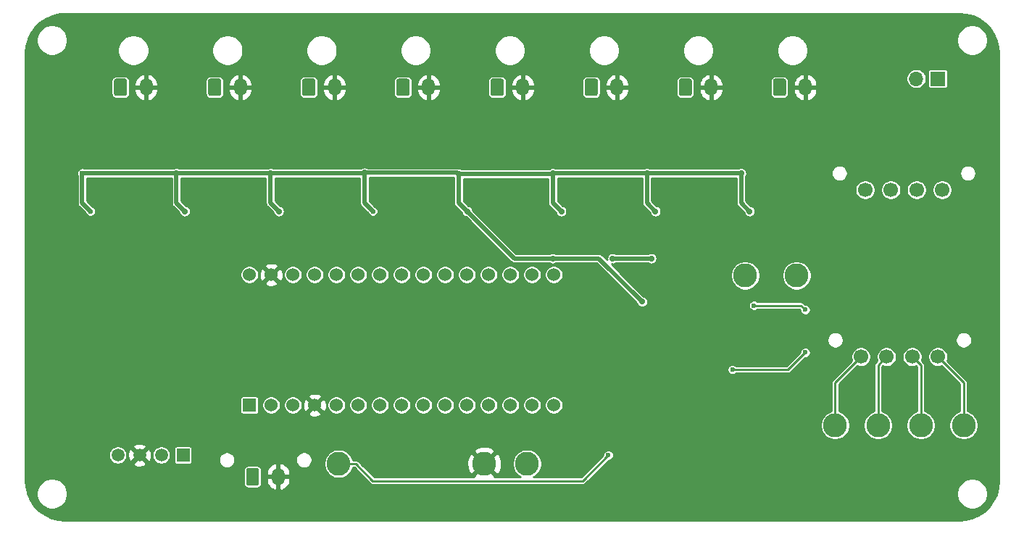
<source format=gbl>
G04 #@! TF.GenerationSoftware,KiCad,Pcbnew,(5.1.5)-3*
G04 #@! TF.CreationDate,2020-02-15T15:27:20-06:00*
G04 #@! TF.ProjectId,RTDTemp,52544454-656d-4702-9e6b-696361645f70,Rev1.2+*
G04 #@! TF.SameCoordinates,Original*
G04 #@! TF.FileFunction,Copper,L2,Bot*
G04 #@! TF.FilePolarity,Positive*
%FSLAX46Y46*%
G04 Gerber Fmt 4.6, Leading zero omitted, Abs format (unit mm)*
G04 Created by KiCad (PCBNEW (5.1.5)-3) date 2020-02-15 15:27:20*
%MOMM*%
%LPD*%
G04 APERTURE LIST*
%ADD10C,1.524000*%
%ADD11R,1.524000X1.524000*%
%ADD12C,1.700000*%
%ADD13C,2.800000*%
%ADD14R,1.700000X1.700000*%
%ADD15O,1.700000X1.700000*%
%ADD16C,1.508000*%
%ADD17R,1.524000X1.508000*%
%ADD18O,1.500000X2.020000*%
%ADD19C,0.100000*%
%ADD20C,0.600000*%
%ADD21C,0.700000*%
%ADD22C,0.250000*%
%ADD23C,0.500000*%
%ADD24C,0.254000*%
G04 APERTURE END LIST*
D10*
X129120000Y-81126000D03*
X131660000Y-81126000D03*
X134200000Y-81126000D03*
X136740000Y-81126000D03*
X139280000Y-81126000D03*
X141820000Y-81126000D03*
X144360000Y-81126000D03*
X146900000Y-81126000D03*
X149440000Y-81126000D03*
X151980000Y-81126000D03*
X154520000Y-81126000D03*
X157060000Y-81126000D03*
X159600000Y-81126000D03*
X162140000Y-81126000D03*
X164680000Y-81126000D03*
X164680000Y-96366000D03*
X162140000Y-96366000D03*
X159600000Y-96366000D03*
X157060000Y-96366000D03*
X154520000Y-96366000D03*
X151980000Y-96366000D03*
X149440000Y-96366000D03*
X146900000Y-96366000D03*
X144360000Y-96366000D03*
X141820000Y-96366000D03*
X139280000Y-96366000D03*
X136740000Y-96366000D03*
X134200000Y-96366000D03*
X131660000Y-96366000D03*
D11*
X129120000Y-96366000D03*
D12*
X210050000Y-71215000D03*
X201050000Y-71215000D03*
X204050000Y-71215000D03*
X207050000Y-71215000D03*
D13*
X156550000Y-103215000D03*
X212550000Y-98715000D03*
X207550000Y-98715000D03*
X161550000Y-103215000D03*
X139550000Y-103215000D03*
X187050000Y-81215000D03*
X202550000Y-98715000D03*
X197550000Y-98715000D03*
X193050000Y-81215000D03*
D14*
X209550000Y-58215000D03*
D15*
X207010000Y-58215000D03*
D16*
X113740000Y-102215000D03*
X116280000Y-102215000D03*
X118820000Y-102215000D03*
D17*
X121360000Y-102215000D03*
D18*
X161050000Y-59215000D03*
G04 #@! TA.AperFunction,ComponentPad*
D19*
G36*
X158574504Y-58206204D02*
G01*
X158598773Y-58209804D01*
X158622571Y-58215765D01*
X158645671Y-58224030D01*
X158667849Y-58234520D01*
X158688893Y-58247133D01*
X158708598Y-58261747D01*
X158726777Y-58278223D01*
X158743253Y-58296402D01*
X158757867Y-58316107D01*
X158770480Y-58337151D01*
X158780970Y-58359329D01*
X158789235Y-58382429D01*
X158795196Y-58406227D01*
X158798796Y-58430496D01*
X158800000Y-58455000D01*
X158800000Y-59975000D01*
X158798796Y-59999504D01*
X158795196Y-60023773D01*
X158789235Y-60047571D01*
X158780970Y-60070671D01*
X158770480Y-60092849D01*
X158757867Y-60113893D01*
X158743253Y-60133598D01*
X158726777Y-60151777D01*
X158708598Y-60168253D01*
X158688893Y-60182867D01*
X158667849Y-60195480D01*
X158645671Y-60205970D01*
X158622571Y-60214235D01*
X158598773Y-60220196D01*
X158574504Y-60223796D01*
X158550000Y-60225000D01*
X157550000Y-60225000D01*
X157525496Y-60223796D01*
X157501227Y-60220196D01*
X157477429Y-60214235D01*
X157454329Y-60205970D01*
X157432151Y-60195480D01*
X157411107Y-60182867D01*
X157391402Y-60168253D01*
X157373223Y-60151777D01*
X157356747Y-60133598D01*
X157342133Y-60113893D01*
X157329520Y-60092849D01*
X157319030Y-60070671D01*
X157310765Y-60047571D01*
X157304804Y-60023773D01*
X157301204Y-59999504D01*
X157300000Y-59975000D01*
X157300000Y-58455000D01*
X157301204Y-58430496D01*
X157304804Y-58406227D01*
X157310765Y-58382429D01*
X157319030Y-58359329D01*
X157329520Y-58337151D01*
X157342133Y-58316107D01*
X157356747Y-58296402D01*
X157373223Y-58278223D01*
X157391402Y-58261747D01*
X157411107Y-58247133D01*
X157432151Y-58234520D01*
X157454329Y-58224030D01*
X157477429Y-58215765D01*
X157501227Y-58209804D01*
X157525496Y-58206204D01*
X157550000Y-58205000D01*
X158550000Y-58205000D01*
X158574504Y-58206204D01*
G37*
G04 #@! TD.AperFunction*
D18*
X172050000Y-59215000D03*
G04 #@! TA.AperFunction,ComponentPad*
D19*
G36*
X169574504Y-58206204D02*
G01*
X169598773Y-58209804D01*
X169622571Y-58215765D01*
X169645671Y-58224030D01*
X169667849Y-58234520D01*
X169688893Y-58247133D01*
X169708598Y-58261747D01*
X169726777Y-58278223D01*
X169743253Y-58296402D01*
X169757867Y-58316107D01*
X169770480Y-58337151D01*
X169780970Y-58359329D01*
X169789235Y-58382429D01*
X169795196Y-58406227D01*
X169798796Y-58430496D01*
X169800000Y-58455000D01*
X169800000Y-59975000D01*
X169798796Y-59999504D01*
X169795196Y-60023773D01*
X169789235Y-60047571D01*
X169780970Y-60070671D01*
X169770480Y-60092849D01*
X169757867Y-60113893D01*
X169743253Y-60133598D01*
X169726777Y-60151777D01*
X169708598Y-60168253D01*
X169688893Y-60182867D01*
X169667849Y-60195480D01*
X169645671Y-60205970D01*
X169622571Y-60214235D01*
X169598773Y-60220196D01*
X169574504Y-60223796D01*
X169550000Y-60225000D01*
X168550000Y-60225000D01*
X168525496Y-60223796D01*
X168501227Y-60220196D01*
X168477429Y-60214235D01*
X168454329Y-60205970D01*
X168432151Y-60195480D01*
X168411107Y-60182867D01*
X168391402Y-60168253D01*
X168373223Y-60151777D01*
X168356747Y-60133598D01*
X168342133Y-60113893D01*
X168329520Y-60092849D01*
X168319030Y-60070671D01*
X168310765Y-60047571D01*
X168304804Y-60023773D01*
X168301204Y-59999504D01*
X168300000Y-59975000D01*
X168300000Y-58455000D01*
X168301204Y-58430496D01*
X168304804Y-58406227D01*
X168310765Y-58382429D01*
X168319030Y-58359329D01*
X168329520Y-58337151D01*
X168342133Y-58316107D01*
X168356747Y-58296402D01*
X168373223Y-58278223D01*
X168391402Y-58261747D01*
X168411107Y-58247133D01*
X168432151Y-58234520D01*
X168454329Y-58224030D01*
X168477429Y-58215765D01*
X168501227Y-58209804D01*
X168525496Y-58206204D01*
X168550000Y-58205000D01*
X169550000Y-58205000D01*
X169574504Y-58206204D01*
G37*
G04 #@! TD.AperFunction*
D18*
X183050000Y-59215000D03*
G04 #@! TA.AperFunction,ComponentPad*
D19*
G36*
X180574504Y-58206204D02*
G01*
X180598773Y-58209804D01*
X180622571Y-58215765D01*
X180645671Y-58224030D01*
X180667849Y-58234520D01*
X180688893Y-58247133D01*
X180708598Y-58261747D01*
X180726777Y-58278223D01*
X180743253Y-58296402D01*
X180757867Y-58316107D01*
X180770480Y-58337151D01*
X180780970Y-58359329D01*
X180789235Y-58382429D01*
X180795196Y-58406227D01*
X180798796Y-58430496D01*
X180800000Y-58455000D01*
X180800000Y-59975000D01*
X180798796Y-59999504D01*
X180795196Y-60023773D01*
X180789235Y-60047571D01*
X180780970Y-60070671D01*
X180770480Y-60092849D01*
X180757867Y-60113893D01*
X180743253Y-60133598D01*
X180726777Y-60151777D01*
X180708598Y-60168253D01*
X180688893Y-60182867D01*
X180667849Y-60195480D01*
X180645671Y-60205970D01*
X180622571Y-60214235D01*
X180598773Y-60220196D01*
X180574504Y-60223796D01*
X180550000Y-60225000D01*
X179550000Y-60225000D01*
X179525496Y-60223796D01*
X179501227Y-60220196D01*
X179477429Y-60214235D01*
X179454329Y-60205970D01*
X179432151Y-60195480D01*
X179411107Y-60182867D01*
X179391402Y-60168253D01*
X179373223Y-60151777D01*
X179356747Y-60133598D01*
X179342133Y-60113893D01*
X179329520Y-60092849D01*
X179319030Y-60070671D01*
X179310765Y-60047571D01*
X179304804Y-60023773D01*
X179301204Y-59999504D01*
X179300000Y-59975000D01*
X179300000Y-58455000D01*
X179301204Y-58430496D01*
X179304804Y-58406227D01*
X179310765Y-58382429D01*
X179319030Y-58359329D01*
X179329520Y-58337151D01*
X179342133Y-58316107D01*
X179356747Y-58296402D01*
X179373223Y-58278223D01*
X179391402Y-58261747D01*
X179411107Y-58247133D01*
X179432151Y-58234520D01*
X179454329Y-58224030D01*
X179477429Y-58215765D01*
X179501227Y-58209804D01*
X179525496Y-58206204D01*
X179550000Y-58205000D01*
X180550000Y-58205000D01*
X180574504Y-58206204D01*
G37*
G04 #@! TD.AperFunction*
D18*
X194050000Y-59215000D03*
G04 #@! TA.AperFunction,ComponentPad*
D19*
G36*
X191574504Y-58206204D02*
G01*
X191598773Y-58209804D01*
X191622571Y-58215765D01*
X191645671Y-58224030D01*
X191667849Y-58234520D01*
X191688893Y-58247133D01*
X191708598Y-58261747D01*
X191726777Y-58278223D01*
X191743253Y-58296402D01*
X191757867Y-58316107D01*
X191770480Y-58337151D01*
X191780970Y-58359329D01*
X191789235Y-58382429D01*
X191795196Y-58406227D01*
X191798796Y-58430496D01*
X191800000Y-58455000D01*
X191800000Y-59975000D01*
X191798796Y-59999504D01*
X191795196Y-60023773D01*
X191789235Y-60047571D01*
X191780970Y-60070671D01*
X191770480Y-60092849D01*
X191757867Y-60113893D01*
X191743253Y-60133598D01*
X191726777Y-60151777D01*
X191708598Y-60168253D01*
X191688893Y-60182867D01*
X191667849Y-60195480D01*
X191645671Y-60205970D01*
X191622571Y-60214235D01*
X191598773Y-60220196D01*
X191574504Y-60223796D01*
X191550000Y-60225000D01*
X190550000Y-60225000D01*
X190525496Y-60223796D01*
X190501227Y-60220196D01*
X190477429Y-60214235D01*
X190454329Y-60205970D01*
X190432151Y-60195480D01*
X190411107Y-60182867D01*
X190391402Y-60168253D01*
X190373223Y-60151777D01*
X190356747Y-60133598D01*
X190342133Y-60113893D01*
X190329520Y-60092849D01*
X190319030Y-60070671D01*
X190310765Y-60047571D01*
X190304804Y-60023773D01*
X190301204Y-59999504D01*
X190300000Y-59975000D01*
X190300000Y-58455000D01*
X190301204Y-58430496D01*
X190304804Y-58406227D01*
X190310765Y-58382429D01*
X190319030Y-58359329D01*
X190329520Y-58337151D01*
X190342133Y-58316107D01*
X190356747Y-58296402D01*
X190373223Y-58278223D01*
X190391402Y-58261747D01*
X190411107Y-58247133D01*
X190432151Y-58234520D01*
X190454329Y-58224030D01*
X190477429Y-58215765D01*
X190501227Y-58209804D01*
X190525496Y-58206204D01*
X190550000Y-58205000D01*
X191550000Y-58205000D01*
X191574504Y-58206204D01*
G37*
G04 #@! TD.AperFunction*
D18*
X139050000Y-59215000D03*
G04 #@! TA.AperFunction,ComponentPad*
D19*
G36*
X136574504Y-58206204D02*
G01*
X136598773Y-58209804D01*
X136622571Y-58215765D01*
X136645671Y-58224030D01*
X136667849Y-58234520D01*
X136688893Y-58247133D01*
X136708598Y-58261747D01*
X136726777Y-58278223D01*
X136743253Y-58296402D01*
X136757867Y-58316107D01*
X136770480Y-58337151D01*
X136780970Y-58359329D01*
X136789235Y-58382429D01*
X136795196Y-58406227D01*
X136798796Y-58430496D01*
X136800000Y-58455000D01*
X136800000Y-59975000D01*
X136798796Y-59999504D01*
X136795196Y-60023773D01*
X136789235Y-60047571D01*
X136780970Y-60070671D01*
X136770480Y-60092849D01*
X136757867Y-60113893D01*
X136743253Y-60133598D01*
X136726777Y-60151777D01*
X136708598Y-60168253D01*
X136688893Y-60182867D01*
X136667849Y-60195480D01*
X136645671Y-60205970D01*
X136622571Y-60214235D01*
X136598773Y-60220196D01*
X136574504Y-60223796D01*
X136550000Y-60225000D01*
X135550000Y-60225000D01*
X135525496Y-60223796D01*
X135501227Y-60220196D01*
X135477429Y-60214235D01*
X135454329Y-60205970D01*
X135432151Y-60195480D01*
X135411107Y-60182867D01*
X135391402Y-60168253D01*
X135373223Y-60151777D01*
X135356747Y-60133598D01*
X135342133Y-60113893D01*
X135329520Y-60092849D01*
X135319030Y-60070671D01*
X135310765Y-60047571D01*
X135304804Y-60023773D01*
X135301204Y-59999504D01*
X135300000Y-59975000D01*
X135300000Y-58455000D01*
X135301204Y-58430496D01*
X135304804Y-58406227D01*
X135310765Y-58382429D01*
X135319030Y-58359329D01*
X135329520Y-58337151D01*
X135342133Y-58316107D01*
X135356747Y-58296402D01*
X135373223Y-58278223D01*
X135391402Y-58261747D01*
X135411107Y-58247133D01*
X135432151Y-58234520D01*
X135454329Y-58224030D01*
X135477429Y-58215765D01*
X135501227Y-58209804D01*
X135525496Y-58206204D01*
X135550000Y-58205000D01*
X136550000Y-58205000D01*
X136574504Y-58206204D01*
G37*
G04 #@! TD.AperFunction*
D12*
X206550000Y-90715000D03*
X203550000Y-90715000D03*
X200550000Y-90715000D03*
X209550000Y-90715000D03*
D18*
X150050000Y-59215000D03*
G04 #@! TA.AperFunction,ComponentPad*
D19*
G36*
X147574504Y-58206204D02*
G01*
X147598773Y-58209804D01*
X147622571Y-58215765D01*
X147645671Y-58224030D01*
X147667849Y-58234520D01*
X147688893Y-58247133D01*
X147708598Y-58261747D01*
X147726777Y-58278223D01*
X147743253Y-58296402D01*
X147757867Y-58316107D01*
X147770480Y-58337151D01*
X147780970Y-58359329D01*
X147789235Y-58382429D01*
X147795196Y-58406227D01*
X147798796Y-58430496D01*
X147800000Y-58455000D01*
X147800000Y-59975000D01*
X147798796Y-59999504D01*
X147795196Y-60023773D01*
X147789235Y-60047571D01*
X147780970Y-60070671D01*
X147770480Y-60092849D01*
X147757867Y-60113893D01*
X147743253Y-60133598D01*
X147726777Y-60151777D01*
X147708598Y-60168253D01*
X147688893Y-60182867D01*
X147667849Y-60195480D01*
X147645671Y-60205970D01*
X147622571Y-60214235D01*
X147598773Y-60220196D01*
X147574504Y-60223796D01*
X147550000Y-60225000D01*
X146550000Y-60225000D01*
X146525496Y-60223796D01*
X146501227Y-60220196D01*
X146477429Y-60214235D01*
X146454329Y-60205970D01*
X146432151Y-60195480D01*
X146411107Y-60182867D01*
X146391402Y-60168253D01*
X146373223Y-60151777D01*
X146356747Y-60133598D01*
X146342133Y-60113893D01*
X146329520Y-60092849D01*
X146319030Y-60070671D01*
X146310765Y-60047571D01*
X146304804Y-60023773D01*
X146301204Y-59999504D01*
X146300000Y-59975000D01*
X146300000Y-58455000D01*
X146301204Y-58430496D01*
X146304804Y-58406227D01*
X146310765Y-58382429D01*
X146319030Y-58359329D01*
X146329520Y-58337151D01*
X146342133Y-58316107D01*
X146356747Y-58296402D01*
X146373223Y-58278223D01*
X146391402Y-58261747D01*
X146411107Y-58247133D01*
X146432151Y-58234520D01*
X146454329Y-58224030D01*
X146477429Y-58215765D01*
X146501227Y-58209804D01*
X146525496Y-58206204D01*
X146550000Y-58205000D01*
X147550000Y-58205000D01*
X147574504Y-58206204D01*
G37*
G04 #@! TD.AperFunction*
D18*
X117050000Y-59215000D03*
G04 #@! TA.AperFunction,ComponentPad*
D19*
G36*
X114574504Y-58206204D02*
G01*
X114598773Y-58209804D01*
X114622571Y-58215765D01*
X114645671Y-58224030D01*
X114667849Y-58234520D01*
X114688893Y-58247133D01*
X114708598Y-58261747D01*
X114726777Y-58278223D01*
X114743253Y-58296402D01*
X114757867Y-58316107D01*
X114770480Y-58337151D01*
X114780970Y-58359329D01*
X114789235Y-58382429D01*
X114795196Y-58406227D01*
X114798796Y-58430496D01*
X114800000Y-58455000D01*
X114800000Y-59975000D01*
X114798796Y-59999504D01*
X114795196Y-60023773D01*
X114789235Y-60047571D01*
X114780970Y-60070671D01*
X114770480Y-60092849D01*
X114757867Y-60113893D01*
X114743253Y-60133598D01*
X114726777Y-60151777D01*
X114708598Y-60168253D01*
X114688893Y-60182867D01*
X114667849Y-60195480D01*
X114645671Y-60205970D01*
X114622571Y-60214235D01*
X114598773Y-60220196D01*
X114574504Y-60223796D01*
X114550000Y-60225000D01*
X113550000Y-60225000D01*
X113525496Y-60223796D01*
X113501227Y-60220196D01*
X113477429Y-60214235D01*
X113454329Y-60205970D01*
X113432151Y-60195480D01*
X113411107Y-60182867D01*
X113391402Y-60168253D01*
X113373223Y-60151777D01*
X113356747Y-60133598D01*
X113342133Y-60113893D01*
X113329520Y-60092849D01*
X113319030Y-60070671D01*
X113310765Y-60047571D01*
X113304804Y-60023773D01*
X113301204Y-59999504D01*
X113300000Y-59975000D01*
X113300000Y-58455000D01*
X113301204Y-58430496D01*
X113304804Y-58406227D01*
X113310765Y-58382429D01*
X113319030Y-58359329D01*
X113329520Y-58337151D01*
X113342133Y-58316107D01*
X113356747Y-58296402D01*
X113373223Y-58278223D01*
X113391402Y-58261747D01*
X113411107Y-58247133D01*
X113432151Y-58234520D01*
X113454329Y-58224030D01*
X113477429Y-58215765D01*
X113501227Y-58209804D01*
X113525496Y-58206204D01*
X113550000Y-58205000D01*
X114550000Y-58205000D01*
X114574504Y-58206204D01*
G37*
G04 #@! TD.AperFunction*
D18*
X128050000Y-59215000D03*
G04 #@! TA.AperFunction,ComponentPad*
D19*
G36*
X125574504Y-58206204D02*
G01*
X125598773Y-58209804D01*
X125622571Y-58215765D01*
X125645671Y-58224030D01*
X125667849Y-58234520D01*
X125688893Y-58247133D01*
X125708598Y-58261747D01*
X125726777Y-58278223D01*
X125743253Y-58296402D01*
X125757867Y-58316107D01*
X125770480Y-58337151D01*
X125780970Y-58359329D01*
X125789235Y-58382429D01*
X125795196Y-58406227D01*
X125798796Y-58430496D01*
X125800000Y-58455000D01*
X125800000Y-59975000D01*
X125798796Y-59999504D01*
X125795196Y-60023773D01*
X125789235Y-60047571D01*
X125780970Y-60070671D01*
X125770480Y-60092849D01*
X125757867Y-60113893D01*
X125743253Y-60133598D01*
X125726777Y-60151777D01*
X125708598Y-60168253D01*
X125688893Y-60182867D01*
X125667849Y-60195480D01*
X125645671Y-60205970D01*
X125622571Y-60214235D01*
X125598773Y-60220196D01*
X125574504Y-60223796D01*
X125550000Y-60225000D01*
X124550000Y-60225000D01*
X124525496Y-60223796D01*
X124501227Y-60220196D01*
X124477429Y-60214235D01*
X124454329Y-60205970D01*
X124432151Y-60195480D01*
X124411107Y-60182867D01*
X124391402Y-60168253D01*
X124373223Y-60151777D01*
X124356747Y-60133598D01*
X124342133Y-60113893D01*
X124329520Y-60092849D01*
X124319030Y-60070671D01*
X124310765Y-60047571D01*
X124304804Y-60023773D01*
X124301204Y-59999504D01*
X124300000Y-59975000D01*
X124300000Y-58455000D01*
X124301204Y-58430496D01*
X124304804Y-58406227D01*
X124310765Y-58382429D01*
X124319030Y-58359329D01*
X124329520Y-58337151D01*
X124342133Y-58316107D01*
X124356747Y-58296402D01*
X124373223Y-58278223D01*
X124391402Y-58261747D01*
X124411107Y-58247133D01*
X124432151Y-58234520D01*
X124454329Y-58224030D01*
X124477429Y-58215765D01*
X124501227Y-58209804D01*
X124525496Y-58206204D01*
X124550000Y-58205000D01*
X125550000Y-58205000D01*
X125574504Y-58206204D01*
G37*
G04 #@! TD.AperFunction*
G04 #@! TA.AperFunction,ComponentPad*
G36*
X130009504Y-103716204D02*
G01*
X130033773Y-103719804D01*
X130057571Y-103725765D01*
X130080671Y-103734030D01*
X130102849Y-103744520D01*
X130123893Y-103757133D01*
X130143598Y-103771747D01*
X130161777Y-103788223D01*
X130178253Y-103806402D01*
X130192867Y-103826107D01*
X130205480Y-103847151D01*
X130215970Y-103869329D01*
X130224235Y-103892429D01*
X130230196Y-103916227D01*
X130233796Y-103940496D01*
X130235000Y-103965000D01*
X130235000Y-105485000D01*
X130233796Y-105509504D01*
X130230196Y-105533773D01*
X130224235Y-105557571D01*
X130215970Y-105580671D01*
X130205480Y-105602849D01*
X130192867Y-105623893D01*
X130178253Y-105643598D01*
X130161777Y-105661777D01*
X130143598Y-105678253D01*
X130123893Y-105692867D01*
X130102849Y-105705480D01*
X130080671Y-105715970D01*
X130057571Y-105724235D01*
X130033773Y-105730196D01*
X130009504Y-105733796D01*
X129985000Y-105735000D01*
X128985000Y-105735000D01*
X128960496Y-105733796D01*
X128936227Y-105730196D01*
X128912429Y-105724235D01*
X128889329Y-105715970D01*
X128867151Y-105705480D01*
X128846107Y-105692867D01*
X128826402Y-105678253D01*
X128808223Y-105661777D01*
X128791747Y-105643598D01*
X128777133Y-105623893D01*
X128764520Y-105602849D01*
X128754030Y-105580671D01*
X128745765Y-105557571D01*
X128739804Y-105533773D01*
X128736204Y-105509504D01*
X128735000Y-105485000D01*
X128735000Y-103965000D01*
X128736204Y-103940496D01*
X128739804Y-103916227D01*
X128745765Y-103892429D01*
X128754030Y-103869329D01*
X128764520Y-103847151D01*
X128777133Y-103826107D01*
X128791747Y-103806402D01*
X128808223Y-103788223D01*
X128826402Y-103771747D01*
X128846107Y-103757133D01*
X128867151Y-103744520D01*
X128889329Y-103734030D01*
X128912429Y-103725765D01*
X128936227Y-103719804D01*
X128960496Y-103716204D01*
X128985000Y-103715000D01*
X129985000Y-103715000D01*
X130009504Y-103716204D01*
G37*
G04 #@! TD.AperFunction*
D18*
X132485000Y-104725000D03*
D20*
X188050000Y-84715000D03*
X194050000Y-85215000D03*
X194050000Y-90215000D03*
X185550000Y-92215000D03*
D21*
X171550000Y-79215000D03*
X176050000Y-79215000D03*
X187550000Y-73715000D03*
X176550000Y-73715000D03*
X165550000Y-73715000D03*
X154550000Y-73715000D03*
D20*
X143550000Y-73715000D03*
D21*
X132550000Y-73715000D03*
X121550000Y-73715000D03*
D20*
X110550000Y-73715000D03*
D21*
X164550000Y-79215000D03*
X174984314Y-84280686D03*
D20*
X109581250Y-69246250D03*
D21*
X120581250Y-69246250D03*
X131581250Y-69246250D03*
X142550000Y-69215000D03*
X153550000Y-69340000D03*
X164550000Y-69277500D03*
X175550000Y-69277500D03*
X186550000Y-69277500D03*
D20*
X171050000Y-102215000D03*
X177550000Y-85215000D03*
X171050000Y-85215000D03*
X171050000Y-90715000D03*
X171050000Y-94215000D03*
X176550000Y-99715000D03*
X205050000Y-83215000D03*
X120050000Y-99715000D03*
X167050000Y-81215000D03*
D22*
X188050000Y-84715000D02*
X193050000Y-84715000D01*
X193050000Y-84715000D02*
X193550000Y-84715000D01*
X193550000Y-84715000D02*
X194050000Y-85215000D01*
X197550000Y-93715000D02*
X200550000Y-90715000D01*
X197550000Y-98715000D02*
X197550000Y-93715000D01*
X202550000Y-91715000D02*
X203550000Y-90715000D01*
X202550000Y-98715000D02*
X202550000Y-91715000D01*
X194050000Y-90215000D02*
X192050000Y-92215000D01*
X192050000Y-92215000D02*
X185550000Y-92215000D01*
D23*
X171550000Y-79215000D02*
X176050000Y-79215000D01*
X164550000Y-79215000D02*
X169918628Y-79215000D01*
X169918628Y-79215000D02*
X174984314Y-84280686D01*
X109581250Y-72746250D02*
X110550000Y-73715000D01*
X109581250Y-69246250D02*
X109581250Y-72746250D01*
X109581250Y-69246250D02*
X120581250Y-69246250D01*
X120581250Y-72746250D02*
X121550000Y-73715000D01*
X120581250Y-69246250D02*
X120581250Y-72746250D01*
X120581250Y-69246250D02*
X131581250Y-69246250D01*
X131581250Y-72746250D02*
X132550000Y-73715000D01*
X131581250Y-69246250D02*
X131581250Y-72746250D01*
X142518750Y-69246250D02*
X142550000Y-69215000D01*
X131581250Y-69246250D02*
X142518750Y-69246250D01*
X142550000Y-72715000D02*
X143550000Y-73715000D01*
X142550000Y-69215000D02*
X142550000Y-72715000D01*
X153425000Y-69215000D02*
X153550000Y-69340000D01*
X142550000Y-69215000D02*
X153425000Y-69215000D01*
X153550000Y-72715000D02*
X154550000Y-73715000D01*
X153550000Y-69340000D02*
X153550000Y-72715000D01*
X164487500Y-69340000D02*
X164550000Y-69277500D01*
X153550000Y-69340000D02*
X164487500Y-69340000D01*
X164550000Y-72715000D02*
X165550000Y-73715000D01*
X164550000Y-69277500D02*
X164550000Y-72715000D01*
X165250000Y-69277500D02*
X175550000Y-69277500D01*
X164550000Y-69277500D02*
X165250000Y-69277500D01*
X175550000Y-72715000D02*
X176550000Y-73715000D01*
X175550000Y-69277500D02*
X175550000Y-72715000D01*
X175550000Y-69277500D02*
X186550000Y-69277500D01*
X186550000Y-72715000D02*
X187550000Y-73715000D01*
X186550000Y-69277500D02*
X186550000Y-72715000D01*
X154550000Y-73715000D02*
X160050000Y-79215000D01*
X160050000Y-79215000D02*
X164550000Y-79215000D01*
D22*
X212550000Y-93715000D02*
X209550000Y-90715000D01*
X212550000Y-98715000D02*
X212550000Y-93715000D01*
X207550000Y-91715000D02*
X206550000Y-90715000D01*
X207550000Y-98715000D02*
X207550000Y-91715000D01*
X168050000Y-105215000D02*
X171050000Y-102215000D01*
X143529898Y-105215000D02*
X168050000Y-105215000D01*
X139550000Y-103215000D02*
X141529898Y-103215000D01*
X141529898Y-103215000D02*
X143529898Y-105215000D01*
X177550000Y-85215000D02*
X171050000Y-85215000D01*
X171050000Y-90715000D02*
X171050000Y-94215000D01*
X171050000Y-94215000D02*
X176550000Y-99715000D01*
D24*
G36*
X212863951Y-50691241D02*
G01*
X213652177Y-50906875D01*
X214389756Y-51258682D01*
X215053382Y-51735545D01*
X215622077Y-52322392D01*
X216077858Y-53000667D01*
X216406324Y-53748931D01*
X216597837Y-54546640D01*
X216648000Y-55229735D01*
X216648001Y-105197081D01*
X216573758Y-106028956D01*
X216358125Y-106817179D01*
X216006318Y-107554756D01*
X215529452Y-108218385D01*
X214942608Y-108787077D01*
X214264335Y-109242857D01*
X213516069Y-109571324D01*
X212718359Y-109762837D01*
X212035265Y-109813000D01*
X107567908Y-109813000D01*
X106736044Y-109738758D01*
X105947821Y-109523125D01*
X105210244Y-109171318D01*
X104546615Y-108694452D01*
X103977923Y-108107608D01*
X103522143Y-107429335D01*
X103193676Y-106681069D01*
X103158622Y-106535056D01*
X104223000Y-106535056D01*
X104223000Y-106894944D01*
X104293211Y-107247916D01*
X104430934Y-107580409D01*
X104630876Y-107879645D01*
X104885355Y-108134124D01*
X105184591Y-108334066D01*
X105517084Y-108471789D01*
X105870056Y-108542000D01*
X106229944Y-108542000D01*
X106582916Y-108471789D01*
X106915409Y-108334066D01*
X107214645Y-108134124D01*
X107469124Y-107879645D01*
X107669066Y-107580409D01*
X107806789Y-107247916D01*
X107877000Y-106894944D01*
X107877000Y-106535056D01*
X211723000Y-106535056D01*
X211723000Y-106894944D01*
X211793211Y-107247916D01*
X211930934Y-107580409D01*
X212130876Y-107879645D01*
X212385355Y-108134124D01*
X212684591Y-108334066D01*
X213017084Y-108471789D01*
X213370056Y-108542000D01*
X213729944Y-108542000D01*
X214082916Y-108471789D01*
X214415409Y-108334066D01*
X214714645Y-108134124D01*
X214969124Y-107879645D01*
X215169066Y-107580409D01*
X215306789Y-107247916D01*
X215377000Y-106894944D01*
X215377000Y-106535056D01*
X215306789Y-106182084D01*
X215169066Y-105849591D01*
X214969124Y-105550355D01*
X214714645Y-105295876D01*
X214415409Y-105095934D01*
X214082916Y-104958211D01*
X213729944Y-104888000D01*
X213370056Y-104888000D01*
X213017084Y-104958211D01*
X212684591Y-105095934D01*
X212385355Y-105295876D01*
X212130876Y-105550355D01*
X211930934Y-105849591D01*
X211793211Y-106182084D01*
X211723000Y-106535056D01*
X107877000Y-106535056D01*
X107806789Y-106182084D01*
X107669066Y-105849591D01*
X107469124Y-105550355D01*
X107214645Y-105295876D01*
X106915409Y-105095934D01*
X106582916Y-104958211D01*
X106229944Y-104888000D01*
X105870056Y-104888000D01*
X105517084Y-104958211D01*
X105184591Y-105095934D01*
X104885355Y-105295876D01*
X104630876Y-105550355D01*
X104430934Y-105849591D01*
X104293211Y-106182084D01*
X104223000Y-106535056D01*
X103158622Y-106535056D01*
X103002163Y-105883359D01*
X102952000Y-105200265D01*
X102952000Y-103965000D01*
X128406418Y-103965000D01*
X128406418Y-105485000D01*
X128417535Y-105597876D01*
X128450460Y-105706414D01*
X128503927Y-105806443D01*
X128575881Y-105894119D01*
X128663557Y-105966073D01*
X128763586Y-106019540D01*
X128872124Y-106052465D01*
X128985000Y-106063582D01*
X129985000Y-106063582D01*
X130097876Y-106052465D01*
X130206414Y-106019540D01*
X130306443Y-105966073D01*
X130394119Y-105894119D01*
X130466073Y-105806443D01*
X130519540Y-105706414D01*
X130552465Y-105597876D01*
X130563582Y-105485000D01*
X130563582Y-104852000D01*
X131100000Y-104852000D01*
X131100000Y-105112000D01*
X131151389Y-105379760D01*
X131254028Y-105632349D01*
X131403972Y-105860061D01*
X131595460Y-106054145D01*
X131821132Y-106207142D01*
X132072316Y-106313173D01*
X132143815Y-106327318D01*
X132358000Y-106204656D01*
X132358000Y-104852000D01*
X132612000Y-104852000D01*
X132612000Y-106204656D01*
X132826185Y-106327318D01*
X132897684Y-106313173D01*
X133148868Y-106207142D01*
X133374540Y-106054145D01*
X133566028Y-105860061D01*
X133715972Y-105632349D01*
X133818611Y-105379760D01*
X133870000Y-105112000D01*
X133870000Y-104852000D01*
X132612000Y-104852000D01*
X132358000Y-104852000D01*
X131100000Y-104852000D01*
X130563582Y-104852000D01*
X130563582Y-104338000D01*
X131100000Y-104338000D01*
X131100000Y-104598000D01*
X132358000Y-104598000D01*
X132358000Y-103245344D01*
X132612000Y-103245344D01*
X132612000Y-104598000D01*
X133870000Y-104598000D01*
X133870000Y-104338000D01*
X133818611Y-104070240D01*
X133715972Y-103817651D01*
X133566028Y-103589939D01*
X133374540Y-103395855D01*
X133148868Y-103242858D01*
X132897684Y-103136827D01*
X132826185Y-103122682D01*
X132612000Y-103245344D01*
X132358000Y-103245344D01*
X132143815Y-103122682D01*
X132072316Y-103136827D01*
X131821132Y-103242858D01*
X131595460Y-103395855D01*
X131403972Y-103589939D01*
X131254028Y-103817651D01*
X131151389Y-104070240D01*
X131100000Y-104338000D01*
X130563582Y-104338000D01*
X130563582Y-103965000D01*
X130552465Y-103852124D01*
X130519540Y-103743586D01*
X130466073Y-103643557D01*
X130394119Y-103555881D01*
X130306443Y-103483927D01*
X130206414Y-103430460D01*
X130097876Y-103397535D01*
X129985000Y-103386418D01*
X128985000Y-103386418D01*
X128872124Y-103397535D01*
X128763586Y-103430460D01*
X128663557Y-103483927D01*
X128575881Y-103555881D01*
X128503927Y-103643557D01*
X128450460Y-103743586D01*
X128417535Y-103852124D01*
X128406418Y-103965000D01*
X102952000Y-103965000D01*
X102952000Y-102108531D01*
X112659000Y-102108531D01*
X112659000Y-102321469D01*
X112700543Y-102530316D01*
X112782031Y-102727045D01*
X112900333Y-102904097D01*
X113050903Y-103054667D01*
X113227955Y-103172969D01*
X113424684Y-103254457D01*
X113633531Y-103296000D01*
X113846469Y-103296000D01*
X114055316Y-103254457D01*
X114247501Y-103174851D01*
X115499754Y-103174851D01*
X115565765Y-103414127D01*
X115813426Y-103530426D01*
X116079018Y-103596174D01*
X116352334Y-103608845D01*
X116622870Y-103567951D01*
X116880229Y-103475063D01*
X116994235Y-103414127D01*
X117060246Y-103174851D01*
X116280000Y-102394605D01*
X115499754Y-103174851D01*
X114247501Y-103174851D01*
X114252045Y-103172969D01*
X114429097Y-103054667D01*
X114579667Y-102904097D01*
X114697969Y-102727045D01*
X114779457Y-102530316D01*
X114821000Y-102321469D01*
X114821000Y-102287334D01*
X114886155Y-102287334D01*
X114927049Y-102557870D01*
X115019937Y-102815229D01*
X115080873Y-102929235D01*
X115320149Y-102995246D01*
X116100395Y-102215000D01*
X116459605Y-102215000D01*
X117239851Y-102995246D01*
X117479127Y-102929235D01*
X117595426Y-102681574D01*
X117661174Y-102415982D01*
X117673845Y-102142666D01*
X117668686Y-102108531D01*
X117739000Y-102108531D01*
X117739000Y-102321469D01*
X117780543Y-102530316D01*
X117862031Y-102727045D01*
X117980333Y-102904097D01*
X118130903Y-103054667D01*
X118307955Y-103172969D01*
X118504684Y-103254457D01*
X118713531Y-103296000D01*
X118926469Y-103296000D01*
X119135316Y-103254457D01*
X119332045Y-103172969D01*
X119509097Y-103054667D01*
X119659667Y-102904097D01*
X119777969Y-102727045D01*
X119859457Y-102530316D01*
X119901000Y-102321469D01*
X119901000Y-102108531D01*
X119859457Y-101899684D01*
X119777969Y-101702955D01*
X119659667Y-101525903D01*
X119594764Y-101461000D01*
X120269418Y-101461000D01*
X120269418Y-102969000D01*
X120275732Y-103033103D01*
X120294430Y-103094743D01*
X120324794Y-103151550D01*
X120365657Y-103201343D01*
X120415450Y-103242206D01*
X120472257Y-103272570D01*
X120533897Y-103291268D01*
X120598000Y-103297582D01*
X122122000Y-103297582D01*
X122186103Y-103291268D01*
X122247743Y-103272570D01*
X122304550Y-103242206D01*
X122354343Y-103201343D01*
X122395206Y-103151550D01*
X122425570Y-103094743D01*
X122444268Y-103033103D01*
X122450582Y-102969000D01*
X122450582Y-102670251D01*
X125523000Y-102670251D01*
X125523000Y-102859749D01*
X125559969Y-103045605D01*
X125632486Y-103220678D01*
X125737766Y-103378239D01*
X125871761Y-103512234D01*
X126029322Y-103617514D01*
X126204395Y-103690031D01*
X126390251Y-103727000D01*
X126579749Y-103727000D01*
X126765605Y-103690031D01*
X126940678Y-103617514D01*
X127098239Y-103512234D01*
X127232234Y-103378239D01*
X127337514Y-103220678D01*
X127410031Y-103045605D01*
X127447000Y-102859749D01*
X127447000Y-102670251D01*
X134523000Y-102670251D01*
X134523000Y-102859749D01*
X134559969Y-103045605D01*
X134632486Y-103220678D01*
X134737766Y-103378239D01*
X134871761Y-103512234D01*
X135029322Y-103617514D01*
X135204395Y-103690031D01*
X135390251Y-103727000D01*
X135579749Y-103727000D01*
X135765605Y-103690031D01*
X135940678Y-103617514D01*
X136098239Y-103512234D01*
X136232234Y-103378239D01*
X136337514Y-103220678D01*
X136410031Y-103045605D01*
X136410170Y-103044905D01*
X137823000Y-103044905D01*
X137823000Y-103385095D01*
X137889368Y-103718747D01*
X138019553Y-104033041D01*
X138208552Y-104315898D01*
X138449102Y-104556448D01*
X138731959Y-104745447D01*
X139046253Y-104875632D01*
X139379905Y-104942000D01*
X139720095Y-104942000D01*
X140053747Y-104875632D01*
X140368041Y-104745447D01*
X140650898Y-104556448D01*
X140891448Y-104315898D01*
X141080447Y-104033041D01*
X141210632Y-103718747D01*
X141220925Y-103667000D01*
X141342675Y-103667000D01*
X143194584Y-105518911D01*
X143208739Y-105536159D01*
X143277565Y-105592643D01*
X143326773Y-105618945D01*
X143356088Y-105634614D01*
X143441290Y-105660460D01*
X143529897Y-105669187D01*
X143552102Y-105667000D01*
X168027795Y-105667000D01*
X168050000Y-105669187D01*
X168072205Y-105667000D01*
X168138607Y-105660460D01*
X168223810Y-105634614D01*
X168302333Y-105592643D01*
X168371159Y-105536159D01*
X168385323Y-105518900D01*
X171062224Y-102842000D01*
X171111754Y-102842000D01*
X171232889Y-102817905D01*
X171346996Y-102770640D01*
X171449689Y-102702023D01*
X171537023Y-102614689D01*
X171605640Y-102511996D01*
X171652905Y-102397889D01*
X171677000Y-102276754D01*
X171677000Y-102153246D01*
X171652905Y-102032111D01*
X171605640Y-101918004D01*
X171537023Y-101815311D01*
X171449689Y-101727977D01*
X171346996Y-101659360D01*
X171232889Y-101612095D01*
X171111754Y-101588000D01*
X170988246Y-101588000D01*
X170867111Y-101612095D01*
X170753004Y-101659360D01*
X170650311Y-101727977D01*
X170562977Y-101815311D01*
X170494360Y-101918004D01*
X170447095Y-102032111D01*
X170423000Y-102153246D01*
X170423000Y-102202776D01*
X167862777Y-104763000D01*
X162325664Y-104763000D01*
X162368041Y-104745447D01*
X162650898Y-104556448D01*
X162891448Y-104315898D01*
X163080447Y-104033041D01*
X163210632Y-103718747D01*
X163277000Y-103385095D01*
X163277000Y-103044905D01*
X163210632Y-102711253D01*
X163080447Y-102396959D01*
X162891448Y-102114102D01*
X162650898Y-101873552D01*
X162368041Y-101684553D01*
X162053747Y-101554368D01*
X161720095Y-101488000D01*
X161379905Y-101488000D01*
X161046253Y-101554368D01*
X160731959Y-101684553D01*
X160449102Y-101873552D01*
X160208552Y-102114102D01*
X160019553Y-102396959D01*
X159889368Y-102711253D01*
X159823000Y-103044905D01*
X159823000Y-103385095D01*
X159889368Y-103718747D01*
X160019553Y-104033041D01*
X160208552Y-104315898D01*
X160449102Y-104556448D01*
X160731959Y-104745447D01*
X160774336Y-104763000D01*
X157730694Y-104763000D01*
X157790842Y-104635447D01*
X156550000Y-103394605D01*
X155309158Y-104635447D01*
X155369306Y-104763000D01*
X143717123Y-104763000D01*
X142215899Y-103261777D01*
X154505690Y-103261777D01*
X154554096Y-103659704D01*
X154679205Y-104040540D01*
X154824230Y-104311865D01*
X155129553Y-104455842D01*
X156370395Y-103215000D01*
X156729605Y-103215000D01*
X157970447Y-104455842D01*
X158275770Y-104311865D01*
X158456597Y-103954108D01*
X158564155Y-103567947D01*
X158594310Y-103168223D01*
X158545904Y-102770296D01*
X158420795Y-102389460D01*
X158275770Y-102118135D01*
X157970447Y-101974158D01*
X156729605Y-103215000D01*
X156370395Y-103215000D01*
X155129553Y-101974158D01*
X154824230Y-102118135D01*
X154643403Y-102475892D01*
X154535845Y-102862053D01*
X154505690Y-103261777D01*
X142215899Y-103261777D01*
X141865221Y-102911100D01*
X141851057Y-102893841D01*
X141782231Y-102837357D01*
X141703708Y-102795386D01*
X141618505Y-102769540D01*
X141552103Y-102763000D01*
X141529898Y-102760813D01*
X141507693Y-102763000D01*
X141220925Y-102763000D01*
X141210632Y-102711253D01*
X141080447Y-102396959D01*
X140891448Y-102114102D01*
X140650898Y-101873552D01*
X140532668Y-101794553D01*
X155309158Y-101794553D01*
X156550000Y-103035395D01*
X157790842Y-101794553D01*
X157646865Y-101489230D01*
X157289108Y-101308403D01*
X156902947Y-101200845D01*
X156503223Y-101170690D01*
X156105296Y-101219096D01*
X155724460Y-101344205D01*
X155453135Y-101489230D01*
X155309158Y-101794553D01*
X140532668Y-101794553D01*
X140368041Y-101684553D01*
X140053747Y-101554368D01*
X139720095Y-101488000D01*
X139379905Y-101488000D01*
X139046253Y-101554368D01*
X138731959Y-101684553D01*
X138449102Y-101873552D01*
X138208552Y-102114102D01*
X138019553Y-102396959D01*
X137889368Y-102711253D01*
X137823000Y-103044905D01*
X136410170Y-103044905D01*
X136447000Y-102859749D01*
X136447000Y-102670251D01*
X136410031Y-102484395D01*
X136337514Y-102309322D01*
X136232234Y-102151761D01*
X136098239Y-102017766D01*
X135940678Y-101912486D01*
X135765605Y-101839969D01*
X135579749Y-101803000D01*
X135390251Y-101803000D01*
X135204395Y-101839969D01*
X135029322Y-101912486D01*
X134871761Y-102017766D01*
X134737766Y-102151761D01*
X134632486Y-102309322D01*
X134559969Y-102484395D01*
X134523000Y-102670251D01*
X127447000Y-102670251D01*
X127410031Y-102484395D01*
X127337514Y-102309322D01*
X127232234Y-102151761D01*
X127098239Y-102017766D01*
X126940678Y-101912486D01*
X126765605Y-101839969D01*
X126579749Y-101803000D01*
X126390251Y-101803000D01*
X126204395Y-101839969D01*
X126029322Y-101912486D01*
X125871761Y-102017766D01*
X125737766Y-102151761D01*
X125632486Y-102309322D01*
X125559969Y-102484395D01*
X125523000Y-102670251D01*
X122450582Y-102670251D01*
X122450582Y-101461000D01*
X122444268Y-101396897D01*
X122425570Y-101335257D01*
X122395206Y-101278450D01*
X122354343Y-101228657D01*
X122304550Y-101187794D01*
X122247743Y-101157430D01*
X122186103Y-101138732D01*
X122122000Y-101132418D01*
X120598000Y-101132418D01*
X120533897Y-101138732D01*
X120472257Y-101157430D01*
X120415450Y-101187794D01*
X120365657Y-101228657D01*
X120324794Y-101278450D01*
X120294430Y-101335257D01*
X120275732Y-101396897D01*
X120269418Y-101461000D01*
X119594764Y-101461000D01*
X119509097Y-101375333D01*
X119332045Y-101257031D01*
X119135316Y-101175543D01*
X118926469Y-101134000D01*
X118713531Y-101134000D01*
X118504684Y-101175543D01*
X118307955Y-101257031D01*
X118130903Y-101375333D01*
X117980333Y-101525903D01*
X117862031Y-101702955D01*
X117780543Y-101899684D01*
X117739000Y-102108531D01*
X117668686Y-102108531D01*
X117632951Y-101872130D01*
X117540063Y-101614771D01*
X117479127Y-101500765D01*
X117239851Y-101434754D01*
X116459605Y-102215000D01*
X116100395Y-102215000D01*
X115320149Y-101434754D01*
X115080873Y-101500765D01*
X114964574Y-101748426D01*
X114898826Y-102014018D01*
X114886155Y-102287334D01*
X114821000Y-102287334D01*
X114821000Y-102108531D01*
X114779457Y-101899684D01*
X114697969Y-101702955D01*
X114579667Y-101525903D01*
X114429097Y-101375333D01*
X114252045Y-101257031D01*
X114247502Y-101255149D01*
X115499754Y-101255149D01*
X116280000Y-102035395D01*
X117060246Y-101255149D01*
X116994235Y-101015873D01*
X116746574Y-100899574D01*
X116480982Y-100833826D01*
X116207666Y-100821155D01*
X115937130Y-100862049D01*
X115679771Y-100954937D01*
X115565765Y-101015873D01*
X115499754Y-101255149D01*
X114247502Y-101255149D01*
X114055316Y-101175543D01*
X113846469Y-101134000D01*
X113633531Y-101134000D01*
X113424684Y-101175543D01*
X113227955Y-101257031D01*
X113050903Y-101375333D01*
X112900333Y-101525903D01*
X112782031Y-101702955D01*
X112700543Y-101899684D01*
X112659000Y-102108531D01*
X102952000Y-102108531D01*
X102952000Y-98544905D01*
X195823000Y-98544905D01*
X195823000Y-98885095D01*
X195889368Y-99218747D01*
X196019553Y-99533041D01*
X196208552Y-99815898D01*
X196449102Y-100056448D01*
X196731959Y-100245447D01*
X197046253Y-100375632D01*
X197379905Y-100442000D01*
X197720095Y-100442000D01*
X198053747Y-100375632D01*
X198368041Y-100245447D01*
X198650898Y-100056448D01*
X198891448Y-99815898D01*
X199080447Y-99533041D01*
X199210632Y-99218747D01*
X199277000Y-98885095D01*
X199277000Y-98544905D01*
X200823000Y-98544905D01*
X200823000Y-98885095D01*
X200889368Y-99218747D01*
X201019553Y-99533041D01*
X201208552Y-99815898D01*
X201449102Y-100056448D01*
X201731959Y-100245447D01*
X202046253Y-100375632D01*
X202379905Y-100442000D01*
X202720095Y-100442000D01*
X203053747Y-100375632D01*
X203368041Y-100245447D01*
X203650898Y-100056448D01*
X203891448Y-99815898D01*
X204080447Y-99533041D01*
X204210632Y-99218747D01*
X204277000Y-98885095D01*
X204277000Y-98544905D01*
X204210632Y-98211253D01*
X204080447Y-97896959D01*
X203891448Y-97614102D01*
X203650898Y-97373552D01*
X203368041Y-97184553D01*
X203053747Y-97054368D01*
X203002000Y-97044075D01*
X203002000Y-91902223D01*
X203101162Y-91803061D01*
X203206682Y-91846769D01*
X203434076Y-91892000D01*
X203665924Y-91892000D01*
X203893318Y-91846769D01*
X204107519Y-91758044D01*
X204300294Y-91629236D01*
X204464236Y-91465294D01*
X204593044Y-91272519D01*
X204681769Y-91058318D01*
X204727000Y-90830924D01*
X204727000Y-90599076D01*
X205373000Y-90599076D01*
X205373000Y-90830924D01*
X205418231Y-91058318D01*
X205506956Y-91272519D01*
X205635764Y-91465294D01*
X205799706Y-91629236D01*
X205992481Y-91758044D01*
X206206682Y-91846769D01*
X206434076Y-91892000D01*
X206665924Y-91892000D01*
X206893318Y-91846769D01*
X206998838Y-91803061D01*
X207098001Y-91902225D01*
X207098000Y-97044075D01*
X207046253Y-97054368D01*
X206731959Y-97184553D01*
X206449102Y-97373552D01*
X206208552Y-97614102D01*
X206019553Y-97896959D01*
X205889368Y-98211253D01*
X205823000Y-98544905D01*
X205823000Y-98885095D01*
X205889368Y-99218747D01*
X206019553Y-99533041D01*
X206208552Y-99815898D01*
X206449102Y-100056448D01*
X206731959Y-100245447D01*
X207046253Y-100375632D01*
X207379905Y-100442000D01*
X207720095Y-100442000D01*
X208053747Y-100375632D01*
X208368041Y-100245447D01*
X208650898Y-100056448D01*
X208891448Y-99815898D01*
X209080447Y-99533041D01*
X209210632Y-99218747D01*
X209277000Y-98885095D01*
X209277000Y-98544905D01*
X209210632Y-98211253D01*
X209080447Y-97896959D01*
X208891448Y-97614102D01*
X208650898Y-97373552D01*
X208368041Y-97184553D01*
X208053747Y-97054368D01*
X208002000Y-97044075D01*
X208002000Y-91737205D01*
X208004187Y-91715000D01*
X207995460Y-91626392D01*
X207969614Y-91541190D01*
X207927643Y-91462667D01*
X207871159Y-91393841D01*
X207853905Y-91379681D01*
X207638061Y-91163838D01*
X207681769Y-91058318D01*
X207727000Y-90830924D01*
X207727000Y-90599076D01*
X208373000Y-90599076D01*
X208373000Y-90830924D01*
X208418231Y-91058318D01*
X208506956Y-91272519D01*
X208635764Y-91465294D01*
X208799706Y-91629236D01*
X208992481Y-91758044D01*
X209206682Y-91846769D01*
X209434076Y-91892000D01*
X209665924Y-91892000D01*
X209893318Y-91846769D01*
X209998838Y-91803061D01*
X212098001Y-93902225D01*
X212098000Y-97044075D01*
X212046253Y-97054368D01*
X211731959Y-97184553D01*
X211449102Y-97373552D01*
X211208552Y-97614102D01*
X211019553Y-97896959D01*
X210889368Y-98211253D01*
X210823000Y-98544905D01*
X210823000Y-98885095D01*
X210889368Y-99218747D01*
X211019553Y-99533041D01*
X211208552Y-99815898D01*
X211449102Y-100056448D01*
X211731959Y-100245447D01*
X212046253Y-100375632D01*
X212379905Y-100442000D01*
X212720095Y-100442000D01*
X213053747Y-100375632D01*
X213368041Y-100245447D01*
X213650898Y-100056448D01*
X213891448Y-99815898D01*
X214080447Y-99533041D01*
X214210632Y-99218747D01*
X214277000Y-98885095D01*
X214277000Y-98544905D01*
X214210632Y-98211253D01*
X214080447Y-97896959D01*
X213891448Y-97614102D01*
X213650898Y-97373552D01*
X213368041Y-97184553D01*
X213053747Y-97054368D01*
X213002000Y-97044075D01*
X213002000Y-93737205D01*
X213004187Y-93715000D01*
X212995460Y-93626392D01*
X212969614Y-93541190D01*
X212927643Y-93462667D01*
X212871159Y-93393841D01*
X212853905Y-93379681D01*
X210638061Y-91163838D01*
X210681769Y-91058318D01*
X210727000Y-90830924D01*
X210727000Y-90599076D01*
X210681769Y-90371682D01*
X210593044Y-90157481D01*
X210464236Y-89964706D01*
X210300294Y-89800764D01*
X210107519Y-89671956D01*
X209893318Y-89583231D01*
X209665924Y-89538000D01*
X209434076Y-89538000D01*
X209206682Y-89583231D01*
X208992481Y-89671956D01*
X208799706Y-89800764D01*
X208635764Y-89964706D01*
X208506956Y-90157481D01*
X208418231Y-90371682D01*
X208373000Y-90599076D01*
X207727000Y-90599076D01*
X207681769Y-90371682D01*
X207593044Y-90157481D01*
X207464236Y-89964706D01*
X207300294Y-89800764D01*
X207107519Y-89671956D01*
X206893318Y-89583231D01*
X206665924Y-89538000D01*
X206434076Y-89538000D01*
X206206682Y-89583231D01*
X205992481Y-89671956D01*
X205799706Y-89800764D01*
X205635764Y-89964706D01*
X205506956Y-90157481D01*
X205418231Y-90371682D01*
X205373000Y-90599076D01*
X204727000Y-90599076D01*
X204681769Y-90371682D01*
X204593044Y-90157481D01*
X204464236Y-89964706D01*
X204300294Y-89800764D01*
X204107519Y-89671956D01*
X203893318Y-89583231D01*
X203665924Y-89538000D01*
X203434076Y-89538000D01*
X203206682Y-89583231D01*
X202992481Y-89671956D01*
X202799706Y-89800764D01*
X202635764Y-89964706D01*
X202506956Y-90157481D01*
X202418231Y-90371682D01*
X202373000Y-90599076D01*
X202373000Y-90830924D01*
X202418231Y-91058318D01*
X202461939Y-91163838D01*
X202246096Y-91379681D01*
X202228842Y-91393841D01*
X202172358Y-91462667D01*
X202130386Y-91541191D01*
X202104540Y-91626393D01*
X202095813Y-91715000D01*
X202098001Y-91737215D01*
X202098000Y-97044075D01*
X202046253Y-97054368D01*
X201731959Y-97184553D01*
X201449102Y-97373552D01*
X201208552Y-97614102D01*
X201019553Y-97896959D01*
X200889368Y-98211253D01*
X200823000Y-98544905D01*
X199277000Y-98544905D01*
X199210632Y-98211253D01*
X199080447Y-97896959D01*
X198891448Y-97614102D01*
X198650898Y-97373552D01*
X198368041Y-97184553D01*
X198053747Y-97054368D01*
X198002000Y-97044075D01*
X198002000Y-93902223D01*
X200101162Y-91803061D01*
X200206682Y-91846769D01*
X200434076Y-91892000D01*
X200665924Y-91892000D01*
X200893318Y-91846769D01*
X201107519Y-91758044D01*
X201300294Y-91629236D01*
X201464236Y-91465294D01*
X201593044Y-91272519D01*
X201681769Y-91058318D01*
X201727000Y-90830924D01*
X201727000Y-90599076D01*
X201681769Y-90371682D01*
X201593044Y-90157481D01*
X201464236Y-89964706D01*
X201300294Y-89800764D01*
X201107519Y-89671956D01*
X200893318Y-89583231D01*
X200665924Y-89538000D01*
X200434076Y-89538000D01*
X200206682Y-89583231D01*
X199992481Y-89671956D01*
X199799706Y-89800764D01*
X199635764Y-89964706D01*
X199506956Y-90157481D01*
X199418231Y-90371682D01*
X199373000Y-90599076D01*
X199373000Y-90830924D01*
X199418231Y-91058318D01*
X199461939Y-91163838D01*
X197246096Y-93379681D01*
X197228842Y-93393841D01*
X197172358Y-93462667D01*
X197130386Y-93541191D01*
X197104540Y-93626393D01*
X197095813Y-93715000D01*
X197098001Y-93737215D01*
X197098000Y-97044075D01*
X197046253Y-97054368D01*
X196731959Y-97184553D01*
X196449102Y-97373552D01*
X196208552Y-97614102D01*
X196019553Y-97896959D01*
X195889368Y-98211253D01*
X195823000Y-98544905D01*
X102952000Y-98544905D01*
X102952000Y-95604000D01*
X128029418Y-95604000D01*
X128029418Y-97128000D01*
X128035732Y-97192103D01*
X128054430Y-97253743D01*
X128084794Y-97310550D01*
X128125657Y-97360343D01*
X128175450Y-97401206D01*
X128232257Y-97431570D01*
X128293897Y-97450268D01*
X128358000Y-97456582D01*
X129882000Y-97456582D01*
X129946103Y-97450268D01*
X130007743Y-97431570D01*
X130064550Y-97401206D01*
X130114343Y-97360343D01*
X130155206Y-97310550D01*
X130185570Y-97253743D01*
X130204268Y-97192103D01*
X130210582Y-97128000D01*
X130210582Y-96258743D01*
X130571000Y-96258743D01*
X130571000Y-96473257D01*
X130612850Y-96683650D01*
X130694941Y-96881835D01*
X130814119Y-97060197D01*
X130965803Y-97211881D01*
X131144165Y-97331059D01*
X131342350Y-97413150D01*
X131552743Y-97455000D01*
X131767257Y-97455000D01*
X131977650Y-97413150D01*
X132175835Y-97331059D01*
X132354197Y-97211881D01*
X132505881Y-97060197D01*
X132625059Y-96881835D01*
X132707150Y-96683650D01*
X132749000Y-96473257D01*
X132749000Y-96258743D01*
X133111000Y-96258743D01*
X133111000Y-96473257D01*
X133152850Y-96683650D01*
X133234941Y-96881835D01*
X133354119Y-97060197D01*
X133505803Y-97211881D01*
X133684165Y-97331059D01*
X133882350Y-97413150D01*
X134092743Y-97455000D01*
X134307257Y-97455000D01*
X134517650Y-97413150D01*
X134714613Y-97331565D01*
X135954040Y-97331565D01*
X136021020Y-97571656D01*
X136270048Y-97688756D01*
X136537135Y-97755023D01*
X136812017Y-97767910D01*
X137084133Y-97726922D01*
X137343023Y-97633636D01*
X137458980Y-97571656D01*
X137525960Y-97331565D01*
X136740000Y-96545605D01*
X135954040Y-97331565D01*
X134714613Y-97331565D01*
X134715835Y-97331059D01*
X134894197Y-97211881D01*
X135045881Y-97060197D01*
X135165059Y-96881835D01*
X135247150Y-96683650D01*
X135289000Y-96473257D01*
X135289000Y-96438017D01*
X135338090Y-96438017D01*
X135379078Y-96710133D01*
X135472364Y-96969023D01*
X135534344Y-97084980D01*
X135774435Y-97151960D01*
X136560395Y-96366000D01*
X136919605Y-96366000D01*
X137705565Y-97151960D01*
X137945656Y-97084980D01*
X138062756Y-96835952D01*
X138129023Y-96568865D01*
X138141910Y-96293983D01*
X138136602Y-96258743D01*
X138191000Y-96258743D01*
X138191000Y-96473257D01*
X138232850Y-96683650D01*
X138314941Y-96881835D01*
X138434119Y-97060197D01*
X138585803Y-97211881D01*
X138764165Y-97331059D01*
X138962350Y-97413150D01*
X139172743Y-97455000D01*
X139387257Y-97455000D01*
X139597650Y-97413150D01*
X139795835Y-97331059D01*
X139974197Y-97211881D01*
X140125881Y-97060197D01*
X140245059Y-96881835D01*
X140327150Y-96683650D01*
X140369000Y-96473257D01*
X140369000Y-96258743D01*
X140731000Y-96258743D01*
X140731000Y-96473257D01*
X140772850Y-96683650D01*
X140854941Y-96881835D01*
X140974119Y-97060197D01*
X141125803Y-97211881D01*
X141304165Y-97331059D01*
X141502350Y-97413150D01*
X141712743Y-97455000D01*
X141927257Y-97455000D01*
X142137650Y-97413150D01*
X142335835Y-97331059D01*
X142514197Y-97211881D01*
X142665881Y-97060197D01*
X142785059Y-96881835D01*
X142867150Y-96683650D01*
X142909000Y-96473257D01*
X142909000Y-96258743D01*
X143271000Y-96258743D01*
X143271000Y-96473257D01*
X143312850Y-96683650D01*
X143394941Y-96881835D01*
X143514119Y-97060197D01*
X143665803Y-97211881D01*
X143844165Y-97331059D01*
X144042350Y-97413150D01*
X144252743Y-97455000D01*
X144467257Y-97455000D01*
X144677650Y-97413150D01*
X144875835Y-97331059D01*
X145054197Y-97211881D01*
X145205881Y-97060197D01*
X145325059Y-96881835D01*
X145407150Y-96683650D01*
X145449000Y-96473257D01*
X145449000Y-96258743D01*
X145811000Y-96258743D01*
X145811000Y-96473257D01*
X145852850Y-96683650D01*
X145934941Y-96881835D01*
X146054119Y-97060197D01*
X146205803Y-97211881D01*
X146384165Y-97331059D01*
X146582350Y-97413150D01*
X146792743Y-97455000D01*
X147007257Y-97455000D01*
X147217650Y-97413150D01*
X147415835Y-97331059D01*
X147594197Y-97211881D01*
X147745881Y-97060197D01*
X147865059Y-96881835D01*
X147947150Y-96683650D01*
X147989000Y-96473257D01*
X147989000Y-96258743D01*
X148351000Y-96258743D01*
X148351000Y-96473257D01*
X148392850Y-96683650D01*
X148474941Y-96881835D01*
X148594119Y-97060197D01*
X148745803Y-97211881D01*
X148924165Y-97331059D01*
X149122350Y-97413150D01*
X149332743Y-97455000D01*
X149547257Y-97455000D01*
X149757650Y-97413150D01*
X149955835Y-97331059D01*
X150134197Y-97211881D01*
X150285881Y-97060197D01*
X150405059Y-96881835D01*
X150487150Y-96683650D01*
X150529000Y-96473257D01*
X150529000Y-96258743D01*
X150891000Y-96258743D01*
X150891000Y-96473257D01*
X150932850Y-96683650D01*
X151014941Y-96881835D01*
X151134119Y-97060197D01*
X151285803Y-97211881D01*
X151464165Y-97331059D01*
X151662350Y-97413150D01*
X151872743Y-97455000D01*
X152087257Y-97455000D01*
X152297650Y-97413150D01*
X152495835Y-97331059D01*
X152674197Y-97211881D01*
X152825881Y-97060197D01*
X152945059Y-96881835D01*
X153027150Y-96683650D01*
X153069000Y-96473257D01*
X153069000Y-96258743D01*
X153431000Y-96258743D01*
X153431000Y-96473257D01*
X153472850Y-96683650D01*
X153554941Y-96881835D01*
X153674119Y-97060197D01*
X153825803Y-97211881D01*
X154004165Y-97331059D01*
X154202350Y-97413150D01*
X154412743Y-97455000D01*
X154627257Y-97455000D01*
X154837650Y-97413150D01*
X155035835Y-97331059D01*
X155214197Y-97211881D01*
X155365881Y-97060197D01*
X155485059Y-96881835D01*
X155567150Y-96683650D01*
X155609000Y-96473257D01*
X155609000Y-96258743D01*
X155971000Y-96258743D01*
X155971000Y-96473257D01*
X156012850Y-96683650D01*
X156094941Y-96881835D01*
X156214119Y-97060197D01*
X156365803Y-97211881D01*
X156544165Y-97331059D01*
X156742350Y-97413150D01*
X156952743Y-97455000D01*
X157167257Y-97455000D01*
X157377650Y-97413150D01*
X157575835Y-97331059D01*
X157754197Y-97211881D01*
X157905881Y-97060197D01*
X158025059Y-96881835D01*
X158107150Y-96683650D01*
X158149000Y-96473257D01*
X158149000Y-96258743D01*
X158511000Y-96258743D01*
X158511000Y-96473257D01*
X158552850Y-96683650D01*
X158634941Y-96881835D01*
X158754119Y-97060197D01*
X158905803Y-97211881D01*
X159084165Y-97331059D01*
X159282350Y-97413150D01*
X159492743Y-97455000D01*
X159707257Y-97455000D01*
X159917650Y-97413150D01*
X160115835Y-97331059D01*
X160294197Y-97211881D01*
X160445881Y-97060197D01*
X160565059Y-96881835D01*
X160647150Y-96683650D01*
X160689000Y-96473257D01*
X160689000Y-96258743D01*
X161051000Y-96258743D01*
X161051000Y-96473257D01*
X161092850Y-96683650D01*
X161174941Y-96881835D01*
X161294119Y-97060197D01*
X161445803Y-97211881D01*
X161624165Y-97331059D01*
X161822350Y-97413150D01*
X162032743Y-97455000D01*
X162247257Y-97455000D01*
X162457650Y-97413150D01*
X162655835Y-97331059D01*
X162834197Y-97211881D01*
X162985881Y-97060197D01*
X163105059Y-96881835D01*
X163187150Y-96683650D01*
X163229000Y-96473257D01*
X163229000Y-96258743D01*
X163591000Y-96258743D01*
X163591000Y-96473257D01*
X163632850Y-96683650D01*
X163714941Y-96881835D01*
X163834119Y-97060197D01*
X163985803Y-97211881D01*
X164164165Y-97331059D01*
X164362350Y-97413150D01*
X164572743Y-97455000D01*
X164787257Y-97455000D01*
X164997650Y-97413150D01*
X165195835Y-97331059D01*
X165374197Y-97211881D01*
X165525881Y-97060197D01*
X165645059Y-96881835D01*
X165727150Y-96683650D01*
X165769000Y-96473257D01*
X165769000Y-96258743D01*
X165727150Y-96048350D01*
X165645059Y-95850165D01*
X165525881Y-95671803D01*
X165374197Y-95520119D01*
X165195835Y-95400941D01*
X164997650Y-95318850D01*
X164787257Y-95277000D01*
X164572743Y-95277000D01*
X164362350Y-95318850D01*
X164164165Y-95400941D01*
X163985803Y-95520119D01*
X163834119Y-95671803D01*
X163714941Y-95850165D01*
X163632850Y-96048350D01*
X163591000Y-96258743D01*
X163229000Y-96258743D01*
X163187150Y-96048350D01*
X163105059Y-95850165D01*
X162985881Y-95671803D01*
X162834197Y-95520119D01*
X162655835Y-95400941D01*
X162457650Y-95318850D01*
X162247257Y-95277000D01*
X162032743Y-95277000D01*
X161822350Y-95318850D01*
X161624165Y-95400941D01*
X161445803Y-95520119D01*
X161294119Y-95671803D01*
X161174941Y-95850165D01*
X161092850Y-96048350D01*
X161051000Y-96258743D01*
X160689000Y-96258743D01*
X160647150Y-96048350D01*
X160565059Y-95850165D01*
X160445881Y-95671803D01*
X160294197Y-95520119D01*
X160115835Y-95400941D01*
X159917650Y-95318850D01*
X159707257Y-95277000D01*
X159492743Y-95277000D01*
X159282350Y-95318850D01*
X159084165Y-95400941D01*
X158905803Y-95520119D01*
X158754119Y-95671803D01*
X158634941Y-95850165D01*
X158552850Y-96048350D01*
X158511000Y-96258743D01*
X158149000Y-96258743D01*
X158107150Y-96048350D01*
X158025059Y-95850165D01*
X157905881Y-95671803D01*
X157754197Y-95520119D01*
X157575835Y-95400941D01*
X157377650Y-95318850D01*
X157167257Y-95277000D01*
X156952743Y-95277000D01*
X156742350Y-95318850D01*
X156544165Y-95400941D01*
X156365803Y-95520119D01*
X156214119Y-95671803D01*
X156094941Y-95850165D01*
X156012850Y-96048350D01*
X155971000Y-96258743D01*
X155609000Y-96258743D01*
X155567150Y-96048350D01*
X155485059Y-95850165D01*
X155365881Y-95671803D01*
X155214197Y-95520119D01*
X155035835Y-95400941D01*
X154837650Y-95318850D01*
X154627257Y-95277000D01*
X154412743Y-95277000D01*
X154202350Y-95318850D01*
X154004165Y-95400941D01*
X153825803Y-95520119D01*
X153674119Y-95671803D01*
X153554941Y-95850165D01*
X153472850Y-96048350D01*
X153431000Y-96258743D01*
X153069000Y-96258743D01*
X153027150Y-96048350D01*
X152945059Y-95850165D01*
X152825881Y-95671803D01*
X152674197Y-95520119D01*
X152495835Y-95400941D01*
X152297650Y-95318850D01*
X152087257Y-95277000D01*
X151872743Y-95277000D01*
X151662350Y-95318850D01*
X151464165Y-95400941D01*
X151285803Y-95520119D01*
X151134119Y-95671803D01*
X151014941Y-95850165D01*
X150932850Y-96048350D01*
X150891000Y-96258743D01*
X150529000Y-96258743D01*
X150487150Y-96048350D01*
X150405059Y-95850165D01*
X150285881Y-95671803D01*
X150134197Y-95520119D01*
X149955835Y-95400941D01*
X149757650Y-95318850D01*
X149547257Y-95277000D01*
X149332743Y-95277000D01*
X149122350Y-95318850D01*
X148924165Y-95400941D01*
X148745803Y-95520119D01*
X148594119Y-95671803D01*
X148474941Y-95850165D01*
X148392850Y-96048350D01*
X148351000Y-96258743D01*
X147989000Y-96258743D01*
X147947150Y-96048350D01*
X147865059Y-95850165D01*
X147745881Y-95671803D01*
X147594197Y-95520119D01*
X147415835Y-95400941D01*
X147217650Y-95318850D01*
X147007257Y-95277000D01*
X146792743Y-95277000D01*
X146582350Y-95318850D01*
X146384165Y-95400941D01*
X146205803Y-95520119D01*
X146054119Y-95671803D01*
X145934941Y-95850165D01*
X145852850Y-96048350D01*
X145811000Y-96258743D01*
X145449000Y-96258743D01*
X145407150Y-96048350D01*
X145325059Y-95850165D01*
X145205881Y-95671803D01*
X145054197Y-95520119D01*
X144875835Y-95400941D01*
X144677650Y-95318850D01*
X144467257Y-95277000D01*
X144252743Y-95277000D01*
X144042350Y-95318850D01*
X143844165Y-95400941D01*
X143665803Y-95520119D01*
X143514119Y-95671803D01*
X143394941Y-95850165D01*
X143312850Y-96048350D01*
X143271000Y-96258743D01*
X142909000Y-96258743D01*
X142867150Y-96048350D01*
X142785059Y-95850165D01*
X142665881Y-95671803D01*
X142514197Y-95520119D01*
X142335835Y-95400941D01*
X142137650Y-95318850D01*
X141927257Y-95277000D01*
X141712743Y-95277000D01*
X141502350Y-95318850D01*
X141304165Y-95400941D01*
X141125803Y-95520119D01*
X140974119Y-95671803D01*
X140854941Y-95850165D01*
X140772850Y-96048350D01*
X140731000Y-96258743D01*
X140369000Y-96258743D01*
X140327150Y-96048350D01*
X140245059Y-95850165D01*
X140125881Y-95671803D01*
X139974197Y-95520119D01*
X139795835Y-95400941D01*
X139597650Y-95318850D01*
X139387257Y-95277000D01*
X139172743Y-95277000D01*
X138962350Y-95318850D01*
X138764165Y-95400941D01*
X138585803Y-95520119D01*
X138434119Y-95671803D01*
X138314941Y-95850165D01*
X138232850Y-96048350D01*
X138191000Y-96258743D01*
X138136602Y-96258743D01*
X138100922Y-96021867D01*
X138007636Y-95762977D01*
X137945656Y-95647020D01*
X137705565Y-95580040D01*
X136919605Y-96366000D01*
X136560395Y-96366000D01*
X135774435Y-95580040D01*
X135534344Y-95647020D01*
X135417244Y-95896048D01*
X135350977Y-96163135D01*
X135338090Y-96438017D01*
X135289000Y-96438017D01*
X135289000Y-96258743D01*
X135247150Y-96048350D01*
X135165059Y-95850165D01*
X135045881Y-95671803D01*
X134894197Y-95520119D01*
X134715835Y-95400941D01*
X134714614Y-95400435D01*
X135954040Y-95400435D01*
X136740000Y-96186395D01*
X137525960Y-95400435D01*
X137458980Y-95160344D01*
X137209952Y-95043244D01*
X136942865Y-94976977D01*
X136667983Y-94964090D01*
X136395867Y-95005078D01*
X136136977Y-95098364D01*
X136021020Y-95160344D01*
X135954040Y-95400435D01*
X134714614Y-95400435D01*
X134517650Y-95318850D01*
X134307257Y-95277000D01*
X134092743Y-95277000D01*
X133882350Y-95318850D01*
X133684165Y-95400941D01*
X133505803Y-95520119D01*
X133354119Y-95671803D01*
X133234941Y-95850165D01*
X133152850Y-96048350D01*
X133111000Y-96258743D01*
X132749000Y-96258743D01*
X132707150Y-96048350D01*
X132625059Y-95850165D01*
X132505881Y-95671803D01*
X132354197Y-95520119D01*
X132175835Y-95400941D01*
X131977650Y-95318850D01*
X131767257Y-95277000D01*
X131552743Y-95277000D01*
X131342350Y-95318850D01*
X131144165Y-95400941D01*
X130965803Y-95520119D01*
X130814119Y-95671803D01*
X130694941Y-95850165D01*
X130612850Y-96048350D01*
X130571000Y-96258743D01*
X130210582Y-96258743D01*
X130210582Y-95604000D01*
X130204268Y-95539897D01*
X130185570Y-95478257D01*
X130155206Y-95421450D01*
X130114343Y-95371657D01*
X130064550Y-95330794D01*
X130007743Y-95300430D01*
X129946103Y-95281732D01*
X129882000Y-95275418D01*
X128358000Y-95275418D01*
X128293897Y-95281732D01*
X128232257Y-95300430D01*
X128175450Y-95330794D01*
X128125657Y-95371657D01*
X128084794Y-95421450D01*
X128054430Y-95478257D01*
X128035732Y-95539897D01*
X128029418Y-95604000D01*
X102952000Y-95604000D01*
X102952000Y-92153246D01*
X184923000Y-92153246D01*
X184923000Y-92276754D01*
X184947095Y-92397889D01*
X184994360Y-92511996D01*
X185062977Y-92614689D01*
X185150311Y-92702023D01*
X185253004Y-92770640D01*
X185367111Y-92817905D01*
X185488246Y-92842000D01*
X185611754Y-92842000D01*
X185732889Y-92817905D01*
X185846996Y-92770640D01*
X185949689Y-92702023D01*
X185984712Y-92667000D01*
X192027795Y-92667000D01*
X192050000Y-92669187D01*
X192072205Y-92667000D01*
X192138607Y-92660460D01*
X192223810Y-92634614D01*
X192302333Y-92592643D01*
X192371159Y-92536159D01*
X192385323Y-92518900D01*
X194062225Y-90842000D01*
X194111754Y-90842000D01*
X194232889Y-90817905D01*
X194346996Y-90770640D01*
X194449689Y-90702023D01*
X194537023Y-90614689D01*
X194605640Y-90511996D01*
X194652905Y-90397889D01*
X194677000Y-90276754D01*
X194677000Y-90153246D01*
X194652905Y-90032111D01*
X194605640Y-89918004D01*
X194537023Y-89815311D01*
X194449689Y-89727977D01*
X194346996Y-89659360D01*
X194232889Y-89612095D01*
X194111754Y-89588000D01*
X193988246Y-89588000D01*
X193867111Y-89612095D01*
X193753004Y-89659360D01*
X193650311Y-89727977D01*
X193562977Y-89815311D01*
X193494360Y-89918004D01*
X193447095Y-90032111D01*
X193423000Y-90153246D01*
X193423000Y-90202775D01*
X191862777Y-91763000D01*
X185984712Y-91763000D01*
X185949689Y-91727977D01*
X185846996Y-91659360D01*
X185732889Y-91612095D01*
X185611754Y-91588000D01*
X185488246Y-91588000D01*
X185367111Y-91612095D01*
X185253004Y-91659360D01*
X185150311Y-91727977D01*
X185062977Y-91815311D01*
X184994360Y-91918004D01*
X184947095Y-92032111D01*
X184923000Y-92153246D01*
X102952000Y-92153246D01*
X102952000Y-88660251D01*
X196588000Y-88660251D01*
X196588000Y-88849749D01*
X196624969Y-89035605D01*
X196697486Y-89210678D01*
X196802766Y-89368239D01*
X196936761Y-89502234D01*
X197094322Y-89607514D01*
X197269395Y-89680031D01*
X197455251Y-89717000D01*
X197644749Y-89717000D01*
X197830605Y-89680031D01*
X198005678Y-89607514D01*
X198163239Y-89502234D01*
X198297234Y-89368239D01*
X198402514Y-89210678D01*
X198475031Y-89035605D01*
X198512000Y-88849749D01*
X198512000Y-88660251D01*
X211588000Y-88660251D01*
X211588000Y-88849749D01*
X211624969Y-89035605D01*
X211697486Y-89210678D01*
X211802766Y-89368239D01*
X211936761Y-89502234D01*
X212094322Y-89607514D01*
X212269395Y-89680031D01*
X212455251Y-89717000D01*
X212644749Y-89717000D01*
X212830605Y-89680031D01*
X213005678Y-89607514D01*
X213163239Y-89502234D01*
X213297234Y-89368239D01*
X213402514Y-89210678D01*
X213475031Y-89035605D01*
X213512000Y-88849749D01*
X213512000Y-88660251D01*
X213475031Y-88474395D01*
X213402514Y-88299322D01*
X213297234Y-88141761D01*
X213163239Y-88007766D01*
X213005678Y-87902486D01*
X212830605Y-87829969D01*
X212644749Y-87793000D01*
X212455251Y-87793000D01*
X212269395Y-87829969D01*
X212094322Y-87902486D01*
X211936761Y-88007766D01*
X211802766Y-88141761D01*
X211697486Y-88299322D01*
X211624969Y-88474395D01*
X211588000Y-88660251D01*
X198512000Y-88660251D01*
X198475031Y-88474395D01*
X198402514Y-88299322D01*
X198297234Y-88141761D01*
X198163239Y-88007766D01*
X198005678Y-87902486D01*
X197830605Y-87829969D01*
X197644749Y-87793000D01*
X197455251Y-87793000D01*
X197269395Y-87829969D01*
X197094322Y-87902486D01*
X196936761Y-88007766D01*
X196802766Y-88141761D01*
X196697486Y-88299322D01*
X196624969Y-88474395D01*
X196588000Y-88660251D01*
X102952000Y-88660251D01*
X102952000Y-81018743D01*
X128031000Y-81018743D01*
X128031000Y-81233257D01*
X128072850Y-81443650D01*
X128154941Y-81641835D01*
X128274119Y-81820197D01*
X128425803Y-81971881D01*
X128604165Y-82091059D01*
X128802350Y-82173150D01*
X129012743Y-82215000D01*
X129227257Y-82215000D01*
X129437650Y-82173150D01*
X129634613Y-82091565D01*
X130874040Y-82091565D01*
X130941020Y-82331656D01*
X131190048Y-82448756D01*
X131457135Y-82515023D01*
X131732017Y-82527910D01*
X132004133Y-82486922D01*
X132263023Y-82393636D01*
X132378980Y-82331656D01*
X132445960Y-82091565D01*
X131660000Y-81305605D01*
X130874040Y-82091565D01*
X129634613Y-82091565D01*
X129635835Y-82091059D01*
X129814197Y-81971881D01*
X129965881Y-81820197D01*
X130085059Y-81641835D01*
X130167150Y-81443650D01*
X130209000Y-81233257D01*
X130209000Y-81198017D01*
X130258090Y-81198017D01*
X130299078Y-81470133D01*
X130392364Y-81729023D01*
X130454344Y-81844980D01*
X130694435Y-81911960D01*
X131480395Y-81126000D01*
X131839605Y-81126000D01*
X132625565Y-81911960D01*
X132865656Y-81844980D01*
X132982756Y-81595952D01*
X133049023Y-81328865D01*
X133061910Y-81053983D01*
X133056602Y-81018743D01*
X133111000Y-81018743D01*
X133111000Y-81233257D01*
X133152850Y-81443650D01*
X133234941Y-81641835D01*
X133354119Y-81820197D01*
X133505803Y-81971881D01*
X133684165Y-82091059D01*
X133882350Y-82173150D01*
X134092743Y-82215000D01*
X134307257Y-82215000D01*
X134517650Y-82173150D01*
X134715835Y-82091059D01*
X134894197Y-81971881D01*
X135045881Y-81820197D01*
X135165059Y-81641835D01*
X135247150Y-81443650D01*
X135289000Y-81233257D01*
X135289000Y-81018743D01*
X135651000Y-81018743D01*
X135651000Y-81233257D01*
X135692850Y-81443650D01*
X135774941Y-81641835D01*
X135894119Y-81820197D01*
X136045803Y-81971881D01*
X136224165Y-82091059D01*
X136422350Y-82173150D01*
X136632743Y-82215000D01*
X136847257Y-82215000D01*
X137057650Y-82173150D01*
X137255835Y-82091059D01*
X137434197Y-81971881D01*
X137585881Y-81820197D01*
X137705059Y-81641835D01*
X137787150Y-81443650D01*
X137829000Y-81233257D01*
X137829000Y-81018743D01*
X138191000Y-81018743D01*
X138191000Y-81233257D01*
X138232850Y-81443650D01*
X138314941Y-81641835D01*
X138434119Y-81820197D01*
X138585803Y-81971881D01*
X138764165Y-82091059D01*
X138962350Y-82173150D01*
X139172743Y-82215000D01*
X139387257Y-82215000D01*
X139597650Y-82173150D01*
X139795835Y-82091059D01*
X139974197Y-81971881D01*
X140125881Y-81820197D01*
X140245059Y-81641835D01*
X140327150Y-81443650D01*
X140369000Y-81233257D01*
X140369000Y-81018743D01*
X140731000Y-81018743D01*
X140731000Y-81233257D01*
X140772850Y-81443650D01*
X140854941Y-81641835D01*
X140974119Y-81820197D01*
X141125803Y-81971881D01*
X141304165Y-82091059D01*
X141502350Y-82173150D01*
X141712743Y-82215000D01*
X141927257Y-82215000D01*
X142137650Y-82173150D01*
X142335835Y-82091059D01*
X142514197Y-81971881D01*
X142665881Y-81820197D01*
X142785059Y-81641835D01*
X142867150Y-81443650D01*
X142909000Y-81233257D01*
X142909000Y-81018743D01*
X143271000Y-81018743D01*
X143271000Y-81233257D01*
X143312850Y-81443650D01*
X143394941Y-81641835D01*
X143514119Y-81820197D01*
X143665803Y-81971881D01*
X143844165Y-82091059D01*
X144042350Y-82173150D01*
X144252743Y-82215000D01*
X144467257Y-82215000D01*
X144677650Y-82173150D01*
X144875835Y-82091059D01*
X145054197Y-81971881D01*
X145205881Y-81820197D01*
X145325059Y-81641835D01*
X145407150Y-81443650D01*
X145449000Y-81233257D01*
X145449000Y-81018743D01*
X145811000Y-81018743D01*
X145811000Y-81233257D01*
X145852850Y-81443650D01*
X145934941Y-81641835D01*
X146054119Y-81820197D01*
X146205803Y-81971881D01*
X146384165Y-82091059D01*
X146582350Y-82173150D01*
X146792743Y-82215000D01*
X147007257Y-82215000D01*
X147217650Y-82173150D01*
X147415835Y-82091059D01*
X147594197Y-81971881D01*
X147745881Y-81820197D01*
X147865059Y-81641835D01*
X147947150Y-81443650D01*
X147989000Y-81233257D01*
X147989000Y-81018743D01*
X148351000Y-81018743D01*
X148351000Y-81233257D01*
X148392850Y-81443650D01*
X148474941Y-81641835D01*
X148594119Y-81820197D01*
X148745803Y-81971881D01*
X148924165Y-82091059D01*
X149122350Y-82173150D01*
X149332743Y-82215000D01*
X149547257Y-82215000D01*
X149757650Y-82173150D01*
X149955835Y-82091059D01*
X150134197Y-81971881D01*
X150285881Y-81820197D01*
X150405059Y-81641835D01*
X150487150Y-81443650D01*
X150529000Y-81233257D01*
X150529000Y-81018743D01*
X150891000Y-81018743D01*
X150891000Y-81233257D01*
X150932850Y-81443650D01*
X151014941Y-81641835D01*
X151134119Y-81820197D01*
X151285803Y-81971881D01*
X151464165Y-82091059D01*
X151662350Y-82173150D01*
X151872743Y-82215000D01*
X152087257Y-82215000D01*
X152297650Y-82173150D01*
X152495835Y-82091059D01*
X152674197Y-81971881D01*
X152825881Y-81820197D01*
X152945059Y-81641835D01*
X153027150Y-81443650D01*
X153069000Y-81233257D01*
X153069000Y-81018743D01*
X153431000Y-81018743D01*
X153431000Y-81233257D01*
X153472850Y-81443650D01*
X153554941Y-81641835D01*
X153674119Y-81820197D01*
X153825803Y-81971881D01*
X154004165Y-82091059D01*
X154202350Y-82173150D01*
X154412743Y-82215000D01*
X154627257Y-82215000D01*
X154837650Y-82173150D01*
X155035835Y-82091059D01*
X155214197Y-81971881D01*
X155365881Y-81820197D01*
X155485059Y-81641835D01*
X155567150Y-81443650D01*
X155609000Y-81233257D01*
X155609000Y-81018743D01*
X155971000Y-81018743D01*
X155971000Y-81233257D01*
X156012850Y-81443650D01*
X156094941Y-81641835D01*
X156214119Y-81820197D01*
X156365803Y-81971881D01*
X156544165Y-82091059D01*
X156742350Y-82173150D01*
X156952743Y-82215000D01*
X157167257Y-82215000D01*
X157377650Y-82173150D01*
X157575835Y-82091059D01*
X157754197Y-81971881D01*
X157905881Y-81820197D01*
X158025059Y-81641835D01*
X158107150Y-81443650D01*
X158149000Y-81233257D01*
X158149000Y-81018743D01*
X158511000Y-81018743D01*
X158511000Y-81233257D01*
X158552850Y-81443650D01*
X158634941Y-81641835D01*
X158754119Y-81820197D01*
X158905803Y-81971881D01*
X159084165Y-82091059D01*
X159282350Y-82173150D01*
X159492743Y-82215000D01*
X159707257Y-82215000D01*
X159917650Y-82173150D01*
X160115835Y-82091059D01*
X160294197Y-81971881D01*
X160445881Y-81820197D01*
X160565059Y-81641835D01*
X160647150Y-81443650D01*
X160689000Y-81233257D01*
X160689000Y-81018743D01*
X161051000Y-81018743D01*
X161051000Y-81233257D01*
X161092850Y-81443650D01*
X161174941Y-81641835D01*
X161294119Y-81820197D01*
X161445803Y-81971881D01*
X161624165Y-82091059D01*
X161822350Y-82173150D01*
X162032743Y-82215000D01*
X162247257Y-82215000D01*
X162457650Y-82173150D01*
X162655835Y-82091059D01*
X162834197Y-81971881D01*
X162985881Y-81820197D01*
X163105059Y-81641835D01*
X163187150Y-81443650D01*
X163229000Y-81233257D01*
X163229000Y-81018743D01*
X163591000Y-81018743D01*
X163591000Y-81233257D01*
X163632850Y-81443650D01*
X163714941Y-81641835D01*
X163834119Y-81820197D01*
X163985803Y-81971881D01*
X164164165Y-82091059D01*
X164362350Y-82173150D01*
X164572743Y-82215000D01*
X164787257Y-82215000D01*
X164997650Y-82173150D01*
X165195835Y-82091059D01*
X165374197Y-81971881D01*
X165525881Y-81820197D01*
X165645059Y-81641835D01*
X165727150Y-81443650D01*
X165769000Y-81233257D01*
X165769000Y-81018743D01*
X165727150Y-80808350D01*
X165645059Y-80610165D01*
X165525881Y-80431803D01*
X165374197Y-80280119D01*
X165195835Y-80160941D01*
X164997650Y-80078850D01*
X164787257Y-80037000D01*
X164572743Y-80037000D01*
X164362350Y-80078850D01*
X164164165Y-80160941D01*
X163985803Y-80280119D01*
X163834119Y-80431803D01*
X163714941Y-80610165D01*
X163632850Y-80808350D01*
X163591000Y-81018743D01*
X163229000Y-81018743D01*
X163187150Y-80808350D01*
X163105059Y-80610165D01*
X162985881Y-80431803D01*
X162834197Y-80280119D01*
X162655835Y-80160941D01*
X162457650Y-80078850D01*
X162247257Y-80037000D01*
X162032743Y-80037000D01*
X161822350Y-80078850D01*
X161624165Y-80160941D01*
X161445803Y-80280119D01*
X161294119Y-80431803D01*
X161174941Y-80610165D01*
X161092850Y-80808350D01*
X161051000Y-81018743D01*
X160689000Y-81018743D01*
X160647150Y-80808350D01*
X160565059Y-80610165D01*
X160445881Y-80431803D01*
X160294197Y-80280119D01*
X160115835Y-80160941D01*
X159917650Y-80078850D01*
X159707257Y-80037000D01*
X159492743Y-80037000D01*
X159282350Y-80078850D01*
X159084165Y-80160941D01*
X158905803Y-80280119D01*
X158754119Y-80431803D01*
X158634941Y-80610165D01*
X158552850Y-80808350D01*
X158511000Y-81018743D01*
X158149000Y-81018743D01*
X158107150Y-80808350D01*
X158025059Y-80610165D01*
X157905881Y-80431803D01*
X157754197Y-80280119D01*
X157575835Y-80160941D01*
X157377650Y-80078850D01*
X157167257Y-80037000D01*
X156952743Y-80037000D01*
X156742350Y-80078850D01*
X156544165Y-80160941D01*
X156365803Y-80280119D01*
X156214119Y-80431803D01*
X156094941Y-80610165D01*
X156012850Y-80808350D01*
X155971000Y-81018743D01*
X155609000Y-81018743D01*
X155567150Y-80808350D01*
X155485059Y-80610165D01*
X155365881Y-80431803D01*
X155214197Y-80280119D01*
X155035835Y-80160941D01*
X154837650Y-80078850D01*
X154627257Y-80037000D01*
X154412743Y-80037000D01*
X154202350Y-80078850D01*
X154004165Y-80160941D01*
X153825803Y-80280119D01*
X153674119Y-80431803D01*
X153554941Y-80610165D01*
X153472850Y-80808350D01*
X153431000Y-81018743D01*
X153069000Y-81018743D01*
X153027150Y-80808350D01*
X152945059Y-80610165D01*
X152825881Y-80431803D01*
X152674197Y-80280119D01*
X152495835Y-80160941D01*
X152297650Y-80078850D01*
X152087257Y-80037000D01*
X151872743Y-80037000D01*
X151662350Y-80078850D01*
X151464165Y-80160941D01*
X151285803Y-80280119D01*
X151134119Y-80431803D01*
X151014941Y-80610165D01*
X150932850Y-80808350D01*
X150891000Y-81018743D01*
X150529000Y-81018743D01*
X150487150Y-80808350D01*
X150405059Y-80610165D01*
X150285881Y-80431803D01*
X150134197Y-80280119D01*
X149955835Y-80160941D01*
X149757650Y-80078850D01*
X149547257Y-80037000D01*
X149332743Y-80037000D01*
X149122350Y-80078850D01*
X148924165Y-80160941D01*
X148745803Y-80280119D01*
X148594119Y-80431803D01*
X148474941Y-80610165D01*
X148392850Y-80808350D01*
X148351000Y-81018743D01*
X147989000Y-81018743D01*
X147947150Y-80808350D01*
X147865059Y-80610165D01*
X147745881Y-80431803D01*
X147594197Y-80280119D01*
X147415835Y-80160941D01*
X147217650Y-80078850D01*
X147007257Y-80037000D01*
X146792743Y-80037000D01*
X146582350Y-80078850D01*
X146384165Y-80160941D01*
X146205803Y-80280119D01*
X146054119Y-80431803D01*
X145934941Y-80610165D01*
X145852850Y-80808350D01*
X145811000Y-81018743D01*
X145449000Y-81018743D01*
X145407150Y-80808350D01*
X145325059Y-80610165D01*
X145205881Y-80431803D01*
X145054197Y-80280119D01*
X144875835Y-80160941D01*
X144677650Y-80078850D01*
X144467257Y-80037000D01*
X144252743Y-80037000D01*
X144042350Y-80078850D01*
X143844165Y-80160941D01*
X143665803Y-80280119D01*
X143514119Y-80431803D01*
X143394941Y-80610165D01*
X143312850Y-80808350D01*
X143271000Y-81018743D01*
X142909000Y-81018743D01*
X142867150Y-80808350D01*
X142785059Y-80610165D01*
X142665881Y-80431803D01*
X142514197Y-80280119D01*
X142335835Y-80160941D01*
X142137650Y-80078850D01*
X141927257Y-80037000D01*
X141712743Y-80037000D01*
X141502350Y-80078850D01*
X141304165Y-80160941D01*
X141125803Y-80280119D01*
X140974119Y-80431803D01*
X140854941Y-80610165D01*
X140772850Y-80808350D01*
X140731000Y-81018743D01*
X140369000Y-81018743D01*
X140327150Y-80808350D01*
X140245059Y-80610165D01*
X140125881Y-80431803D01*
X139974197Y-80280119D01*
X139795835Y-80160941D01*
X139597650Y-80078850D01*
X139387257Y-80037000D01*
X139172743Y-80037000D01*
X138962350Y-80078850D01*
X138764165Y-80160941D01*
X138585803Y-80280119D01*
X138434119Y-80431803D01*
X138314941Y-80610165D01*
X138232850Y-80808350D01*
X138191000Y-81018743D01*
X137829000Y-81018743D01*
X137787150Y-80808350D01*
X137705059Y-80610165D01*
X137585881Y-80431803D01*
X137434197Y-80280119D01*
X137255835Y-80160941D01*
X137057650Y-80078850D01*
X136847257Y-80037000D01*
X136632743Y-80037000D01*
X136422350Y-80078850D01*
X136224165Y-80160941D01*
X136045803Y-80280119D01*
X135894119Y-80431803D01*
X135774941Y-80610165D01*
X135692850Y-80808350D01*
X135651000Y-81018743D01*
X135289000Y-81018743D01*
X135247150Y-80808350D01*
X135165059Y-80610165D01*
X135045881Y-80431803D01*
X134894197Y-80280119D01*
X134715835Y-80160941D01*
X134517650Y-80078850D01*
X134307257Y-80037000D01*
X134092743Y-80037000D01*
X133882350Y-80078850D01*
X133684165Y-80160941D01*
X133505803Y-80280119D01*
X133354119Y-80431803D01*
X133234941Y-80610165D01*
X133152850Y-80808350D01*
X133111000Y-81018743D01*
X133056602Y-81018743D01*
X133020922Y-80781867D01*
X132927636Y-80522977D01*
X132865656Y-80407020D01*
X132625565Y-80340040D01*
X131839605Y-81126000D01*
X131480395Y-81126000D01*
X130694435Y-80340040D01*
X130454344Y-80407020D01*
X130337244Y-80656048D01*
X130270977Y-80923135D01*
X130258090Y-81198017D01*
X130209000Y-81198017D01*
X130209000Y-81018743D01*
X130167150Y-80808350D01*
X130085059Y-80610165D01*
X129965881Y-80431803D01*
X129814197Y-80280119D01*
X129635835Y-80160941D01*
X129634614Y-80160435D01*
X130874040Y-80160435D01*
X131660000Y-80946395D01*
X132445960Y-80160435D01*
X132378980Y-79920344D01*
X132129952Y-79803244D01*
X131862865Y-79736977D01*
X131587983Y-79724090D01*
X131315867Y-79765078D01*
X131056977Y-79858364D01*
X130941020Y-79920344D01*
X130874040Y-80160435D01*
X129634614Y-80160435D01*
X129437650Y-80078850D01*
X129227257Y-80037000D01*
X129012743Y-80037000D01*
X128802350Y-80078850D01*
X128604165Y-80160941D01*
X128425803Y-80280119D01*
X128274119Y-80431803D01*
X128154941Y-80610165D01*
X128072850Y-80808350D01*
X128031000Y-81018743D01*
X102952000Y-81018743D01*
X102952000Y-69184496D01*
X108954250Y-69184496D01*
X108954250Y-69308004D01*
X108978345Y-69429139D01*
X109004250Y-69491679D01*
X109004251Y-72717909D01*
X109001460Y-72746250D01*
X109012599Y-72859361D01*
X109036114Y-72936876D01*
X109045594Y-72968126D01*
X109099172Y-73068365D01*
X109127567Y-73102964D01*
X109153213Y-73134214D01*
X109153216Y-73134217D01*
X109171277Y-73156224D01*
X109193284Y-73174285D01*
X109968455Y-73949456D01*
X109994360Y-74011996D01*
X110062977Y-74114689D01*
X110150311Y-74202023D01*
X110253004Y-74270640D01*
X110367111Y-74317905D01*
X110488246Y-74342000D01*
X110611754Y-74342000D01*
X110732889Y-74317905D01*
X110846996Y-74270640D01*
X110949689Y-74202023D01*
X111037023Y-74114689D01*
X111105640Y-74011996D01*
X111152905Y-73897889D01*
X111177000Y-73776754D01*
X111177000Y-73653246D01*
X111152905Y-73532111D01*
X111105640Y-73418004D01*
X111037023Y-73315311D01*
X110949689Y-73227977D01*
X110846996Y-73159360D01*
X110784456Y-73133455D01*
X110158250Y-72507249D01*
X110158250Y-69823250D01*
X120004250Y-69823250D01*
X120004251Y-72717909D01*
X120001460Y-72746250D01*
X120012599Y-72859361D01*
X120036114Y-72936876D01*
X120045594Y-72968126D01*
X120099172Y-73068365D01*
X120127567Y-73102964D01*
X120153213Y-73134214D01*
X120153216Y-73134217D01*
X120171277Y-73156224D01*
X120193284Y-73174285D01*
X120890957Y-73871958D01*
X120899016Y-73912474D01*
X120950050Y-74035680D01*
X121024140Y-74146563D01*
X121118437Y-74240860D01*
X121229320Y-74314950D01*
X121352526Y-74365984D01*
X121483321Y-74392000D01*
X121616679Y-74392000D01*
X121747474Y-74365984D01*
X121870680Y-74314950D01*
X121981563Y-74240860D01*
X122075860Y-74146563D01*
X122149950Y-74035680D01*
X122200984Y-73912474D01*
X122227000Y-73781679D01*
X122227000Y-73648321D01*
X122200984Y-73517526D01*
X122149950Y-73394320D01*
X122075860Y-73283437D01*
X121981563Y-73189140D01*
X121870680Y-73115050D01*
X121747474Y-73064016D01*
X121706958Y-73055957D01*
X121158250Y-72507249D01*
X121158250Y-69823250D01*
X131004250Y-69823250D01*
X131004251Y-72717909D01*
X131001460Y-72746250D01*
X131012599Y-72859361D01*
X131036114Y-72936876D01*
X131045594Y-72968126D01*
X131099172Y-73068365D01*
X131127567Y-73102964D01*
X131153213Y-73134214D01*
X131153216Y-73134217D01*
X131171277Y-73156224D01*
X131193284Y-73174285D01*
X131890957Y-73871958D01*
X131899016Y-73912474D01*
X131950050Y-74035680D01*
X132024140Y-74146563D01*
X132118437Y-74240860D01*
X132229320Y-74314950D01*
X132352526Y-74365984D01*
X132483321Y-74392000D01*
X132616679Y-74392000D01*
X132747474Y-74365984D01*
X132870680Y-74314950D01*
X132981563Y-74240860D01*
X133075860Y-74146563D01*
X133149950Y-74035680D01*
X133200984Y-73912474D01*
X133227000Y-73781679D01*
X133227000Y-73648321D01*
X133200984Y-73517526D01*
X133149950Y-73394320D01*
X133075860Y-73283437D01*
X132981563Y-73189140D01*
X132870680Y-73115050D01*
X132747474Y-73064016D01*
X132706958Y-73055957D01*
X132158250Y-72507249D01*
X132158250Y-69823250D01*
X141973000Y-69823250D01*
X141973001Y-72686659D01*
X141970210Y-72715000D01*
X141981349Y-72828111D01*
X142014344Y-72936876D01*
X142067922Y-73037115D01*
X142093568Y-73068364D01*
X142121963Y-73102964D01*
X142121966Y-73102967D01*
X142140027Y-73124974D01*
X142162034Y-73143035D01*
X142968455Y-73949456D01*
X142994360Y-74011996D01*
X143062977Y-74114689D01*
X143150311Y-74202023D01*
X143253004Y-74270640D01*
X143367111Y-74317905D01*
X143488246Y-74342000D01*
X143611754Y-74342000D01*
X143732889Y-74317905D01*
X143846996Y-74270640D01*
X143949689Y-74202023D01*
X144037023Y-74114689D01*
X144105640Y-74011996D01*
X144152905Y-73897889D01*
X144177000Y-73776754D01*
X144177000Y-73653246D01*
X144152905Y-73532111D01*
X144105640Y-73418004D01*
X144037023Y-73315311D01*
X143949689Y-73227977D01*
X143846996Y-73159360D01*
X143784456Y-73133455D01*
X143127000Y-72475999D01*
X143127000Y-69792000D01*
X152973000Y-69792000D01*
X152973001Y-72686659D01*
X152970210Y-72715000D01*
X152981349Y-72828111D01*
X153014344Y-72936876D01*
X153067922Y-73037115D01*
X153093568Y-73068364D01*
X153121963Y-73102964D01*
X153121966Y-73102967D01*
X153140027Y-73124974D01*
X153162034Y-73143035D01*
X153890957Y-73871958D01*
X153899016Y-73912474D01*
X153950050Y-74035680D01*
X154024140Y-74146563D01*
X154118437Y-74240860D01*
X154229320Y-74314950D01*
X154352526Y-74365984D01*
X154393042Y-74374043D01*
X159621961Y-79602962D01*
X159640026Y-79624974D01*
X159727885Y-79697079D01*
X159802228Y-79736816D01*
X159828123Y-79750657D01*
X159936888Y-79783651D01*
X160050000Y-79794791D01*
X160078339Y-79792000D01*
X164194973Y-79792000D01*
X164229320Y-79814950D01*
X164352526Y-79865984D01*
X164483321Y-79892000D01*
X164616679Y-79892000D01*
X164747474Y-79865984D01*
X164870680Y-79814950D01*
X164905027Y-79792000D01*
X169679627Y-79792000D01*
X174325271Y-84437644D01*
X174333330Y-84478160D01*
X174384364Y-84601366D01*
X174458454Y-84712249D01*
X174552751Y-84806546D01*
X174663634Y-84880636D01*
X174786840Y-84931670D01*
X174917635Y-84957686D01*
X175050993Y-84957686D01*
X175181788Y-84931670D01*
X175304994Y-84880636D01*
X175415877Y-84806546D01*
X175510174Y-84712249D01*
X175549598Y-84653246D01*
X187423000Y-84653246D01*
X187423000Y-84776754D01*
X187447095Y-84897889D01*
X187494360Y-85011996D01*
X187562977Y-85114689D01*
X187650311Y-85202023D01*
X187753004Y-85270640D01*
X187867111Y-85317905D01*
X187988246Y-85342000D01*
X188111754Y-85342000D01*
X188232889Y-85317905D01*
X188346996Y-85270640D01*
X188449689Y-85202023D01*
X188484712Y-85167000D01*
X193362777Y-85167000D01*
X193423000Y-85227223D01*
X193423000Y-85276754D01*
X193447095Y-85397889D01*
X193494360Y-85511996D01*
X193562977Y-85614689D01*
X193650311Y-85702023D01*
X193753004Y-85770640D01*
X193867111Y-85817905D01*
X193988246Y-85842000D01*
X194111754Y-85842000D01*
X194232889Y-85817905D01*
X194346996Y-85770640D01*
X194449689Y-85702023D01*
X194537023Y-85614689D01*
X194605640Y-85511996D01*
X194652905Y-85397889D01*
X194677000Y-85276754D01*
X194677000Y-85153246D01*
X194652905Y-85032111D01*
X194605640Y-84918004D01*
X194537023Y-84815311D01*
X194449689Y-84727977D01*
X194346996Y-84659360D01*
X194232889Y-84612095D01*
X194111754Y-84588000D01*
X194062223Y-84588000D01*
X193885323Y-84411100D01*
X193871159Y-84393841D01*
X193802333Y-84337357D01*
X193723810Y-84295386D01*
X193638607Y-84269540D01*
X193572205Y-84263000D01*
X193550000Y-84260813D01*
X193527795Y-84263000D01*
X188484712Y-84263000D01*
X188449689Y-84227977D01*
X188346996Y-84159360D01*
X188232889Y-84112095D01*
X188111754Y-84088000D01*
X187988246Y-84088000D01*
X187867111Y-84112095D01*
X187753004Y-84159360D01*
X187650311Y-84227977D01*
X187562977Y-84315311D01*
X187494360Y-84418004D01*
X187447095Y-84532111D01*
X187423000Y-84653246D01*
X175549598Y-84653246D01*
X175584264Y-84601366D01*
X175635298Y-84478160D01*
X175661314Y-84347365D01*
X175661314Y-84214007D01*
X175635298Y-84083212D01*
X175584264Y-83960006D01*
X175510174Y-83849123D01*
X175415877Y-83754826D01*
X175304994Y-83680736D01*
X175181788Y-83629702D01*
X175141272Y-83621643D01*
X172564534Y-81044905D01*
X185323000Y-81044905D01*
X185323000Y-81385095D01*
X185389368Y-81718747D01*
X185519553Y-82033041D01*
X185708552Y-82315898D01*
X185949102Y-82556448D01*
X186231959Y-82745447D01*
X186546253Y-82875632D01*
X186879905Y-82942000D01*
X187220095Y-82942000D01*
X187553747Y-82875632D01*
X187868041Y-82745447D01*
X188150898Y-82556448D01*
X188391448Y-82315898D01*
X188580447Y-82033041D01*
X188710632Y-81718747D01*
X188777000Y-81385095D01*
X188777000Y-81044905D01*
X191323000Y-81044905D01*
X191323000Y-81385095D01*
X191389368Y-81718747D01*
X191519553Y-82033041D01*
X191708552Y-82315898D01*
X191949102Y-82556448D01*
X192231959Y-82745447D01*
X192546253Y-82875632D01*
X192879905Y-82942000D01*
X193220095Y-82942000D01*
X193553747Y-82875632D01*
X193868041Y-82745447D01*
X194150898Y-82556448D01*
X194391448Y-82315898D01*
X194580447Y-82033041D01*
X194710632Y-81718747D01*
X194777000Y-81385095D01*
X194777000Y-81044905D01*
X194710632Y-80711253D01*
X194580447Y-80396959D01*
X194391448Y-80114102D01*
X194150898Y-79873552D01*
X193868041Y-79684553D01*
X193553747Y-79554368D01*
X193220095Y-79488000D01*
X192879905Y-79488000D01*
X192546253Y-79554368D01*
X192231959Y-79684553D01*
X191949102Y-79873552D01*
X191708552Y-80114102D01*
X191519553Y-80396959D01*
X191389368Y-80711253D01*
X191323000Y-81044905D01*
X188777000Y-81044905D01*
X188710632Y-80711253D01*
X188580447Y-80396959D01*
X188391448Y-80114102D01*
X188150898Y-79873552D01*
X187868041Y-79684553D01*
X187553747Y-79554368D01*
X187220095Y-79488000D01*
X186879905Y-79488000D01*
X186546253Y-79554368D01*
X186231959Y-79684553D01*
X185949102Y-79873552D01*
X185708552Y-80114102D01*
X185519553Y-80396959D01*
X185389368Y-80711253D01*
X185323000Y-81044905D01*
X172564534Y-81044905D01*
X171393828Y-79874199D01*
X171483321Y-79892000D01*
X171616679Y-79892000D01*
X171747474Y-79865984D01*
X171870680Y-79814950D01*
X171905027Y-79792000D01*
X175694973Y-79792000D01*
X175729320Y-79814950D01*
X175852526Y-79865984D01*
X175983321Y-79892000D01*
X176116679Y-79892000D01*
X176247474Y-79865984D01*
X176370680Y-79814950D01*
X176481563Y-79740860D01*
X176575860Y-79646563D01*
X176649950Y-79535680D01*
X176700984Y-79412474D01*
X176727000Y-79281679D01*
X176727000Y-79148321D01*
X176700984Y-79017526D01*
X176649950Y-78894320D01*
X176575860Y-78783437D01*
X176481563Y-78689140D01*
X176370680Y-78615050D01*
X176247474Y-78564016D01*
X176116679Y-78538000D01*
X175983321Y-78538000D01*
X175852526Y-78564016D01*
X175729320Y-78615050D01*
X175694973Y-78638000D01*
X171905027Y-78638000D01*
X171870680Y-78615050D01*
X171747474Y-78564016D01*
X171616679Y-78538000D01*
X171483321Y-78538000D01*
X171352526Y-78564016D01*
X171229320Y-78615050D01*
X171118437Y-78689140D01*
X171024140Y-78783437D01*
X170950050Y-78894320D01*
X170899016Y-79017526D01*
X170873000Y-79148321D01*
X170873000Y-79281679D01*
X170890801Y-79371172D01*
X170346665Y-78827036D01*
X170328602Y-78805026D01*
X170240743Y-78732921D01*
X170140504Y-78679343D01*
X170076398Y-78659897D01*
X170031739Y-78646349D01*
X169976673Y-78640926D01*
X169946964Y-78638000D01*
X169946959Y-78638000D01*
X169918628Y-78635210D01*
X169890297Y-78638000D01*
X164905027Y-78638000D01*
X164870680Y-78615050D01*
X164747474Y-78564016D01*
X164616679Y-78538000D01*
X164483321Y-78538000D01*
X164352526Y-78564016D01*
X164229320Y-78615050D01*
X164194973Y-78638000D01*
X160289001Y-78638000D01*
X155209043Y-73558042D01*
X155200984Y-73517526D01*
X155149950Y-73394320D01*
X155075860Y-73283437D01*
X154981563Y-73189140D01*
X154870680Y-73115050D01*
X154747474Y-73064016D01*
X154706958Y-73055957D01*
X154127000Y-72475999D01*
X154127000Y-69917000D01*
X163973000Y-69917000D01*
X163973001Y-72686659D01*
X163970210Y-72715000D01*
X163981349Y-72828111D01*
X164014344Y-72936876D01*
X164067922Y-73037115D01*
X164093568Y-73068364D01*
X164121963Y-73102964D01*
X164121966Y-73102967D01*
X164140027Y-73124974D01*
X164162034Y-73143035D01*
X164890957Y-73871958D01*
X164899016Y-73912474D01*
X164950050Y-74035680D01*
X165024140Y-74146563D01*
X165118437Y-74240860D01*
X165229320Y-74314950D01*
X165352526Y-74365984D01*
X165483321Y-74392000D01*
X165616679Y-74392000D01*
X165747474Y-74365984D01*
X165870680Y-74314950D01*
X165981563Y-74240860D01*
X166075860Y-74146563D01*
X166149950Y-74035680D01*
X166200984Y-73912474D01*
X166227000Y-73781679D01*
X166227000Y-73648321D01*
X166200984Y-73517526D01*
X166149950Y-73394320D01*
X166075860Y-73283437D01*
X165981563Y-73189140D01*
X165870680Y-73115050D01*
X165747474Y-73064016D01*
X165706958Y-73055957D01*
X165127000Y-72475999D01*
X165127000Y-69854500D01*
X174973000Y-69854500D01*
X174973001Y-72686659D01*
X174970210Y-72715000D01*
X174981349Y-72828111D01*
X175014344Y-72936876D01*
X175067922Y-73037115D01*
X175093568Y-73068364D01*
X175121963Y-73102964D01*
X175121966Y-73102967D01*
X175140027Y-73124974D01*
X175162034Y-73143035D01*
X175890957Y-73871958D01*
X175899016Y-73912474D01*
X175950050Y-74035680D01*
X176024140Y-74146563D01*
X176118437Y-74240860D01*
X176229320Y-74314950D01*
X176352526Y-74365984D01*
X176483321Y-74392000D01*
X176616679Y-74392000D01*
X176747474Y-74365984D01*
X176870680Y-74314950D01*
X176981563Y-74240860D01*
X177075860Y-74146563D01*
X177149950Y-74035680D01*
X177200984Y-73912474D01*
X177227000Y-73781679D01*
X177227000Y-73648321D01*
X177200984Y-73517526D01*
X177149950Y-73394320D01*
X177075860Y-73283437D01*
X176981563Y-73189140D01*
X176870680Y-73115050D01*
X176747474Y-73064016D01*
X176706958Y-73055957D01*
X176127000Y-72475999D01*
X176127000Y-69854500D01*
X185973000Y-69854500D01*
X185973001Y-72686659D01*
X185970210Y-72715000D01*
X185981349Y-72828111D01*
X186014344Y-72936876D01*
X186067922Y-73037115D01*
X186093568Y-73068364D01*
X186121963Y-73102964D01*
X186121966Y-73102967D01*
X186140027Y-73124974D01*
X186162034Y-73143035D01*
X186890957Y-73871958D01*
X186899016Y-73912474D01*
X186950050Y-74035680D01*
X187024140Y-74146563D01*
X187118437Y-74240860D01*
X187229320Y-74314950D01*
X187352526Y-74365984D01*
X187483321Y-74392000D01*
X187616679Y-74392000D01*
X187747474Y-74365984D01*
X187870680Y-74314950D01*
X187981563Y-74240860D01*
X188075860Y-74146563D01*
X188149950Y-74035680D01*
X188200984Y-73912474D01*
X188227000Y-73781679D01*
X188227000Y-73648321D01*
X188200984Y-73517526D01*
X188149950Y-73394320D01*
X188075860Y-73283437D01*
X187981563Y-73189140D01*
X187870680Y-73115050D01*
X187747474Y-73064016D01*
X187706958Y-73055957D01*
X187127000Y-72475999D01*
X187127000Y-71099076D01*
X199873000Y-71099076D01*
X199873000Y-71330924D01*
X199918231Y-71558318D01*
X200006956Y-71772519D01*
X200135764Y-71965294D01*
X200299706Y-72129236D01*
X200492481Y-72258044D01*
X200706682Y-72346769D01*
X200934076Y-72392000D01*
X201165924Y-72392000D01*
X201393318Y-72346769D01*
X201607519Y-72258044D01*
X201800294Y-72129236D01*
X201964236Y-71965294D01*
X202093044Y-71772519D01*
X202181769Y-71558318D01*
X202227000Y-71330924D01*
X202227000Y-71099076D01*
X202873000Y-71099076D01*
X202873000Y-71330924D01*
X202918231Y-71558318D01*
X203006956Y-71772519D01*
X203135764Y-71965294D01*
X203299706Y-72129236D01*
X203492481Y-72258044D01*
X203706682Y-72346769D01*
X203934076Y-72392000D01*
X204165924Y-72392000D01*
X204393318Y-72346769D01*
X204607519Y-72258044D01*
X204800294Y-72129236D01*
X204964236Y-71965294D01*
X205093044Y-71772519D01*
X205181769Y-71558318D01*
X205227000Y-71330924D01*
X205227000Y-71099076D01*
X205873000Y-71099076D01*
X205873000Y-71330924D01*
X205918231Y-71558318D01*
X206006956Y-71772519D01*
X206135764Y-71965294D01*
X206299706Y-72129236D01*
X206492481Y-72258044D01*
X206706682Y-72346769D01*
X206934076Y-72392000D01*
X207165924Y-72392000D01*
X207393318Y-72346769D01*
X207607519Y-72258044D01*
X207800294Y-72129236D01*
X207964236Y-71965294D01*
X208093044Y-71772519D01*
X208181769Y-71558318D01*
X208227000Y-71330924D01*
X208227000Y-71099076D01*
X208873000Y-71099076D01*
X208873000Y-71330924D01*
X208918231Y-71558318D01*
X209006956Y-71772519D01*
X209135764Y-71965294D01*
X209299706Y-72129236D01*
X209492481Y-72258044D01*
X209706682Y-72346769D01*
X209934076Y-72392000D01*
X210165924Y-72392000D01*
X210393318Y-72346769D01*
X210607519Y-72258044D01*
X210800294Y-72129236D01*
X210964236Y-71965294D01*
X211093044Y-71772519D01*
X211181769Y-71558318D01*
X211227000Y-71330924D01*
X211227000Y-71099076D01*
X211181769Y-70871682D01*
X211093044Y-70657481D01*
X210964236Y-70464706D01*
X210800294Y-70300764D01*
X210607519Y-70171956D01*
X210393318Y-70083231D01*
X210165924Y-70038000D01*
X209934076Y-70038000D01*
X209706682Y-70083231D01*
X209492481Y-70171956D01*
X209299706Y-70300764D01*
X209135764Y-70464706D01*
X209006956Y-70657481D01*
X208918231Y-70871682D01*
X208873000Y-71099076D01*
X208227000Y-71099076D01*
X208181769Y-70871682D01*
X208093044Y-70657481D01*
X207964236Y-70464706D01*
X207800294Y-70300764D01*
X207607519Y-70171956D01*
X207393318Y-70083231D01*
X207165924Y-70038000D01*
X206934076Y-70038000D01*
X206706682Y-70083231D01*
X206492481Y-70171956D01*
X206299706Y-70300764D01*
X206135764Y-70464706D01*
X206006956Y-70657481D01*
X205918231Y-70871682D01*
X205873000Y-71099076D01*
X205227000Y-71099076D01*
X205181769Y-70871682D01*
X205093044Y-70657481D01*
X204964236Y-70464706D01*
X204800294Y-70300764D01*
X204607519Y-70171956D01*
X204393318Y-70083231D01*
X204165924Y-70038000D01*
X203934076Y-70038000D01*
X203706682Y-70083231D01*
X203492481Y-70171956D01*
X203299706Y-70300764D01*
X203135764Y-70464706D01*
X203006956Y-70657481D01*
X202918231Y-70871682D01*
X202873000Y-71099076D01*
X202227000Y-71099076D01*
X202181769Y-70871682D01*
X202093044Y-70657481D01*
X201964236Y-70464706D01*
X201800294Y-70300764D01*
X201607519Y-70171956D01*
X201393318Y-70083231D01*
X201165924Y-70038000D01*
X200934076Y-70038000D01*
X200706682Y-70083231D01*
X200492481Y-70171956D01*
X200299706Y-70300764D01*
X200135764Y-70464706D01*
X200006956Y-70657481D01*
X199918231Y-70871682D01*
X199873000Y-71099076D01*
X187127000Y-71099076D01*
X187127000Y-69632527D01*
X187149950Y-69598180D01*
X187200984Y-69474974D01*
X187227000Y-69344179D01*
X187227000Y-69210821D01*
X187216942Y-69160251D01*
X197088000Y-69160251D01*
X197088000Y-69349749D01*
X197124969Y-69535605D01*
X197197486Y-69710678D01*
X197302766Y-69868239D01*
X197436761Y-70002234D01*
X197594322Y-70107514D01*
X197769395Y-70180031D01*
X197955251Y-70217000D01*
X198144749Y-70217000D01*
X198330605Y-70180031D01*
X198505678Y-70107514D01*
X198663239Y-70002234D01*
X198797234Y-69868239D01*
X198902514Y-69710678D01*
X198975031Y-69535605D01*
X199012000Y-69349749D01*
X199012000Y-69160251D01*
X212088000Y-69160251D01*
X212088000Y-69349749D01*
X212124969Y-69535605D01*
X212197486Y-69710678D01*
X212302766Y-69868239D01*
X212436761Y-70002234D01*
X212594322Y-70107514D01*
X212769395Y-70180031D01*
X212955251Y-70217000D01*
X213144749Y-70217000D01*
X213330605Y-70180031D01*
X213505678Y-70107514D01*
X213663239Y-70002234D01*
X213797234Y-69868239D01*
X213902514Y-69710678D01*
X213975031Y-69535605D01*
X214012000Y-69349749D01*
X214012000Y-69160251D01*
X213975031Y-68974395D01*
X213902514Y-68799322D01*
X213797234Y-68641761D01*
X213663239Y-68507766D01*
X213505678Y-68402486D01*
X213330605Y-68329969D01*
X213144749Y-68293000D01*
X212955251Y-68293000D01*
X212769395Y-68329969D01*
X212594322Y-68402486D01*
X212436761Y-68507766D01*
X212302766Y-68641761D01*
X212197486Y-68799322D01*
X212124969Y-68974395D01*
X212088000Y-69160251D01*
X199012000Y-69160251D01*
X198975031Y-68974395D01*
X198902514Y-68799322D01*
X198797234Y-68641761D01*
X198663239Y-68507766D01*
X198505678Y-68402486D01*
X198330605Y-68329969D01*
X198144749Y-68293000D01*
X197955251Y-68293000D01*
X197769395Y-68329969D01*
X197594322Y-68402486D01*
X197436761Y-68507766D01*
X197302766Y-68641761D01*
X197197486Y-68799322D01*
X197124969Y-68974395D01*
X197088000Y-69160251D01*
X187216942Y-69160251D01*
X187200984Y-69080026D01*
X187149950Y-68956820D01*
X187075860Y-68845937D01*
X186981563Y-68751640D01*
X186870680Y-68677550D01*
X186747474Y-68626516D01*
X186616679Y-68600500D01*
X186483321Y-68600500D01*
X186352526Y-68626516D01*
X186229320Y-68677550D01*
X186194973Y-68700500D01*
X175905027Y-68700500D01*
X175870680Y-68677550D01*
X175747474Y-68626516D01*
X175616679Y-68600500D01*
X175483321Y-68600500D01*
X175352526Y-68626516D01*
X175229320Y-68677550D01*
X175194973Y-68700500D01*
X164905027Y-68700500D01*
X164870680Y-68677550D01*
X164747474Y-68626516D01*
X164616679Y-68600500D01*
X164483321Y-68600500D01*
X164352526Y-68626516D01*
X164229320Y-68677550D01*
X164118437Y-68751640D01*
X164107077Y-68763000D01*
X153905027Y-68763000D01*
X153870680Y-68740050D01*
X153747474Y-68689016D01*
X153616679Y-68663000D01*
X153593000Y-68663000D01*
X153582770Y-68659897D01*
X153538111Y-68646349D01*
X153483045Y-68640926D01*
X153453336Y-68638000D01*
X153453331Y-68638000D01*
X153425000Y-68635210D01*
X153396669Y-68638000D01*
X142905027Y-68638000D01*
X142870680Y-68615050D01*
X142747474Y-68564016D01*
X142616679Y-68538000D01*
X142483321Y-68538000D01*
X142352526Y-68564016D01*
X142229320Y-68615050D01*
X142148204Y-68669250D01*
X131936277Y-68669250D01*
X131901930Y-68646300D01*
X131778724Y-68595266D01*
X131647929Y-68569250D01*
X131514571Y-68569250D01*
X131383776Y-68595266D01*
X131260570Y-68646300D01*
X131226223Y-68669250D01*
X120936277Y-68669250D01*
X120901930Y-68646300D01*
X120778724Y-68595266D01*
X120647929Y-68569250D01*
X120514571Y-68569250D01*
X120383776Y-68595266D01*
X120260570Y-68646300D01*
X120226223Y-68669250D01*
X109826679Y-68669250D01*
X109764139Y-68643345D01*
X109643004Y-68619250D01*
X109519496Y-68619250D01*
X109398361Y-68643345D01*
X109284254Y-68690610D01*
X109181561Y-68759227D01*
X109094227Y-68846561D01*
X109025610Y-68949254D01*
X108978345Y-69063361D01*
X108954250Y-69184496D01*
X102952000Y-69184496D01*
X102952000Y-58455000D01*
X112971418Y-58455000D01*
X112971418Y-59975000D01*
X112982535Y-60087876D01*
X113015460Y-60196414D01*
X113068927Y-60296443D01*
X113140881Y-60384119D01*
X113228557Y-60456073D01*
X113328586Y-60509540D01*
X113437124Y-60542465D01*
X113550000Y-60553582D01*
X114550000Y-60553582D01*
X114662876Y-60542465D01*
X114771414Y-60509540D01*
X114871443Y-60456073D01*
X114959119Y-60384119D01*
X115031073Y-60296443D01*
X115084540Y-60196414D01*
X115117465Y-60087876D01*
X115128582Y-59975000D01*
X115128582Y-59342000D01*
X115665000Y-59342000D01*
X115665000Y-59602000D01*
X115716389Y-59869760D01*
X115819028Y-60122349D01*
X115968972Y-60350061D01*
X116160460Y-60544145D01*
X116386132Y-60697142D01*
X116637316Y-60803173D01*
X116708815Y-60817318D01*
X116923000Y-60694656D01*
X116923000Y-59342000D01*
X117177000Y-59342000D01*
X117177000Y-60694656D01*
X117391185Y-60817318D01*
X117462684Y-60803173D01*
X117713868Y-60697142D01*
X117939540Y-60544145D01*
X118131028Y-60350061D01*
X118280972Y-60122349D01*
X118383611Y-59869760D01*
X118435000Y-59602000D01*
X118435000Y-59342000D01*
X117177000Y-59342000D01*
X116923000Y-59342000D01*
X115665000Y-59342000D01*
X115128582Y-59342000D01*
X115128582Y-58828000D01*
X115665000Y-58828000D01*
X115665000Y-59088000D01*
X116923000Y-59088000D01*
X116923000Y-57735344D01*
X117177000Y-57735344D01*
X117177000Y-59088000D01*
X118435000Y-59088000D01*
X118435000Y-58828000D01*
X118383611Y-58560240D01*
X118340847Y-58455000D01*
X123971418Y-58455000D01*
X123971418Y-59975000D01*
X123982535Y-60087876D01*
X124015460Y-60196414D01*
X124068927Y-60296443D01*
X124140881Y-60384119D01*
X124228557Y-60456073D01*
X124328586Y-60509540D01*
X124437124Y-60542465D01*
X124550000Y-60553582D01*
X125550000Y-60553582D01*
X125662876Y-60542465D01*
X125771414Y-60509540D01*
X125871443Y-60456073D01*
X125959119Y-60384119D01*
X126031073Y-60296443D01*
X126084540Y-60196414D01*
X126117465Y-60087876D01*
X126128582Y-59975000D01*
X126128582Y-59342000D01*
X126665000Y-59342000D01*
X126665000Y-59602000D01*
X126716389Y-59869760D01*
X126819028Y-60122349D01*
X126968972Y-60350061D01*
X127160460Y-60544145D01*
X127386132Y-60697142D01*
X127637316Y-60803173D01*
X127708815Y-60817318D01*
X127923000Y-60694656D01*
X127923000Y-59342000D01*
X128177000Y-59342000D01*
X128177000Y-60694656D01*
X128391185Y-60817318D01*
X128462684Y-60803173D01*
X128713868Y-60697142D01*
X128939540Y-60544145D01*
X129131028Y-60350061D01*
X129280972Y-60122349D01*
X129383611Y-59869760D01*
X129435000Y-59602000D01*
X129435000Y-59342000D01*
X128177000Y-59342000D01*
X127923000Y-59342000D01*
X126665000Y-59342000D01*
X126128582Y-59342000D01*
X126128582Y-58828000D01*
X126665000Y-58828000D01*
X126665000Y-59088000D01*
X127923000Y-59088000D01*
X127923000Y-57735344D01*
X128177000Y-57735344D01*
X128177000Y-59088000D01*
X129435000Y-59088000D01*
X129435000Y-58828000D01*
X129383611Y-58560240D01*
X129340847Y-58455000D01*
X134971418Y-58455000D01*
X134971418Y-59975000D01*
X134982535Y-60087876D01*
X135015460Y-60196414D01*
X135068927Y-60296443D01*
X135140881Y-60384119D01*
X135228557Y-60456073D01*
X135328586Y-60509540D01*
X135437124Y-60542465D01*
X135550000Y-60553582D01*
X136550000Y-60553582D01*
X136662876Y-60542465D01*
X136771414Y-60509540D01*
X136871443Y-60456073D01*
X136959119Y-60384119D01*
X137031073Y-60296443D01*
X137084540Y-60196414D01*
X137117465Y-60087876D01*
X137128582Y-59975000D01*
X137128582Y-59342000D01*
X137665000Y-59342000D01*
X137665000Y-59602000D01*
X137716389Y-59869760D01*
X137819028Y-60122349D01*
X137968972Y-60350061D01*
X138160460Y-60544145D01*
X138386132Y-60697142D01*
X138637316Y-60803173D01*
X138708815Y-60817318D01*
X138923000Y-60694656D01*
X138923000Y-59342000D01*
X139177000Y-59342000D01*
X139177000Y-60694656D01*
X139391185Y-60817318D01*
X139462684Y-60803173D01*
X139713868Y-60697142D01*
X139939540Y-60544145D01*
X140131028Y-60350061D01*
X140280972Y-60122349D01*
X140383611Y-59869760D01*
X140435000Y-59602000D01*
X140435000Y-59342000D01*
X139177000Y-59342000D01*
X138923000Y-59342000D01*
X137665000Y-59342000D01*
X137128582Y-59342000D01*
X137128582Y-58828000D01*
X137665000Y-58828000D01*
X137665000Y-59088000D01*
X138923000Y-59088000D01*
X138923000Y-57735344D01*
X139177000Y-57735344D01*
X139177000Y-59088000D01*
X140435000Y-59088000D01*
X140435000Y-58828000D01*
X140383611Y-58560240D01*
X140340847Y-58455000D01*
X145971418Y-58455000D01*
X145971418Y-59975000D01*
X145982535Y-60087876D01*
X146015460Y-60196414D01*
X146068927Y-60296443D01*
X146140881Y-60384119D01*
X146228557Y-60456073D01*
X146328586Y-60509540D01*
X146437124Y-60542465D01*
X146550000Y-60553582D01*
X147550000Y-60553582D01*
X147662876Y-60542465D01*
X147771414Y-60509540D01*
X147871443Y-60456073D01*
X147959119Y-60384119D01*
X148031073Y-60296443D01*
X148084540Y-60196414D01*
X148117465Y-60087876D01*
X148128582Y-59975000D01*
X148128582Y-59342000D01*
X148665000Y-59342000D01*
X148665000Y-59602000D01*
X148716389Y-59869760D01*
X148819028Y-60122349D01*
X148968972Y-60350061D01*
X149160460Y-60544145D01*
X149386132Y-60697142D01*
X149637316Y-60803173D01*
X149708815Y-60817318D01*
X149923000Y-60694656D01*
X149923000Y-59342000D01*
X150177000Y-59342000D01*
X150177000Y-60694656D01*
X150391185Y-60817318D01*
X150462684Y-60803173D01*
X150713868Y-60697142D01*
X150939540Y-60544145D01*
X151131028Y-60350061D01*
X151280972Y-60122349D01*
X151383611Y-59869760D01*
X151435000Y-59602000D01*
X151435000Y-59342000D01*
X150177000Y-59342000D01*
X149923000Y-59342000D01*
X148665000Y-59342000D01*
X148128582Y-59342000D01*
X148128582Y-58828000D01*
X148665000Y-58828000D01*
X148665000Y-59088000D01*
X149923000Y-59088000D01*
X149923000Y-57735344D01*
X150177000Y-57735344D01*
X150177000Y-59088000D01*
X151435000Y-59088000D01*
X151435000Y-58828000D01*
X151383611Y-58560240D01*
X151340847Y-58455000D01*
X156971418Y-58455000D01*
X156971418Y-59975000D01*
X156982535Y-60087876D01*
X157015460Y-60196414D01*
X157068927Y-60296443D01*
X157140881Y-60384119D01*
X157228557Y-60456073D01*
X157328586Y-60509540D01*
X157437124Y-60542465D01*
X157550000Y-60553582D01*
X158550000Y-60553582D01*
X158662876Y-60542465D01*
X158771414Y-60509540D01*
X158871443Y-60456073D01*
X158959119Y-60384119D01*
X159031073Y-60296443D01*
X159084540Y-60196414D01*
X159117465Y-60087876D01*
X159128582Y-59975000D01*
X159128582Y-59342000D01*
X159665000Y-59342000D01*
X159665000Y-59602000D01*
X159716389Y-59869760D01*
X159819028Y-60122349D01*
X159968972Y-60350061D01*
X160160460Y-60544145D01*
X160386132Y-60697142D01*
X160637316Y-60803173D01*
X160708815Y-60817318D01*
X160923000Y-60694656D01*
X160923000Y-59342000D01*
X161177000Y-59342000D01*
X161177000Y-60694656D01*
X161391185Y-60817318D01*
X161462684Y-60803173D01*
X161713868Y-60697142D01*
X161939540Y-60544145D01*
X162131028Y-60350061D01*
X162280972Y-60122349D01*
X162383611Y-59869760D01*
X162435000Y-59602000D01*
X162435000Y-59342000D01*
X161177000Y-59342000D01*
X160923000Y-59342000D01*
X159665000Y-59342000D01*
X159128582Y-59342000D01*
X159128582Y-58828000D01*
X159665000Y-58828000D01*
X159665000Y-59088000D01*
X160923000Y-59088000D01*
X160923000Y-57735344D01*
X161177000Y-57735344D01*
X161177000Y-59088000D01*
X162435000Y-59088000D01*
X162435000Y-58828000D01*
X162383611Y-58560240D01*
X162340847Y-58455000D01*
X167971418Y-58455000D01*
X167971418Y-59975000D01*
X167982535Y-60087876D01*
X168015460Y-60196414D01*
X168068927Y-60296443D01*
X168140881Y-60384119D01*
X168228557Y-60456073D01*
X168328586Y-60509540D01*
X168437124Y-60542465D01*
X168550000Y-60553582D01*
X169550000Y-60553582D01*
X169662876Y-60542465D01*
X169771414Y-60509540D01*
X169871443Y-60456073D01*
X169959119Y-60384119D01*
X170031073Y-60296443D01*
X170084540Y-60196414D01*
X170117465Y-60087876D01*
X170128582Y-59975000D01*
X170128582Y-59342000D01*
X170665000Y-59342000D01*
X170665000Y-59602000D01*
X170716389Y-59869760D01*
X170819028Y-60122349D01*
X170968972Y-60350061D01*
X171160460Y-60544145D01*
X171386132Y-60697142D01*
X171637316Y-60803173D01*
X171708815Y-60817318D01*
X171923000Y-60694656D01*
X171923000Y-59342000D01*
X172177000Y-59342000D01*
X172177000Y-60694656D01*
X172391185Y-60817318D01*
X172462684Y-60803173D01*
X172713868Y-60697142D01*
X172939540Y-60544145D01*
X173131028Y-60350061D01*
X173280972Y-60122349D01*
X173383611Y-59869760D01*
X173435000Y-59602000D01*
X173435000Y-59342000D01*
X172177000Y-59342000D01*
X171923000Y-59342000D01*
X170665000Y-59342000D01*
X170128582Y-59342000D01*
X170128582Y-58828000D01*
X170665000Y-58828000D01*
X170665000Y-59088000D01*
X171923000Y-59088000D01*
X171923000Y-57735344D01*
X172177000Y-57735344D01*
X172177000Y-59088000D01*
X173435000Y-59088000D01*
X173435000Y-58828000D01*
X173383611Y-58560240D01*
X173340847Y-58455000D01*
X178971418Y-58455000D01*
X178971418Y-59975000D01*
X178982535Y-60087876D01*
X179015460Y-60196414D01*
X179068927Y-60296443D01*
X179140881Y-60384119D01*
X179228557Y-60456073D01*
X179328586Y-60509540D01*
X179437124Y-60542465D01*
X179550000Y-60553582D01*
X180550000Y-60553582D01*
X180662876Y-60542465D01*
X180771414Y-60509540D01*
X180871443Y-60456073D01*
X180959119Y-60384119D01*
X181031073Y-60296443D01*
X181084540Y-60196414D01*
X181117465Y-60087876D01*
X181128582Y-59975000D01*
X181128582Y-59342000D01*
X181665000Y-59342000D01*
X181665000Y-59602000D01*
X181716389Y-59869760D01*
X181819028Y-60122349D01*
X181968972Y-60350061D01*
X182160460Y-60544145D01*
X182386132Y-60697142D01*
X182637316Y-60803173D01*
X182708815Y-60817318D01*
X182923000Y-60694656D01*
X182923000Y-59342000D01*
X183177000Y-59342000D01*
X183177000Y-60694656D01*
X183391185Y-60817318D01*
X183462684Y-60803173D01*
X183713868Y-60697142D01*
X183939540Y-60544145D01*
X184131028Y-60350061D01*
X184280972Y-60122349D01*
X184383611Y-59869760D01*
X184435000Y-59602000D01*
X184435000Y-59342000D01*
X183177000Y-59342000D01*
X182923000Y-59342000D01*
X181665000Y-59342000D01*
X181128582Y-59342000D01*
X181128582Y-58828000D01*
X181665000Y-58828000D01*
X181665000Y-59088000D01*
X182923000Y-59088000D01*
X182923000Y-57735344D01*
X183177000Y-57735344D01*
X183177000Y-59088000D01*
X184435000Y-59088000D01*
X184435000Y-58828000D01*
X184383611Y-58560240D01*
X184340847Y-58455000D01*
X189971418Y-58455000D01*
X189971418Y-59975000D01*
X189982535Y-60087876D01*
X190015460Y-60196414D01*
X190068927Y-60296443D01*
X190140881Y-60384119D01*
X190228557Y-60456073D01*
X190328586Y-60509540D01*
X190437124Y-60542465D01*
X190550000Y-60553582D01*
X191550000Y-60553582D01*
X191662876Y-60542465D01*
X191771414Y-60509540D01*
X191871443Y-60456073D01*
X191959119Y-60384119D01*
X192031073Y-60296443D01*
X192084540Y-60196414D01*
X192117465Y-60087876D01*
X192128582Y-59975000D01*
X192128582Y-59342000D01*
X192665000Y-59342000D01*
X192665000Y-59602000D01*
X192716389Y-59869760D01*
X192819028Y-60122349D01*
X192968972Y-60350061D01*
X193160460Y-60544145D01*
X193386132Y-60697142D01*
X193637316Y-60803173D01*
X193708815Y-60817318D01*
X193923000Y-60694656D01*
X193923000Y-59342000D01*
X194177000Y-59342000D01*
X194177000Y-60694656D01*
X194391185Y-60817318D01*
X194462684Y-60803173D01*
X194713868Y-60697142D01*
X194939540Y-60544145D01*
X195131028Y-60350061D01*
X195280972Y-60122349D01*
X195383611Y-59869760D01*
X195435000Y-59602000D01*
X195435000Y-59342000D01*
X194177000Y-59342000D01*
X193923000Y-59342000D01*
X192665000Y-59342000D01*
X192128582Y-59342000D01*
X192128582Y-58828000D01*
X192665000Y-58828000D01*
X192665000Y-59088000D01*
X193923000Y-59088000D01*
X193923000Y-57735344D01*
X194177000Y-57735344D01*
X194177000Y-59088000D01*
X195435000Y-59088000D01*
X195435000Y-58828000D01*
X195383611Y-58560240D01*
X195280972Y-58307651D01*
X195143630Y-58099076D01*
X205833000Y-58099076D01*
X205833000Y-58330924D01*
X205878231Y-58558318D01*
X205966956Y-58772519D01*
X206095764Y-58965294D01*
X206259706Y-59129236D01*
X206452481Y-59258044D01*
X206666682Y-59346769D01*
X206894076Y-59392000D01*
X207125924Y-59392000D01*
X207353318Y-59346769D01*
X207567519Y-59258044D01*
X207760294Y-59129236D01*
X207924236Y-58965294D01*
X208053044Y-58772519D01*
X208141769Y-58558318D01*
X208187000Y-58330924D01*
X208187000Y-58099076D01*
X208141769Y-57871682D01*
X208053044Y-57657481D01*
X207924236Y-57464706D01*
X207824530Y-57365000D01*
X208371418Y-57365000D01*
X208371418Y-59065000D01*
X208377732Y-59129103D01*
X208396430Y-59190743D01*
X208426794Y-59247550D01*
X208467657Y-59297343D01*
X208517450Y-59338206D01*
X208574257Y-59368570D01*
X208635897Y-59387268D01*
X208700000Y-59393582D01*
X210400000Y-59393582D01*
X210464103Y-59387268D01*
X210525743Y-59368570D01*
X210582550Y-59338206D01*
X210632343Y-59297343D01*
X210673206Y-59247550D01*
X210703570Y-59190743D01*
X210722268Y-59129103D01*
X210728582Y-59065000D01*
X210728582Y-57365000D01*
X210722268Y-57300897D01*
X210703570Y-57239257D01*
X210673206Y-57182450D01*
X210632343Y-57132657D01*
X210582550Y-57091794D01*
X210525743Y-57061430D01*
X210464103Y-57042732D01*
X210400000Y-57036418D01*
X208700000Y-57036418D01*
X208635897Y-57042732D01*
X208574257Y-57061430D01*
X208517450Y-57091794D01*
X208467657Y-57132657D01*
X208426794Y-57182450D01*
X208396430Y-57239257D01*
X208377732Y-57300897D01*
X208371418Y-57365000D01*
X207824530Y-57365000D01*
X207760294Y-57300764D01*
X207567519Y-57171956D01*
X207353318Y-57083231D01*
X207125924Y-57038000D01*
X206894076Y-57038000D01*
X206666682Y-57083231D01*
X206452481Y-57171956D01*
X206259706Y-57300764D01*
X206095764Y-57464706D01*
X205966956Y-57657481D01*
X205878231Y-57871682D01*
X205833000Y-58099076D01*
X195143630Y-58099076D01*
X195131028Y-58079939D01*
X194939540Y-57885855D01*
X194713868Y-57732858D01*
X194462684Y-57626827D01*
X194391185Y-57612682D01*
X194177000Y-57735344D01*
X193923000Y-57735344D01*
X193708815Y-57612682D01*
X193637316Y-57626827D01*
X193386132Y-57732858D01*
X193160460Y-57885855D01*
X192968972Y-58079939D01*
X192819028Y-58307651D01*
X192716389Y-58560240D01*
X192665000Y-58828000D01*
X192128582Y-58828000D01*
X192128582Y-58455000D01*
X192117465Y-58342124D01*
X192084540Y-58233586D01*
X192031073Y-58133557D01*
X191959119Y-58045881D01*
X191871443Y-57973927D01*
X191771414Y-57920460D01*
X191662876Y-57887535D01*
X191550000Y-57876418D01*
X190550000Y-57876418D01*
X190437124Y-57887535D01*
X190328586Y-57920460D01*
X190228557Y-57973927D01*
X190140881Y-58045881D01*
X190068927Y-58133557D01*
X190015460Y-58233586D01*
X189982535Y-58342124D01*
X189971418Y-58455000D01*
X184340847Y-58455000D01*
X184280972Y-58307651D01*
X184131028Y-58079939D01*
X183939540Y-57885855D01*
X183713868Y-57732858D01*
X183462684Y-57626827D01*
X183391185Y-57612682D01*
X183177000Y-57735344D01*
X182923000Y-57735344D01*
X182708815Y-57612682D01*
X182637316Y-57626827D01*
X182386132Y-57732858D01*
X182160460Y-57885855D01*
X181968972Y-58079939D01*
X181819028Y-58307651D01*
X181716389Y-58560240D01*
X181665000Y-58828000D01*
X181128582Y-58828000D01*
X181128582Y-58455000D01*
X181117465Y-58342124D01*
X181084540Y-58233586D01*
X181031073Y-58133557D01*
X180959119Y-58045881D01*
X180871443Y-57973927D01*
X180771414Y-57920460D01*
X180662876Y-57887535D01*
X180550000Y-57876418D01*
X179550000Y-57876418D01*
X179437124Y-57887535D01*
X179328586Y-57920460D01*
X179228557Y-57973927D01*
X179140881Y-58045881D01*
X179068927Y-58133557D01*
X179015460Y-58233586D01*
X178982535Y-58342124D01*
X178971418Y-58455000D01*
X173340847Y-58455000D01*
X173280972Y-58307651D01*
X173131028Y-58079939D01*
X172939540Y-57885855D01*
X172713868Y-57732858D01*
X172462684Y-57626827D01*
X172391185Y-57612682D01*
X172177000Y-57735344D01*
X171923000Y-57735344D01*
X171708815Y-57612682D01*
X171637316Y-57626827D01*
X171386132Y-57732858D01*
X171160460Y-57885855D01*
X170968972Y-58079939D01*
X170819028Y-58307651D01*
X170716389Y-58560240D01*
X170665000Y-58828000D01*
X170128582Y-58828000D01*
X170128582Y-58455000D01*
X170117465Y-58342124D01*
X170084540Y-58233586D01*
X170031073Y-58133557D01*
X169959119Y-58045881D01*
X169871443Y-57973927D01*
X169771414Y-57920460D01*
X169662876Y-57887535D01*
X169550000Y-57876418D01*
X168550000Y-57876418D01*
X168437124Y-57887535D01*
X168328586Y-57920460D01*
X168228557Y-57973927D01*
X168140881Y-58045881D01*
X168068927Y-58133557D01*
X168015460Y-58233586D01*
X167982535Y-58342124D01*
X167971418Y-58455000D01*
X162340847Y-58455000D01*
X162280972Y-58307651D01*
X162131028Y-58079939D01*
X161939540Y-57885855D01*
X161713868Y-57732858D01*
X161462684Y-57626827D01*
X161391185Y-57612682D01*
X161177000Y-57735344D01*
X160923000Y-57735344D01*
X160708815Y-57612682D01*
X160637316Y-57626827D01*
X160386132Y-57732858D01*
X160160460Y-57885855D01*
X159968972Y-58079939D01*
X159819028Y-58307651D01*
X159716389Y-58560240D01*
X159665000Y-58828000D01*
X159128582Y-58828000D01*
X159128582Y-58455000D01*
X159117465Y-58342124D01*
X159084540Y-58233586D01*
X159031073Y-58133557D01*
X158959119Y-58045881D01*
X158871443Y-57973927D01*
X158771414Y-57920460D01*
X158662876Y-57887535D01*
X158550000Y-57876418D01*
X157550000Y-57876418D01*
X157437124Y-57887535D01*
X157328586Y-57920460D01*
X157228557Y-57973927D01*
X157140881Y-58045881D01*
X157068927Y-58133557D01*
X157015460Y-58233586D01*
X156982535Y-58342124D01*
X156971418Y-58455000D01*
X151340847Y-58455000D01*
X151280972Y-58307651D01*
X151131028Y-58079939D01*
X150939540Y-57885855D01*
X150713868Y-57732858D01*
X150462684Y-57626827D01*
X150391185Y-57612682D01*
X150177000Y-57735344D01*
X149923000Y-57735344D01*
X149708815Y-57612682D01*
X149637316Y-57626827D01*
X149386132Y-57732858D01*
X149160460Y-57885855D01*
X148968972Y-58079939D01*
X148819028Y-58307651D01*
X148716389Y-58560240D01*
X148665000Y-58828000D01*
X148128582Y-58828000D01*
X148128582Y-58455000D01*
X148117465Y-58342124D01*
X148084540Y-58233586D01*
X148031073Y-58133557D01*
X147959119Y-58045881D01*
X147871443Y-57973927D01*
X147771414Y-57920460D01*
X147662876Y-57887535D01*
X147550000Y-57876418D01*
X146550000Y-57876418D01*
X146437124Y-57887535D01*
X146328586Y-57920460D01*
X146228557Y-57973927D01*
X146140881Y-58045881D01*
X146068927Y-58133557D01*
X146015460Y-58233586D01*
X145982535Y-58342124D01*
X145971418Y-58455000D01*
X140340847Y-58455000D01*
X140280972Y-58307651D01*
X140131028Y-58079939D01*
X139939540Y-57885855D01*
X139713868Y-57732858D01*
X139462684Y-57626827D01*
X139391185Y-57612682D01*
X139177000Y-57735344D01*
X138923000Y-57735344D01*
X138708815Y-57612682D01*
X138637316Y-57626827D01*
X138386132Y-57732858D01*
X138160460Y-57885855D01*
X137968972Y-58079939D01*
X137819028Y-58307651D01*
X137716389Y-58560240D01*
X137665000Y-58828000D01*
X137128582Y-58828000D01*
X137128582Y-58455000D01*
X137117465Y-58342124D01*
X137084540Y-58233586D01*
X137031073Y-58133557D01*
X136959119Y-58045881D01*
X136871443Y-57973927D01*
X136771414Y-57920460D01*
X136662876Y-57887535D01*
X136550000Y-57876418D01*
X135550000Y-57876418D01*
X135437124Y-57887535D01*
X135328586Y-57920460D01*
X135228557Y-57973927D01*
X135140881Y-58045881D01*
X135068927Y-58133557D01*
X135015460Y-58233586D01*
X134982535Y-58342124D01*
X134971418Y-58455000D01*
X129340847Y-58455000D01*
X129280972Y-58307651D01*
X129131028Y-58079939D01*
X128939540Y-57885855D01*
X128713868Y-57732858D01*
X128462684Y-57626827D01*
X128391185Y-57612682D01*
X128177000Y-57735344D01*
X127923000Y-57735344D01*
X127708815Y-57612682D01*
X127637316Y-57626827D01*
X127386132Y-57732858D01*
X127160460Y-57885855D01*
X126968972Y-58079939D01*
X126819028Y-58307651D01*
X126716389Y-58560240D01*
X126665000Y-58828000D01*
X126128582Y-58828000D01*
X126128582Y-58455000D01*
X126117465Y-58342124D01*
X126084540Y-58233586D01*
X126031073Y-58133557D01*
X125959119Y-58045881D01*
X125871443Y-57973927D01*
X125771414Y-57920460D01*
X125662876Y-57887535D01*
X125550000Y-57876418D01*
X124550000Y-57876418D01*
X124437124Y-57887535D01*
X124328586Y-57920460D01*
X124228557Y-57973927D01*
X124140881Y-58045881D01*
X124068927Y-58133557D01*
X124015460Y-58233586D01*
X123982535Y-58342124D01*
X123971418Y-58455000D01*
X118340847Y-58455000D01*
X118280972Y-58307651D01*
X118131028Y-58079939D01*
X117939540Y-57885855D01*
X117713868Y-57732858D01*
X117462684Y-57626827D01*
X117391185Y-57612682D01*
X117177000Y-57735344D01*
X116923000Y-57735344D01*
X116708815Y-57612682D01*
X116637316Y-57626827D01*
X116386132Y-57732858D01*
X116160460Y-57885855D01*
X115968972Y-58079939D01*
X115819028Y-58307651D01*
X115716389Y-58560240D01*
X115665000Y-58828000D01*
X115128582Y-58828000D01*
X115128582Y-58455000D01*
X115117465Y-58342124D01*
X115084540Y-58233586D01*
X115031073Y-58133557D01*
X114959119Y-58045881D01*
X114871443Y-57973927D01*
X114771414Y-57920460D01*
X114662876Y-57887535D01*
X114550000Y-57876418D01*
X113550000Y-57876418D01*
X113437124Y-57887535D01*
X113328586Y-57920460D01*
X113228557Y-57973927D01*
X113140881Y-58045881D01*
X113068927Y-58133557D01*
X113015460Y-58233586D01*
X112982535Y-58342124D01*
X112971418Y-58455000D01*
X102952000Y-58455000D01*
X102952000Y-55232909D01*
X103026241Y-54401049D01*
X103241875Y-53612823D01*
X103278967Y-53535056D01*
X104223000Y-53535056D01*
X104223000Y-53894944D01*
X104293211Y-54247916D01*
X104430934Y-54580409D01*
X104630876Y-54879645D01*
X104885355Y-55134124D01*
X105184591Y-55334066D01*
X105517084Y-55471789D01*
X105870056Y-55542000D01*
X106229944Y-55542000D01*
X106582916Y-55471789D01*
X106915409Y-55334066D01*
X107214645Y-55134124D01*
X107469124Y-54879645D01*
X107579098Y-54715056D01*
X113723000Y-54715056D01*
X113723000Y-55074944D01*
X113793211Y-55427916D01*
X113930934Y-55760409D01*
X114130876Y-56059645D01*
X114385355Y-56314124D01*
X114684591Y-56514066D01*
X115017084Y-56651789D01*
X115370056Y-56722000D01*
X115729944Y-56722000D01*
X116082916Y-56651789D01*
X116415409Y-56514066D01*
X116714645Y-56314124D01*
X116969124Y-56059645D01*
X117169066Y-55760409D01*
X117306789Y-55427916D01*
X117377000Y-55074944D01*
X117377000Y-54715056D01*
X124723000Y-54715056D01*
X124723000Y-55074944D01*
X124793211Y-55427916D01*
X124930934Y-55760409D01*
X125130876Y-56059645D01*
X125385355Y-56314124D01*
X125684591Y-56514066D01*
X126017084Y-56651789D01*
X126370056Y-56722000D01*
X126729944Y-56722000D01*
X127082916Y-56651789D01*
X127415409Y-56514066D01*
X127714645Y-56314124D01*
X127969124Y-56059645D01*
X128169066Y-55760409D01*
X128306789Y-55427916D01*
X128377000Y-55074944D01*
X128377000Y-54715056D01*
X135723000Y-54715056D01*
X135723000Y-55074944D01*
X135793211Y-55427916D01*
X135930934Y-55760409D01*
X136130876Y-56059645D01*
X136385355Y-56314124D01*
X136684591Y-56514066D01*
X137017084Y-56651789D01*
X137370056Y-56722000D01*
X137729944Y-56722000D01*
X138082916Y-56651789D01*
X138415409Y-56514066D01*
X138714645Y-56314124D01*
X138969124Y-56059645D01*
X139169066Y-55760409D01*
X139306789Y-55427916D01*
X139377000Y-55074944D01*
X139377000Y-54715056D01*
X146723000Y-54715056D01*
X146723000Y-55074944D01*
X146793211Y-55427916D01*
X146930934Y-55760409D01*
X147130876Y-56059645D01*
X147385355Y-56314124D01*
X147684591Y-56514066D01*
X148017084Y-56651789D01*
X148370056Y-56722000D01*
X148729944Y-56722000D01*
X149082916Y-56651789D01*
X149415409Y-56514066D01*
X149714645Y-56314124D01*
X149969124Y-56059645D01*
X150169066Y-55760409D01*
X150306789Y-55427916D01*
X150377000Y-55074944D01*
X150377000Y-54715056D01*
X157723000Y-54715056D01*
X157723000Y-55074944D01*
X157793211Y-55427916D01*
X157930934Y-55760409D01*
X158130876Y-56059645D01*
X158385355Y-56314124D01*
X158684591Y-56514066D01*
X159017084Y-56651789D01*
X159370056Y-56722000D01*
X159729944Y-56722000D01*
X160082916Y-56651789D01*
X160415409Y-56514066D01*
X160714645Y-56314124D01*
X160969124Y-56059645D01*
X161169066Y-55760409D01*
X161306789Y-55427916D01*
X161377000Y-55074944D01*
X161377000Y-54715056D01*
X168723000Y-54715056D01*
X168723000Y-55074944D01*
X168793211Y-55427916D01*
X168930934Y-55760409D01*
X169130876Y-56059645D01*
X169385355Y-56314124D01*
X169684591Y-56514066D01*
X170017084Y-56651789D01*
X170370056Y-56722000D01*
X170729944Y-56722000D01*
X171082916Y-56651789D01*
X171415409Y-56514066D01*
X171714645Y-56314124D01*
X171969124Y-56059645D01*
X172169066Y-55760409D01*
X172306789Y-55427916D01*
X172377000Y-55074944D01*
X172377000Y-54715056D01*
X179723000Y-54715056D01*
X179723000Y-55074944D01*
X179793211Y-55427916D01*
X179930934Y-55760409D01*
X180130876Y-56059645D01*
X180385355Y-56314124D01*
X180684591Y-56514066D01*
X181017084Y-56651789D01*
X181370056Y-56722000D01*
X181729944Y-56722000D01*
X182082916Y-56651789D01*
X182415409Y-56514066D01*
X182714645Y-56314124D01*
X182969124Y-56059645D01*
X183169066Y-55760409D01*
X183306789Y-55427916D01*
X183377000Y-55074944D01*
X183377000Y-54715056D01*
X190723000Y-54715056D01*
X190723000Y-55074944D01*
X190793211Y-55427916D01*
X190930934Y-55760409D01*
X191130876Y-56059645D01*
X191385355Y-56314124D01*
X191684591Y-56514066D01*
X192017084Y-56651789D01*
X192370056Y-56722000D01*
X192729944Y-56722000D01*
X193082916Y-56651789D01*
X193415409Y-56514066D01*
X193714645Y-56314124D01*
X193969124Y-56059645D01*
X194169066Y-55760409D01*
X194306789Y-55427916D01*
X194377000Y-55074944D01*
X194377000Y-54715056D01*
X194306789Y-54362084D01*
X194169066Y-54029591D01*
X193969124Y-53730355D01*
X193773825Y-53535056D01*
X211723000Y-53535056D01*
X211723000Y-53894944D01*
X211793211Y-54247916D01*
X211930934Y-54580409D01*
X212130876Y-54879645D01*
X212385355Y-55134124D01*
X212684591Y-55334066D01*
X213017084Y-55471789D01*
X213370056Y-55542000D01*
X213729944Y-55542000D01*
X214082916Y-55471789D01*
X214415409Y-55334066D01*
X214714645Y-55134124D01*
X214969124Y-54879645D01*
X215169066Y-54580409D01*
X215306789Y-54247916D01*
X215377000Y-53894944D01*
X215377000Y-53535056D01*
X215306789Y-53182084D01*
X215169066Y-52849591D01*
X214969124Y-52550355D01*
X214714645Y-52295876D01*
X214415409Y-52095934D01*
X214082916Y-51958211D01*
X213729944Y-51888000D01*
X213370056Y-51888000D01*
X213017084Y-51958211D01*
X212684591Y-52095934D01*
X212385355Y-52295876D01*
X212130876Y-52550355D01*
X211930934Y-52849591D01*
X211793211Y-53182084D01*
X211723000Y-53535056D01*
X193773825Y-53535056D01*
X193714645Y-53475876D01*
X193415409Y-53275934D01*
X193082916Y-53138211D01*
X192729944Y-53068000D01*
X192370056Y-53068000D01*
X192017084Y-53138211D01*
X191684591Y-53275934D01*
X191385355Y-53475876D01*
X191130876Y-53730355D01*
X190930934Y-54029591D01*
X190793211Y-54362084D01*
X190723000Y-54715056D01*
X183377000Y-54715056D01*
X183306789Y-54362084D01*
X183169066Y-54029591D01*
X182969124Y-53730355D01*
X182714645Y-53475876D01*
X182415409Y-53275934D01*
X182082916Y-53138211D01*
X181729944Y-53068000D01*
X181370056Y-53068000D01*
X181017084Y-53138211D01*
X180684591Y-53275934D01*
X180385355Y-53475876D01*
X180130876Y-53730355D01*
X179930934Y-54029591D01*
X179793211Y-54362084D01*
X179723000Y-54715056D01*
X172377000Y-54715056D01*
X172306789Y-54362084D01*
X172169066Y-54029591D01*
X171969124Y-53730355D01*
X171714645Y-53475876D01*
X171415409Y-53275934D01*
X171082916Y-53138211D01*
X170729944Y-53068000D01*
X170370056Y-53068000D01*
X170017084Y-53138211D01*
X169684591Y-53275934D01*
X169385355Y-53475876D01*
X169130876Y-53730355D01*
X168930934Y-54029591D01*
X168793211Y-54362084D01*
X168723000Y-54715056D01*
X161377000Y-54715056D01*
X161306789Y-54362084D01*
X161169066Y-54029591D01*
X160969124Y-53730355D01*
X160714645Y-53475876D01*
X160415409Y-53275934D01*
X160082916Y-53138211D01*
X159729944Y-53068000D01*
X159370056Y-53068000D01*
X159017084Y-53138211D01*
X158684591Y-53275934D01*
X158385355Y-53475876D01*
X158130876Y-53730355D01*
X157930934Y-54029591D01*
X157793211Y-54362084D01*
X157723000Y-54715056D01*
X150377000Y-54715056D01*
X150306789Y-54362084D01*
X150169066Y-54029591D01*
X149969124Y-53730355D01*
X149714645Y-53475876D01*
X149415409Y-53275934D01*
X149082916Y-53138211D01*
X148729944Y-53068000D01*
X148370056Y-53068000D01*
X148017084Y-53138211D01*
X147684591Y-53275934D01*
X147385355Y-53475876D01*
X147130876Y-53730355D01*
X146930934Y-54029591D01*
X146793211Y-54362084D01*
X146723000Y-54715056D01*
X139377000Y-54715056D01*
X139306789Y-54362084D01*
X139169066Y-54029591D01*
X138969124Y-53730355D01*
X138714645Y-53475876D01*
X138415409Y-53275934D01*
X138082916Y-53138211D01*
X137729944Y-53068000D01*
X137370056Y-53068000D01*
X137017084Y-53138211D01*
X136684591Y-53275934D01*
X136385355Y-53475876D01*
X136130876Y-53730355D01*
X135930934Y-54029591D01*
X135793211Y-54362084D01*
X135723000Y-54715056D01*
X128377000Y-54715056D01*
X128306789Y-54362084D01*
X128169066Y-54029591D01*
X127969124Y-53730355D01*
X127714645Y-53475876D01*
X127415409Y-53275934D01*
X127082916Y-53138211D01*
X126729944Y-53068000D01*
X126370056Y-53068000D01*
X126017084Y-53138211D01*
X125684591Y-53275934D01*
X125385355Y-53475876D01*
X125130876Y-53730355D01*
X124930934Y-54029591D01*
X124793211Y-54362084D01*
X124723000Y-54715056D01*
X117377000Y-54715056D01*
X117306789Y-54362084D01*
X117169066Y-54029591D01*
X116969124Y-53730355D01*
X116714645Y-53475876D01*
X116415409Y-53275934D01*
X116082916Y-53138211D01*
X115729944Y-53068000D01*
X115370056Y-53068000D01*
X115017084Y-53138211D01*
X114684591Y-53275934D01*
X114385355Y-53475876D01*
X114130876Y-53730355D01*
X113930934Y-54029591D01*
X113793211Y-54362084D01*
X113723000Y-54715056D01*
X107579098Y-54715056D01*
X107669066Y-54580409D01*
X107806789Y-54247916D01*
X107877000Y-53894944D01*
X107877000Y-53535056D01*
X107806789Y-53182084D01*
X107669066Y-52849591D01*
X107469124Y-52550355D01*
X107214645Y-52295876D01*
X106915409Y-52095934D01*
X106582916Y-51958211D01*
X106229944Y-51888000D01*
X105870056Y-51888000D01*
X105517084Y-51958211D01*
X105184591Y-52095934D01*
X104885355Y-52295876D01*
X104630876Y-52550355D01*
X104430934Y-52849591D01*
X104293211Y-53182084D01*
X104223000Y-53535056D01*
X103278967Y-53535056D01*
X103593682Y-52875244D01*
X104070545Y-52211618D01*
X104657392Y-51642923D01*
X105335667Y-51187142D01*
X106083931Y-50858676D01*
X106881640Y-50667163D01*
X107564735Y-50617000D01*
X212032091Y-50617000D01*
X212863951Y-50691241D01*
G37*
X212863951Y-50691241D02*
X213652177Y-50906875D01*
X214389756Y-51258682D01*
X215053382Y-51735545D01*
X215622077Y-52322392D01*
X216077858Y-53000667D01*
X216406324Y-53748931D01*
X216597837Y-54546640D01*
X216648000Y-55229735D01*
X216648001Y-105197081D01*
X216573758Y-106028956D01*
X216358125Y-106817179D01*
X216006318Y-107554756D01*
X215529452Y-108218385D01*
X214942608Y-108787077D01*
X214264335Y-109242857D01*
X213516069Y-109571324D01*
X212718359Y-109762837D01*
X212035265Y-109813000D01*
X107567908Y-109813000D01*
X106736044Y-109738758D01*
X105947821Y-109523125D01*
X105210244Y-109171318D01*
X104546615Y-108694452D01*
X103977923Y-108107608D01*
X103522143Y-107429335D01*
X103193676Y-106681069D01*
X103158622Y-106535056D01*
X104223000Y-106535056D01*
X104223000Y-106894944D01*
X104293211Y-107247916D01*
X104430934Y-107580409D01*
X104630876Y-107879645D01*
X104885355Y-108134124D01*
X105184591Y-108334066D01*
X105517084Y-108471789D01*
X105870056Y-108542000D01*
X106229944Y-108542000D01*
X106582916Y-108471789D01*
X106915409Y-108334066D01*
X107214645Y-108134124D01*
X107469124Y-107879645D01*
X107669066Y-107580409D01*
X107806789Y-107247916D01*
X107877000Y-106894944D01*
X107877000Y-106535056D01*
X211723000Y-106535056D01*
X211723000Y-106894944D01*
X211793211Y-107247916D01*
X211930934Y-107580409D01*
X212130876Y-107879645D01*
X212385355Y-108134124D01*
X212684591Y-108334066D01*
X213017084Y-108471789D01*
X213370056Y-108542000D01*
X213729944Y-108542000D01*
X214082916Y-108471789D01*
X214415409Y-108334066D01*
X214714645Y-108134124D01*
X214969124Y-107879645D01*
X215169066Y-107580409D01*
X215306789Y-107247916D01*
X215377000Y-106894944D01*
X215377000Y-106535056D01*
X215306789Y-106182084D01*
X215169066Y-105849591D01*
X214969124Y-105550355D01*
X214714645Y-105295876D01*
X214415409Y-105095934D01*
X214082916Y-104958211D01*
X213729944Y-104888000D01*
X213370056Y-104888000D01*
X213017084Y-104958211D01*
X212684591Y-105095934D01*
X212385355Y-105295876D01*
X212130876Y-105550355D01*
X211930934Y-105849591D01*
X211793211Y-106182084D01*
X211723000Y-106535056D01*
X107877000Y-106535056D01*
X107806789Y-106182084D01*
X107669066Y-105849591D01*
X107469124Y-105550355D01*
X107214645Y-105295876D01*
X106915409Y-105095934D01*
X106582916Y-104958211D01*
X106229944Y-104888000D01*
X105870056Y-104888000D01*
X105517084Y-104958211D01*
X105184591Y-105095934D01*
X104885355Y-105295876D01*
X104630876Y-105550355D01*
X104430934Y-105849591D01*
X104293211Y-106182084D01*
X104223000Y-106535056D01*
X103158622Y-106535056D01*
X103002163Y-105883359D01*
X102952000Y-105200265D01*
X102952000Y-103965000D01*
X128406418Y-103965000D01*
X128406418Y-105485000D01*
X128417535Y-105597876D01*
X128450460Y-105706414D01*
X128503927Y-105806443D01*
X128575881Y-105894119D01*
X128663557Y-105966073D01*
X128763586Y-106019540D01*
X128872124Y-106052465D01*
X128985000Y-106063582D01*
X129985000Y-106063582D01*
X130097876Y-106052465D01*
X130206414Y-106019540D01*
X130306443Y-105966073D01*
X130394119Y-105894119D01*
X130466073Y-105806443D01*
X130519540Y-105706414D01*
X130552465Y-105597876D01*
X130563582Y-105485000D01*
X130563582Y-104852000D01*
X131100000Y-104852000D01*
X131100000Y-105112000D01*
X131151389Y-105379760D01*
X131254028Y-105632349D01*
X131403972Y-105860061D01*
X131595460Y-106054145D01*
X131821132Y-106207142D01*
X132072316Y-106313173D01*
X132143815Y-106327318D01*
X132358000Y-106204656D01*
X132358000Y-104852000D01*
X132612000Y-104852000D01*
X132612000Y-106204656D01*
X132826185Y-106327318D01*
X132897684Y-106313173D01*
X133148868Y-106207142D01*
X133374540Y-106054145D01*
X133566028Y-105860061D01*
X133715972Y-105632349D01*
X133818611Y-105379760D01*
X133870000Y-105112000D01*
X133870000Y-104852000D01*
X132612000Y-104852000D01*
X132358000Y-104852000D01*
X131100000Y-104852000D01*
X130563582Y-104852000D01*
X130563582Y-104338000D01*
X131100000Y-104338000D01*
X131100000Y-104598000D01*
X132358000Y-104598000D01*
X132358000Y-103245344D01*
X132612000Y-103245344D01*
X132612000Y-104598000D01*
X133870000Y-104598000D01*
X133870000Y-104338000D01*
X133818611Y-104070240D01*
X133715972Y-103817651D01*
X133566028Y-103589939D01*
X133374540Y-103395855D01*
X133148868Y-103242858D01*
X132897684Y-103136827D01*
X132826185Y-103122682D01*
X132612000Y-103245344D01*
X132358000Y-103245344D01*
X132143815Y-103122682D01*
X132072316Y-103136827D01*
X131821132Y-103242858D01*
X131595460Y-103395855D01*
X131403972Y-103589939D01*
X131254028Y-103817651D01*
X131151389Y-104070240D01*
X131100000Y-104338000D01*
X130563582Y-104338000D01*
X130563582Y-103965000D01*
X130552465Y-103852124D01*
X130519540Y-103743586D01*
X130466073Y-103643557D01*
X130394119Y-103555881D01*
X130306443Y-103483927D01*
X130206414Y-103430460D01*
X130097876Y-103397535D01*
X129985000Y-103386418D01*
X128985000Y-103386418D01*
X128872124Y-103397535D01*
X128763586Y-103430460D01*
X128663557Y-103483927D01*
X128575881Y-103555881D01*
X128503927Y-103643557D01*
X128450460Y-103743586D01*
X128417535Y-103852124D01*
X128406418Y-103965000D01*
X102952000Y-103965000D01*
X102952000Y-102108531D01*
X112659000Y-102108531D01*
X112659000Y-102321469D01*
X112700543Y-102530316D01*
X112782031Y-102727045D01*
X112900333Y-102904097D01*
X113050903Y-103054667D01*
X113227955Y-103172969D01*
X113424684Y-103254457D01*
X113633531Y-103296000D01*
X113846469Y-103296000D01*
X114055316Y-103254457D01*
X114247501Y-103174851D01*
X115499754Y-103174851D01*
X115565765Y-103414127D01*
X115813426Y-103530426D01*
X116079018Y-103596174D01*
X116352334Y-103608845D01*
X116622870Y-103567951D01*
X116880229Y-103475063D01*
X116994235Y-103414127D01*
X117060246Y-103174851D01*
X116280000Y-102394605D01*
X115499754Y-103174851D01*
X114247501Y-103174851D01*
X114252045Y-103172969D01*
X114429097Y-103054667D01*
X114579667Y-102904097D01*
X114697969Y-102727045D01*
X114779457Y-102530316D01*
X114821000Y-102321469D01*
X114821000Y-102287334D01*
X114886155Y-102287334D01*
X114927049Y-102557870D01*
X115019937Y-102815229D01*
X115080873Y-102929235D01*
X115320149Y-102995246D01*
X116100395Y-102215000D01*
X116459605Y-102215000D01*
X117239851Y-102995246D01*
X117479127Y-102929235D01*
X117595426Y-102681574D01*
X117661174Y-102415982D01*
X117673845Y-102142666D01*
X117668686Y-102108531D01*
X117739000Y-102108531D01*
X117739000Y-102321469D01*
X117780543Y-102530316D01*
X117862031Y-102727045D01*
X117980333Y-102904097D01*
X118130903Y-103054667D01*
X118307955Y-103172969D01*
X118504684Y-103254457D01*
X118713531Y-103296000D01*
X118926469Y-103296000D01*
X119135316Y-103254457D01*
X119332045Y-103172969D01*
X119509097Y-103054667D01*
X119659667Y-102904097D01*
X119777969Y-102727045D01*
X119859457Y-102530316D01*
X119901000Y-102321469D01*
X119901000Y-102108531D01*
X119859457Y-101899684D01*
X119777969Y-101702955D01*
X119659667Y-101525903D01*
X119594764Y-101461000D01*
X120269418Y-101461000D01*
X120269418Y-102969000D01*
X120275732Y-103033103D01*
X120294430Y-103094743D01*
X120324794Y-103151550D01*
X120365657Y-103201343D01*
X120415450Y-103242206D01*
X120472257Y-103272570D01*
X120533897Y-103291268D01*
X120598000Y-103297582D01*
X122122000Y-103297582D01*
X122186103Y-103291268D01*
X122247743Y-103272570D01*
X122304550Y-103242206D01*
X122354343Y-103201343D01*
X122395206Y-103151550D01*
X122425570Y-103094743D01*
X122444268Y-103033103D01*
X122450582Y-102969000D01*
X122450582Y-102670251D01*
X125523000Y-102670251D01*
X125523000Y-102859749D01*
X125559969Y-103045605D01*
X125632486Y-103220678D01*
X125737766Y-103378239D01*
X125871761Y-103512234D01*
X126029322Y-103617514D01*
X126204395Y-103690031D01*
X126390251Y-103727000D01*
X126579749Y-103727000D01*
X126765605Y-103690031D01*
X126940678Y-103617514D01*
X127098239Y-103512234D01*
X127232234Y-103378239D01*
X127337514Y-103220678D01*
X127410031Y-103045605D01*
X127447000Y-102859749D01*
X127447000Y-102670251D01*
X134523000Y-102670251D01*
X134523000Y-102859749D01*
X134559969Y-103045605D01*
X134632486Y-103220678D01*
X134737766Y-103378239D01*
X134871761Y-103512234D01*
X135029322Y-103617514D01*
X135204395Y-103690031D01*
X135390251Y-103727000D01*
X135579749Y-103727000D01*
X135765605Y-103690031D01*
X135940678Y-103617514D01*
X136098239Y-103512234D01*
X136232234Y-103378239D01*
X136337514Y-103220678D01*
X136410031Y-103045605D01*
X136410170Y-103044905D01*
X137823000Y-103044905D01*
X137823000Y-103385095D01*
X137889368Y-103718747D01*
X138019553Y-104033041D01*
X138208552Y-104315898D01*
X138449102Y-104556448D01*
X138731959Y-104745447D01*
X139046253Y-104875632D01*
X139379905Y-104942000D01*
X139720095Y-104942000D01*
X140053747Y-104875632D01*
X140368041Y-104745447D01*
X140650898Y-104556448D01*
X140891448Y-104315898D01*
X141080447Y-104033041D01*
X141210632Y-103718747D01*
X141220925Y-103667000D01*
X141342675Y-103667000D01*
X143194584Y-105518911D01*
X143208739Y-105536159D01*
X143277565Y-105592643D01*
X143326773Y-105618945D01*
X143356088Y-105634614D01*
X143441290Y-105660460D01*
X143529897Y-105669187D01*
X143552102Y-105667000D01*
X168027795Y-105667000D01*
X168050000Y-105669187D01*
X168072205Y-105667000D01*
X168138607Y-105660460D01*
X168223810Y-105634614D01*
X168302333Y-105592643D01*
X168371159Y-105536159D01*
X168385323Y-105518900D01*
X171062224Y-102842000D01*
X171111754Y-102842000D01*
X171232889Y-102817905D01*
X171346996Y-102770640D01*
X171449689Y-102702023D01*
X171537023Y-102614689D01*
X171605640Y-102511996D01*
X171652905Y-102397889D01*
X171677000Y-102276754D01*
X171677000Y-102153246D01*
X171652905Y-102032111D01*
X171605640Y-101918004D01*
X171537023Y-101815311D01*
X171449689Y-101727977D01*
X171346996Y-101659360D01*
X171232889Y-101612095D01*
X171111754Y-101588000D01*
X170988246Y-101588000D01*
X170867111Y-101612095D01*
X170753004Y-101659360D01*
X170650311Y-101727977D01*
X170562977Y-101815311D01*
X170494360Y-101918004D01*
X170447095Y-102032111D01*
X170423000Y-102153246D01*
X170423000Y-102202776D01*
X167862777Y-104763000D01*
X162325664Y-104763000D01*
X162368041Y-104745447D01*
X162650898Y-104556448D01*
X162891448Y-104315898D01*
X163080447Y-104033041D01*
X163210632Y-103718747D01*
X163277000Y-103385095D01*
X163277000Y-103044905D01*
X163210632Y-102711253D01*
X163080447Y-102396959D01*
X162891448Y-102114102D01*
X162650898Y-101873552D01*
X162368041Y-101684553D01*
X162053747Y-101554368D01*
X161720095Y-101488000D01*
X161379905Y-101488000D01*
X161046253Y-101554368D01*
X160731959Y-101684553D01*
X160449102Y-101873552D01*
X160208552Y-102114102D01*
X160019553Y-102396959D01*
X159889368Y-102711253D01*
X159823000Y-103044905D01*
X159823000Y-103385095D01*
X159889368Y-103718747D01*
X160019553Y-104033041D01*
X160208552Y-104315898D01*
X160449102Y-104556448D01*
X160731959Y-104745447D01*
X160774336Y-104763000D01*
X157730694Y-104763000D01*
X157790842Y-104635447D01*
X156550000Y-103394605D01*
X155309158Y-104635447D01*
X155369306Y-104763000D01*
X143717123Y-104763000D01*
X142215899Y-103261777D01*
X154505690Y-103261777D01*
X154554096Y-103659704D01*
X154679205Y-104040540D01*
X154824230Y-104311865D01*
X155129553Y-104455842D01*
X156370395Y-103215000D01*
X156729605Y-103215000D01*
X157970447Y-104455842D01*
X158275770Y-104311865D01*
X158456597Y-103954108D01*
X158564155Y-103567947D01*
X158594310Y-103168223D01*
X158545904Y-102770296D01*
X158420795Y-102389460D01*
X158275770Y-102118135D01*
X157970447Y-101974158D01*
X156729605Y-103215000D01*
X156370395Y-103215000D01*
X155129553Y-101974158D01*
X154824230Y-102118135D01*
X154643403Y-102475892D01*
X154535845Y-102862053D01*
X154505690Y-103261777D01*
X142215899Y-103261777D01*
X141865221Y-102911100D01*
X141851057Y-102893841D01*
X141782231Y-102837357D01*
X141703708Y-102795386D01*
X141618505Y-102769540D01*
X141552103Y-102763000D01*
X141529898Y-102760813D01*
X141507693Y-102763000D01*
X141220925Y-102763000D01*
X141210632Y-102711253D01*
X141080447Y-102396959D01*
X140891448Y-102114102D01*
X140650898Y-101873552D01*
X140532668Y-101794553D01*
X155309158Y-101794553D01*
X156550000Y-103035395D01*
X157790842Y-101794553D01*
X157646865Y-101489230D01*
X157289108Y-101308403D01*
X156902947Y-101200845D01*
X156503223Y-101170690D01*
X156105296Y-101219096D01*
X155724460Y-101344205D01*
X155453135Y-101489230D01*
X155309158Y-101794553D01*
X140532668Y-101794553D01*
X140368041Y-101684553D01*
X140053747Y-101554368D01*
X139720095Y-101488000D01*
X139379905Y-101488000D01*
X139046253Y-101554368D01*
X138731959Y-101684553D01*
X138449102Y-101873552D01*
X138208552Y-102114102D01*
X138019553Y-102396959D01*
X137889368Y-102711253D01*
X137823000Y-103044905D01*
X136410170Y-103044905D01*
X136447000Y-102859749D01*
X136447000Y-102670251D01*
X136410031Y-102484395D01*
X136337514Y-102309322D01*
X136232234Y-102151761D01*
X136098239Y-102017766D01*
X135940678Y-101912486D01*
X135765605Y-101839969D01*
X135579749Y-101803000D01*
X135390251Y-101803000D01*
X135204395Y-101839969D01*
X135029322Y-101912486D01*
X134871761Y-102017766D01*
X134737766Y-102151761D01*
X134632486Y-102309322D01*
X134559969Y-102484395D01*
X134523000Y-102670251D01*
X127447000Y-102670251D01*
X127410031Y-102484395D01*
X127337514Y-102309322D01*
X127232234Y-102151761D01*
X127098239Y-102017766D01*
X126940678Y-101912486D01*
X126765605Y-101839969D01*
X126579749Y-101803000D01*
X126390251Y-101803000D01*
X126204395Y-101839969D01*
X126029322Y-101912486D01*
X125871761Y-102017766D01*
X125737766Y-102151761D01*
X125632486Y-102309322D01*
X125559969Y-102484395D01*
X125523000Y-102670251D01*
X122450582Y-102670251D01*
X122450582Y-101461000D01*
X122444268Y-101396897D01*
X122425570Y-101335257D01*
X122395206Y-101278450D01*
X122354343Y-101228657D01*
X122304550Y-101187794D01*
X122247743Y-101157430D01*
X122186103Y-101138732D01*
X122122000Y-101132418D01*
X120598000Y-101132418D01*
X120533897Y-101138732D01*
X120472257Y-101157430D01*
X120415450Y-101187794D01*
X120365657Y-101228657D01*
X120324794Y-101278450D01*
X120294430Y-101335257D01*
X120275732Y-101396897D01*
X120269418Y-101461000D01*
X119594764Y-101461000D01*
X119509097Y-101375333D01*
X119332045Y-101257031D01*
X119135316Y-101175543D01*
X118926469Y-101134000D01*
X118713531Y-101134000D01*
X118504684Y-101175543D01*
X118307955Y-101257031D01*
X118130903Y-101375333D01*
X117980333Y-101525903D01*
X117862031Y-101702955D01*
X117780543Y-101899684D01*
X117739000Y-102108531D01*
X117668686Y-102108531D01*
X117632951Y-101872130D01*
X117540063Y-101614771D01*
X117479127Y-101500765D01*
X117239851Y-101434754D01*
X116459605Y-102215000D01*
X116100395Y-102215000D01*
X115320149Y-101434754D01*
X115080873Y-101500765D01*
X114964574Y-101748426D01*
X114898826Y-102014018D01*
X114886155Y-102287334D01*
X114821000Y-102287334D01*
X114821000Y-102108531D01*
X114779457Y-101899684D01*
X114697969Y-101702955D01*
X114579667Y-101525903D01*
X114429097Y-101375333D01*
X114252045Y-101257031D01*
X114247502Y-101255149D01*
X115499754Y-101255149D01*
X116280000Y-102035395D01*
X117060246Y-101255149D01*
X116994235Y-101015873D01*
X116746574Y-100899574D01*
X116480982Y-100833826D01*
X116207666Y-100821155D01*
X115937130Y-100862049D01*
X115679771Y-100954937D01*
X115565765Y-101015873D01*
X115499754Y-101255149D01*
X114247502Y-101255149D01*
X114055316Y-101175543D01*
X113846469Y-101134000D01*
X113633531Y-101134000D01*
X113424684Y-101175543D01*
X113227955Y-101257031D01*
X113050903Y-101375333D01*
X112900333Y-101525903D01*
X112782031Y-101702955D01*
X112700543Y-101899684D01*
X112659000Y-102108531D01*
X102952000Y-102108531D01*
X102952000Y-98544905D01*
X195823000Y-98544905D01*
X195823000Y-98885095D01*
X195889368Y-99218747D01*
X196019553Y-99533041D01*
X196208552Y-99815898D01*
X196449102Y-100056448D01*
X196731959Y-100245447D01*
X197046253Y-100375632D01*
X197379905Y-100442000D01*
X197720095Y-100442000D01*
X198053747Y-100375632D01*
X198368041Y-100245447D01*
X198650898Y-100056448D01*
X198891448Y-99815898D01*
X199080447Y-99533041D01*
X199210632Y-99218747D01*
X199277000Y-98885095D01*
X199277000Y-98544905D01*
X200823000Y-98544905D01*
X200823000Y-98885095D01*
X200889368Y-99218747D01*
X201019553Y-99533041D01*
X201208552Y-99815898D01*
X201449102Y-100056448D01*
X201731959Y-100245447D01*
X202046253Y-100375632D01*
X202379905Y-100442000D01*
X202720095Y-100442000D01*
X203053747Y-100375632D01*
X203368041Y-100245447D01*
X203650898Y-100056448D01*
X203891448Y-99815898D01*
X204080447Y-99533041D01*
X204210632Y-99218747D01*
X204277000Y-98885095D01*
X204277000Y-98544905D01*
X204210632Y-98211253D01*
X204080447Y-97896959D01*
X203891448Y-97614102D01*
X203650898Y-97373552D01*
X203368041Y-97184553D01*
X203053747Y-97054368D01*
X203002000Y-97044075D01*
X203002000Y-91902223D01*
X203101162Y-91803061D01*
X203206682Y-91846769D01*
X203434076Y-91892000D01*
X203665924Y-91892000D01*
X203893318Y-91846769D01*
X204107519Y-91758044D01*
X204300294Y-91629236D01*
X204464236Y-91465294D01*
X204593044Y-91272519D01*
X204681769Y-91058318D01*
X204727000Y-90830924D01*
X204727000Y-90599076D01*
X205373000Y-90599076D01*
X205373000Y-90830924D01*
X205418231Y-91058318D01*
X205506956Y-91272519D01*
X205635764Y-91465294D01*
X205799706Y-91629236D01*
X205992481Y-91758044D01*
X206206682Y-91846769D01*
X206434076Y-91892000D01*
X206665924Y-91892000D01*
X206893318Y-91846769D01*
X206998838Y-91803061D01*
X207098001Y-91902225D01*
X207098000Y-97044075D01*
X207046253Y-97054368D01*
X206731959Y-97184553D01*
X206449102Y-97373552D01*
X206208552Y-97614102D01*
X206019553Y-97896959D01*
X205889368Y-98211253D01*
X205823000Y-98544905D01*
X205823000Y-98885095D01*
X205889368Y-99218747D01*
X206019553Y-99533041D01*
X206208552Y-99815898D01*
X206449102Y-100056448D01*
X206731959Y-100245447D01*
X207046253Y-100375632D01*
X207379905Y-100442000D01*
X207720095Y-100442000D01*
X208053747Y-100375632D01*
X208368041Y-100245447D01*
X208650898Y-100056448D01*
X208891448Y-99815898D01*
X209080447Y-99533041D01*
X209210632Y-99218747D01*
X209277000Y-98885095D01*
X209277000Y-98544905D01*
X209210632Y-98211253D01*
X209080447Y-97896959D01*
X208891448Y-97614102D01*
X208650898Y-97373552D01*
X208368041Y-97184553D01*
X208053747Y-97054368D01*
X208002000Y-97044075D01*
X208002000Y-91737205D01*
X208004187Y-91715000D01*
X207995460Y-91626392D01*
X207969614Y-91541190D01*
X207927643Y-91462667D01*
X207871159Y-91393841D01*
X207853905Y-91379681D01*
X207638061Y-91163838D01*
X207681769Y-91058318D01*
X207727000Y-90830924D01*
X207727000Y-90599076D01*
X208373000Y-90599076D01*
X208373000Y-90830924D01*
X208418231Y-91058318D01*
X208506956Y-91272519D01*
X208635764Y-91465294D01*
X208799706Y-91629236D01*
X208992481Y-91758044D01*
X209206682Y-91846769D01*
X209434076Y-91892000D01*
X209665924Y-91892000D01*
X209893318Y-91846769D01*
X209998838Y-91803061D01*
X212098001Y-93902225D01*
X212098000Y-97044075D01*
X212046253Y-97054368D01*
X211731959Y-97184553D01*
X211449102Y-97373552D01*
X211208552Y-97614102D01*
X211019553Y-97896959D01*
X210889368Y-98211253D01*
X210823000Y-98544905D01*
X210823000Y-98885095D01*
X210889368Y-99218747D01*
X211019553Y-99533041D01*
X211208552Y-99815898D01*
X211449102Y-100056448D01*
X211731959Y-100245447D01*
X212046253Y-100375632D01*
X212379905Y-100442000D01*
X212720095Y-100442000D01*
X213053747Y-100375632D01*
X213368041Y-100245447D01*
X213650898Y-100056448D01*
X213891448Y-99815898D01*
X214080447Y-99533041D01*
X214210632Y-99218747D01*
X214277000Y-98885095D01*
X214277000Y-98544905D01*
X214210632Y-98211253D01*
X214080447Y-97896959D01*
X213891448Y-97614102D01*
X213650898Y-97373552D01*
X213368041Y-97184553D01*
X213053747Y-97054368D01*
X213002000Y-97044075D01*
X213002000Y-93737205D01*
X213004187Y-93715000D01*
X212995460Y-93626392D01*
X212969614Y-93541190D01*
X212927643Y-93462667D01*
X212871159Y-93393841D01*
X212853905Y-93379681D01*
X210638061Y-91163838D01*
X210681769Y-91058318D01*
X210727000Y-90830924D01*
X210727000Y-90599076D01*
X210681769Y-90371682D01*
X210593044Y-90157481D01*
X210464236Y-89964706D01*
X210300294Y-89800764D01*
X210107519Y-89671956D01*
X209893318Y-89583231D01*
X209665924Y-89538000D01*
X209434076Y-89538000D01*
X209206682Y-89583231D01*
X208992481Y-89671956D01*
X208799706Y-89800764D01*
X208635764Y-89964706D01*
X208506956Y-90157481D01*
X208418231Y-90371682D01*
X208373000Y-90599076D01*
X207727000Y-90599076D01*
X207681769Y-90371682D01*
X207593044Y-90157481D01*
X207464236Y-89964706D01*
X207300294Y-89800764D01*
X207107519Y-89671956D01*
X206893318Y-89583231D01*
X206665924Y-89538000D01*
X206434076Y-89538000D01*
X206206682Y-89583231D01*
X205992481Y-89671956D01*
X205799706Y-89800764D01*
X205635764Y-89964706D01*
X205506956Y-90157481D01*
X205418231Y-90371682D01*
X205373000Y-90599076D01*
X204727000Y-90599076D01*
X204681769Y-90371682D01*
X204593044Y-90157481D01*
X204464236Y-89964706D01*
X204300294Y-89800764D01*
X204107519Y-89671956D01*
X203893318Y-89583231D01*
X203665924Y-89538000D01*
X203434076Y-89538000D01*
X203206682Y-89583231D01*
X202992481Y-89671956D01*
X202799706Y-89800764D01*
X202635764Y-89964706D01*
X202506956Y-90157481D01*
X202418231Y-90371682D01*
X202373000Y-90599076D01*
X202373000Y-90830924D01*
X202418231Y-91058318D01*
X202461939Y-91163838D01*
X202246096Y-91379681D01*
X202228842Y-91393841D01*
X202172358Y-91462667D01*
X202130386Y-91541191D01*
X202104540Y-91626393D01*
X202095813Y-91715000D01*
X202098001Y-91737215D01*
X202098000Y-97044075D01*
X202046253Y-97054368D01*
X201731959Y-97184553D01*
X201449102Y-97373552D01*
X201208552Y-97614102D01*
X201019553Y-97896959D01*
X200889368Y-98211253D01*
X200823000Y-98544905D01*
X199277000Y-98544905D01*
X199210632Y-98211253D01*
X199080447Y-97896959D01*
X198891448Y-97614102D01*
X198650898Y-97373552D01*
X198368041Y-97184553D01*
X198053747Y-97054368D01*
X198002000Y-97044075D01*
X198002000Y-93902223D01*
X200101162Y-91803061D01*
X200206682Y-91846769D01*
X200434076Y-91892000D01*
X200665924Y-91892000D01*
X200893318Y-91846769D01*
X201107519Y-91758044D01*
X201300294Y-91629236D01*
X201464236Y-91465294D01*
X201593044Y-91272519D01*
X201681769Y-91058318D01*
X201727000Y-90830924D01*
X201727000Y-90599076D01*
X201681769Y-90371682D01*
X201593044Y-90157481D01*
X201464236Y-89964706D01*
X201300294Y-89800764D01*
X201107519Y-89671956D01*
X200893318Y-89583231D01*
X200665924Y-89538000D01*
X200434076Y-89538000D01*
X200206682Y-89583231D01*
X199992481Y-89671956D01*
X199799706Y-89800764D01*
X199635764Y-89964706D01*
X199506956Y-90157481D01*
X199418231Y-90371682D01*
X199373000Y-90599076D01*
X199373000Y-90830924D01*
X199418231Y-91058318D01*
X199461939Y-91163838D01*
X197246096Y-93379681D01*
X197228842Y-93393841D01*
X197172358Y-93462667D01*
X197130386Y-93541191D01*
X197104540Y-93626393D01*
X197095813Y-93715000D01*
X197098001Y-93737215D01*
X197098000Y-97044075D01*
X197046253Y-97054368D01*
X196731959Y-97184553D01*
X196449102Y-97373552D01*
X196208552Y-97614102D01*
X196019553Y-97896959D01*
X195889368Y-98211253D01*
X195823000Y-98544905D01*
X102952000Y-98544905D01*
X102952000Y-95604000D01*
X128029418Y-95604000D01*
X128029418Y-97128000D01*
X128035732Y-97192103D01*
X128054430Y-97253743D01*
X128084794Y-97310550D01*
X128125657Y-97360343D01*
X128175450Y-97401206D01*
X128232257Y-97431570D01*
X128293897Y-97450268D01*
X128358000Y-97456582D01*
X129882000Y-97456582D01*
X129946103Y-97450268D01*
X130007743Y-97431570D01*
X130064550Y-97401206D01*
X130114343Y-97360343D01*
X130155206Y-97310550D01*
X130185570Y-97253743D01*
X130204268Y-97192103D01*
X130210582Y-97128000D01*
X130210582Y-96258743D01*
X130571000Y-96258743D01*
X130571000Y-96473257D01*
X130612850Y-96683650D01*
X130694941Y-96881835D01*
X130814119Y-97060197D01*
X130965803Y-97211881D01*
X131144165Y-97331059D01*
X131342350Y-97413150D01*
X131552743Y-97455000D01*
X131767257Y-97455000D01*
X131977650Y-97413150D01*
X132175835Y-97331059D01*
X132354197Y-97211881D01*
X132505881Y-97060197D01*
X132625059Y-96881835D01*
X132707150Y-96683650D01*
X132749000Y-96473257D01*
X132749000Y-96258743D01*
X133111000Y-96258743D01*
X133111000Y-96473257D01*
X133152850Y-96683650D01*
X133234941Y-96881835D01*
X133354119Y-97060197D01*
X133505803Y-97211881D01*
X133684165Y-97331059D01*
X133882350Y-97413150D01*
X134092743Y-97455000D01*
X134307257Y-97455000D01*
X134517650Y-97413150D01*
X134714613Y-97331565D01*
X135954040Y-97331565D01*
X136021020Y-97571656D01*
X136270048Y-97688756D01*
X136537135Y-97755023D01*
X136812017Y-97767910D01*
X137084133Y-97726922D01*
X137343023Y-97633636D01*
X137458980Y-97571656D01*
X137525960Y-97331565D01*
X136740000Y-96545605D01*
X135954040Y-97331565D01*
X134714613Y-97331565D01*
X134715835Y-97331059D01*
X134894197Y-97211881D01*
X135045881Y-97060197D01*
X135165059Y-96881835D01*
X135247150Y-96683650D01*
X135289000Y-96473257D01*
X135289000Y-96438017D01*
X135338090Y-96438017D01*
X135379078Y-96710133D01*
X135472364Y-96969023D01*
X135534344Y-97084980D01*
X135774435Y-97151960D01*
X136560395Y-96366000D01*
X136919605Y-96366000D01*
X137705565Y-97151960D01*
X137945656Y-97084980D01*
X138062756Y-96835952D01*
X138129023Y-96568865D01*
X138141910Y-96293983D01*
X138136602Y-96258743D01*
X138191000Y-96258743D01*
X138191000Y-96473257D01*
X138232850Y-96683650D01*
X138314941Y-96881835D01*
X138434119Y-97060197D01*
X138585803Y-97211881D01*
X138764165Y-97331059D01*
X138962350Y-97413150D01*
X139172743Y-97455000D01*
X139387257Y-97455000D01*
X139597650Y-97413150D01*
X139795835Y-97331059D01*
X139974197Y-97211881D01*
X140125881Y-97060197D01*
X140245059Y-96881835D01*
X140327150Y-96683650D01*
X140369000Y-96473257D01*
X140369000Y-96258743D01*
X140731000Y-96258743D01*
X140731000Y-96473257D01*
X140772850Y-96683650D01*
X140854941Y-96881835D01*
X140974119Y-97060197D01*
X141125803Y-97211881D01*
X141304165Y-97331059D01*
X141502350Y-97413150D01*
X141712743Y-97455000D01*
X141927257Y-97455000D01*
X142137650Y-97413150D01*
X142335835Y-97331059D01*
X142514197Y-97211881D01*
X142665881Y-97060197D01*
X142785059Y-96881835D01*
X142867150Y-96683650D01*
X142909000Y-96473257D01*
X142909000Y-96258743D01*
X143271000Y-96258743D01*
X143271000Y-96473257D01*
X143312850Y-96683650D01*
X143394941Y-96881835D01*
X143514119Y-97060197D01*
X143665803Y-97211881D01*
X143844165Y-97331059D01*
X144042350Y-97413150D01*
X144252743Y-97455000D01*
X144467257Y-97455000D01*
X144677650Y-97413150D01*
X144875835Y-97331059D01*
X145054197Y-97211881D01*
X145205881Y-97060197D01*
X145325059Y-96881835D01*
X145407150Y-96683650D01*
X145449000Y-96473257D01*
X145449000Y-96258743D01*
X145811000Y-96258743D01*
X145811000Y-96473257D01*
X145852850Y-96683650D01*
X145934941Y-96881835D01*
X146054119Y-97060197D01*
X146205803Y-97211881D01*
X146384165Y-97331059D01*
X146582350Y-97413150D01*
X146792743Y-97455000D01*
X147007257Y-97455000D01*
X147217650Y-97413150D01*
X147415835Y-97331059D01*
X147594197Y-97211881D01*
X147745881Y-97060197D01*
X147865059Y-96881835D01*
X147947150Y-96683650D01*
X147989000Y-96473257D01*
X147989000Y-96258743D01*
X148351000Y-96258743D01*
X148351000Y-96473257D01*
X148392850Y-96683650D01*
X148474941Y-96881835D01*
X148594119Y-97060197D01*
X148745803Y-97211881D01*
X148924165Y-97331059D01*
X149122350Y-97413150D01*
X149332743Y-97455000D01*
X149547257Y-97455000D01*
X149757650Y-97413150D01*
X149955835Y-97331059D01*
X150134197Y-97211881D01*
X150285881Y-97060197D01*
X150405059Y-96881835D01*
X150487150Y-96683650D01*
X150529000Y-96473257D01*
X150529000Y-96258743D01*
X150891000Y-96258743D01*
X150891000Y-96473257D01*
X150932850Y-96683650D01*
X151014941Y-96881835D01*
X151134119Y-97060197D01*
X151285803Y-97211881D01*
X151464165Y-97331059D01*
X151662350Y-97413150D01*
X151872743Y-97455000D01*
X152087257Y-97455000D01*
X152297650Y-97413150D01*
X152495835Y-97331059D01*
X152674197Y-97211881D01*
X152825881Y-97060197D01*
X152945059Y-96881835D01*
X153027150Y-96683650D01*
X153069000Y-96473257D01*
X153069000Y-96258743D01*
X153431000Y-96258743D01*
X153431000Y-96473257D01*
X153472850Y-96683650D01*
X153554941Y-96881835D01*
X153674119Y-97060197D01*
X153825803Y-97211881D01*
X154004165Y-97331059D01*
X154202350Y-97413150D01*
X154412743Y-97455000D01*
X154627257Y-97455000D01*
X154837650Y-97413150D01*
X155035835Y-97331059D01*
X155214197Y-97211881D01*
X155365881Y-97060197D01*
X155485059Y-96881835D01*
X155567150Y-96683650D01*
X155609000Y-96473257D01*
X155609000Y-96258743D01*
X155971000Y-96258743D01*
X155971000Y-96473257D01*
X156012850Y-96683650D01*
X156094941Y-96881835D01*
X156214119Y-97060197D01*
X156365803Y-97211881D01*
X156544165Y-97331059D01*
X156742350Y-97413150D01*
X156952743Y-97455000D01*
X157167257Y-97455000D01*
X157377650Y-97413150D01*
X157575835Y-97331059D01*
X157754197Y-97211881D01*
X157905881Y-97060197D01*
X158025059Y-96881835D01*
X158107150Y-96683650D01*
X158149000Y-96473257D01*
X158149000Y-96258743D01*
X158511000Y-96258743D01*
X158511000Y-96473257D01*
X158552850Y-96683650D01*
X158634941Y-96881835D01*
X158754119Y-97060197D01*
X158905803Y-97211881D01*
X159084165Y-97331059D01*
X159282350Y-97413150D01*
X159492743Y-97455000D01*
X159707257Y-97455000D01*
X159917650Y-97413150D01*
X160115835Y-97331059D01*
X160294197Y-97211881D01*
X160445881Y-97060197D01*
X160565059Y-96881835D01*
X160647150Y-96683650D01*
X160689000Y-96473257D01*
X160689000Y-96258743D01*
X161051000Y-96258743D01*
X161051000Y-96473257D01*
X161092850Y-96683650D01*
X161174941Y-96881835D01*
X161294119Y-97060197D01*
X161445803Y-97211881D01*
X161624165Y-97331059D01*
X161822350Y-97413150D01*
X162032743Y-97455000D01*
X162247257Y-97455000D01*
X162457650Y-97413150D01*
X162655835Y-97331059D01*
X162834197Y-97211881D01*
X162985881Y-97060197D01*
X163105059Y-96881835D01*
X163187150Y-96683650D01*
X163229000Y-96473257D01*
X163229000Y-96258743D01*
X163591000Y-96258743D01*
X163591000Y-96473257D01*
X163632850Y-96683650D01*
X163714941Y-96881835D01*
X163834119Y-97060197D01*
X163985803Y-97211881D01*
X164164165Y-97331059D01*
X164362350Y-97413150D01*
X164572743Y-97455000D01*
X164787257Y-97455000D01*
X164997650Y-97413150D01*
X165195835Y-97331059D01*
X165374197Y-97211881D01*
X165525881Y-97060197D01*
X165645059Y-96881835D01*
X165727150Y-96683650D01*
X165769000Y-96473257D01*
X165769000Y-96258743D01*
X165727150Y-96048350D01*
X165645059Y-95850165D01*
X165525881Y-95671803D01*
X165374197Y-95520119D01*
X165195835Y-95400941D01*
X164997650Y-95318850D01*
X164787257Y-95277000D01*
X164572743Y-95277000D01*
X164362350Y-95318850D01*
X164164165Y-95400941D01*
X163985803Y-95520119D01*
X163834119Y-95671803D01*
X163714941Y-95850165D01*
X163632850Y-96048350D01*
X163591000Y-96258743D01*
X163229000Y-96258743D01*
X163187150Y-96048350D01*
X163105059Y-95850165D01*
X162985881Y-95671803D01*
X162834197Y-95520119D01*
X162655835Y-95400941D01*
X162457650Y-95318850D01*
X162247257Y-95277000D01*
X162032743Y-95277000D01*
X161822350Y-95318850D01*
X161624165Y-95400941D01*
X161445803Y-95520119D01*
X161294119Y-95671803D01*
X161174941Y-95850165D01*
X161092850Y-96048350D01*
X161051000Y-96258743D01*
X160689000Y-96258743D01*
X160647150Y-96048350D01*
X160565059Y-95850165D01*
X160445881Y-95671803D01*
X160294197Y-95520119D01*
X160115835Y-95400941D01*
X159917650Y-95318850D01*
X159707257Y-95277000D01*
X159492743Y-95277000D01*
X159282350Y-95318850D01*
X159084165Y-95400941D01*
X158905803Y-95520119D01*
X158754119Y-95671803D01*
X158634941Y-95850165D01*
X158552850Y-96048350D01*
X158511000Y-96258743D01*
X158149000Y-96258743D01*
X158107150Y-96048350D01*
X158025059Y-95850165D01*
X157905881Y-95671803D01*
X157754197Y-95520119D01*
X157575835Y-95400941D01*
X157377650Y-95318850D01*
X157167257Y-95277000D01*
X156952743Y-95277000D01*
X156742350Y-95318850D01*
X156544165Y-95400941D01*
X156365803Y-95520119D01*
X156214119Y-95671803D01*
X156094941Y-95850165D01*
X156012850Y-96048350D01*
X155971000Y-96258743D01*
X155609000Y-96258743D01*
X155567150Y-96048350D01*
X155485059Y-95850165D01*
X155365881Y-95671803D01*
X155214197Y-95520119D01*
X155035835Y-95400941D01*
X154837650Y-95318850D01*
X154627257Y-95277000D01*
X154412743Y-95277000D01*
X154202350Y-95318850D01*
X154004165Y-95400941D01*
X153825803Y-95520119D01*
X153674119Y-95671803D01*
X153554941Y-95850165D01*
X153472850Y-96048350D01*
X153431000Y-96258743D01*
X153069000Y-96258743D01*
X153027150Y-96048350D01*
X152945059Y-95850165D01*
X152825881Y-95671803D01*
X152674197Y-95520119D01*
X152495835Y-95400941D01*
X152297650Y-95318850D01*
X152087257Y-95277000D01*
X151872743Y-95277000D01*
X151662350Y-95318850D01*
X151464165Y-95400941D01*
X151285803Y-95520119D01*
X151134119Y-95671803D01*
X151014941Y-95850165D01*
X150932850Y-96048350D01*
X150891000Y-96258743D01*
X150529000Y-96258743D01*
X150487150Y-96048350D01*
X150405059Y-95850165D01*
X150285881Y-95671803D01*
X150134197Y-95520119D01*
X149955835Y-95400941D01*
X149757650Y-95318850D01*
X149547257Y-95277000D01*
X149332743Y-95277000D01*
X149122350Y-95318850D01*
X148924165Y-95400941D01*
X148745803Y-95520119D01*
X148594119Y-95671803D01*
X148474941Y-95850165D01*
X148392850Y-96048350D01*
X148351000Y-96258743D01*
X147989000Y-96258743D01*
X147947150Y-96048350D01*
X147865059Y-95850165D01*
X147745881Y-95671803D01*
X147594197Y-95520119D01*
X147415835Y-95400941D01*
X147217650Y-95318850D01*
X147007257Y-95277000D01*
X146792743Y-95277000D01*
X146582350Y-95318850D01*
X146384165Y-95400941D01*
X146205803Y-95520119D01*
X146054119Y-95671803D01*
X145934941Y-95850165D01*
X145852850Y-96048350D01*
X145811000Y-96258743D01*
X145449000Y-96258743D01*
X145407150Y-96048350D01*
X145325059Y-95850165D01*
X145205881Y-95671803D01*
X145054197Y-95520119D01*
X144875835Y-95400941D01*
X144677650Y-95318850D01*
X144467257Y-95277000D01*
X144252743Y-95277000D01*
X144042350Y-95318850D01*
X143844165Y-95400941D01*
X143665803Y-95520119D01*
X143514119Y-95671803D01*
X143394941Y-95850165D01*
X143312850Y-96048350D01*
X143271000Y-96258743D01*
X142909000Y-96258743D01*
X142867150Y-96048350D01*
X142785059Y-95850165D01*
X142665881Y-95671803D01*
X142514197Y-95520119D01*
X142335835Y-95400941D01*
X142137650Y-95318850D01*
X141927257Y-95277000D01*
X141712743Y-95277000D01*
X141502350Y-95318850D01*
X141304165Y-95400941D01*
X141125803Y-95520119D01*
X140974119Y-95671803D01*
X140854941Y-95850165D01*
X140772850Y-96048350D01*
X140731000Y-96258743D01*
X140369000Y-96258743D01*
X140327150Y-96048350D01*
X140245059Y-95850165D01*
X140125881Y-95671803D01*
X139974197Y-95520119D01*
X139795835Y-95400941D01*
X139597650Y-95318850D01*
X139387257Y-95277000D01*
X139172743Y-95277000D01*
X138962350Y-95318850D01*
X138764165Y-95400941D01*
X138585803Y-95520119D01*
X138434119Y-95671803D01*
X138314941Y-95850165D01*
X138232850Y-96048350D01*
X138191000Y-96258743D01*
X138136602Y-96258743D01*
X138100922Y-96021867D01*
X138007636Y-95762977D01*
X137945656Y-95647020D01*
X137705565Y-95580040D01*
X136919605Y-96366000D01*
X136560395Y-96366000D01*
X135774435Y-95580040D01*
X135534344Y-95647020D01*
X135417244Y-95896048D01*
X135350977Y-96163135D01*
X135338090Y-96438017D01*
X135289000Y-96438017D01*
X135289000Y-96258743D01*
X135247150Y-96048350D01*
X135165059Y-95850165D01*
X135045881Y-95671803D01*
X134894197Y-95520119D01*
X134715835Y-95400941D01*
X134714614Y-95400435D01*
X135954040Y-95400435D01*
X136740000Y-96186395D01*
X137525960Y-95400435D01*
X137458980Y-95160344D01*
X137209952Y-95043244D01*
X136942865Y-94976977D01*
X136667983Y-94964090D01*
X136395867Y-95005078D01*
X136136977Y-95098364D01*
X136021020Y-95160344D01*
X135954040Y-95400435D01*
X134714614Y-95400435D01*
X134517650Y-95318850D01*
X134307257Y-95277000D01*
X134092743Y-95277000D01*
X133882350Y-95318850D01*
X133684165Y-95400941D01*
X133505803Y-95520119D01*
X133354119Y-95671803D01*
X133234941Y-95850165D01*
X133152850Y-96048350D01*
X133111000Y-96258743D01*
X132749000Y-96258743D01*
X132707150Y-96048350D01*
X132625059Y-95850165D01*
X132505881Y-95671803D01*
X132354197Y-95520119D01*
X132175835Y-95400941D01*
X131977650Y-95318850D01*
X131767257Y-95277000D01*
X131552743Y-95277000D01*
X131342350Y-95318850D01*
X131144165Y-95400941D01*
X130965803Y-95520119D01*
X130814119Y-95671803D01*
X130694941Y-95850165D01*
X130612850Y-96048350D01*
X130571000Y-96258743D01*
X130210582Y-96258743D01*
X130210582Y-95604000D01*
X130204268Y-95539897D01*
X130185570Y-95478257D01*
X130155206Y-95421450D01*
X130114343Y-95371657D01*
X130064550Y-95330794D01*
X130007743Y-95300430D01*
X129946103Y-95281732D01*
X129882000Y-95275418D01*
X128358000Y-95275418D01*
X128293897Y-95281732D01*
X128232257Y-95300430D01*
X128175450Y-95330794D01*
X128125657Y-95371657D01*
X128084794Y-95421450D01*
X128054430Y-95478257D01*
X128035732Y-95539897D01*
X128029418Y-95604000D01*
X102952000Y-95604000D01*
X102952000Y-92153246D01*
X184923000Y-92153246D01*
X184923000Y-92276754D01*
X184947095Y-92397889D01*
X184994360Y-92511996D01*
X185062977Y-92614689D01*
X185150311Y-92702023D01*
X185253004Y-92770640D01*
X185367111Y-92817905D01*
X185488246Y-92842000D01*
X185611754Y-92842000D01*
X185732889Y-92817905D01*
X185846996Y-92770640D01*
X185949689Y-92702023D01*
X185984712Y-92667000D01*
X192027795Y-92667000D01*
X192050000Y-92669187D01*
X192072205Y-92667000D01*
X192138607Y-92660460D01*
X192223810Y-92634614D01*
X192302333Y-92592643D01*
X192371159Y-92536159D01*
X192385323Y-92518900D01*
X194062225Y-90842000D01*
X194111754Y-90842000D01*
X194232889Y-90817905D01*
X194346996Y-90770640D01*
X194449689Y-90702023D01*
X194537023Y-90614689D01*
X194605640Y-90511996D01*
X194652905Y-90397889D01*
X194677000Y-90276754D01*
X194677000Y-90153246D01*
X194652905Y-90032111D01*
X194605640Y-89918004D01*
X194537023Y-89815311D01*
X194449689Y-89727977D01*
X194346996Y-89659360D01*
X194232889Y-89612095D01*
X194111754Y-89588000D01*
X193988246Y-89588000D01*
X193867111Y-89612095D01*
X193753004Y-89659360D01*
X193650311Y-89727977D01*
X193562977Y-89815311D01*
X193494360Y-89918004D01*
X193447095Y-90032111D01*
X193423000Y-90153246D01*
X193423000Y-90202775D01*
X191862777Y-91763000D01*
X185984712Y-91763000D01*
X185949689Y-91727977D01*
X185846996Y-91659360D01*
X185732889Y-91612095D01*
X185611754Y-91588000D01*
X185488246Y-91588000D01*
X185367111Y-91612095D01*
X185253004Y-91659360D01*
X185150311Y-91727977D01*
X185062977Y-91815311D01*
X184994360Y-91918004D01*
X184947095Y-92032111D01*
X184923000Y-92153246D01*
X102952000Y-92153246D01*
X102952000Y-88660251D01*
X196588000Y-88660251D01*
X196588000Y-88849749D01*
X196624969Y-89035605D01*
X196697486Y-89210678D01*
X196802766Y-89368239D01*
X196936761Y-89502234D01*
X197094322Y-89607514D01*
X197269395Y-89680031D01*
X197455251Y-89717000D01*
X197644749Y-89717000D01*
X197830605Y-89680031D01*
X198005678Y-89607514D01*
X198163239Y-89502234D01*
X198297234Y-89368239D01*
X198402514Y-89210678D01*
X198475031Y-89035605D01*
X198512000Y-88849749D01*
X198512000Y-88660251D01*
X211588000Y-88660251D01*
X211588000Y-88849749D01*
X211624969Y-89035605D01*
X211697486Y-89210678D01*
X211802766Y-89368239D01*
X211936761Y-89502234D01*
X212094322Y-89607514D01*
X212269395Y-89680031D01*
X212455251Y-89717000D01*
X212644749Y-89717000D01*
X212830605Y-89680031D01*
X213005678Y-89607514D01*
X213163239Y-89502234D01*
X213297234Y-89368239D01*
X213402514Y-89210678D01*
X213475031Y-89035605D01*
X213512000Y-88849749D01*
X213512000Y-88660251D01*
X213475031Y-88474395D01*
X213402514Y-88299322D01*
X213297234Y-88141761D01*
X213163239Y-88007766D01*
X213005678Y-87902486D01*
X212830605Y-87829969D01*
X212644749Y-87793000D01*
X212455251Y-87793000D01*
X212269395Y-87829969D01*
X212094322Y-87902486D01*
X211936761Y-88007766D01*
X211802766Y-88141761D01*
X211697486Y-88299322D01*
X211624969Y-88474395D01*
X211588000Y-88660251D01*
X198512000Y-88660251D01*
X198475031Y-88474395D01*
X198402514Y-88299322D01*
X198297234Y-88141761D01*
X198163239Y-88007766D01*
X198005678Y-87902486D01*
X197830605Y-87829969D01*
X197644749Y-87793000D01*
X197455251Y-87793000D01*
X197269395Y-87829969D01*
X197094322Y-87902486D01*
X196936761Y-88007766D01*
X196802766Y-88141761D01*
X196697486Y-88299322D01*
X196624969Y-88474395D01*
X196588000Y-88660251D01*
X102952000Y-88660251D01*
X102952000Y-81018743D01*
X128031000Y-81018743D01*
X128031000Y-81233257D01*
X128072850Y-81443650D01*
X128154941Y-81641835D01*
X128274119Y-81820197D01*
X128425803Y-81971881D01*
X128604165Y-82091059D01*
X128802350Y-82173150D01*
X129012743Y-82215000D01*
X129227257Y-82215000D01*
X129437650Y-82173150D01*
X129634613Y-82091565D01*
X130874040Y-82091565D01*
X130941020Y-82331656D01*
X131190048Y-82448756D01*
X131457135Y-82515023D01*
X131732017Y-82527910D01*
X132004133Y-82486922D01*
X132263023Y-82393636D01*
X132378980Y-82331656D01*
X132445960Y-82091565D01*
X131660000Y-81305605D01*
X130874040Y-82091565D01*
X129634613Y-82091565D01*
X129635835Y-82091059D01*
X129814197Y-81971881D01*
X129965881Y-81820197D01*
X130085059Y-81641835D01*
X130167150Y-81443650D01*
X130209000Y-81233257D01*
X130209000Y-81198017D01*
X130258090Y-81198017D01*
X130299078Y-81470133D01*
X130392364Y-81729023D01*
X130454344Y-81844980D01*
X130694435Y-81911960D01*
X131480395Y-81126000D01*
X131839605Y-81126000D01*
X132625565Y-81911960D01*
X132865656Y-81844980D01*
X132982756Y-81595952D01*
X133049023Y-81328865D01*
X133061910Y-81053983D01*
X133056602Y-81018743D01*
X133111000Y-81018743D01*
X133111000Y-81233257D01*
X133152850Y-81443650D01*
X133234941Y-81641835D01*
X133354119Y-81820197D01*
X133505803Y-81971881D01*
X133684165Y-82091059D01*
X133882350Y-82173150D01*
X134092743Y-82215000D01*
X134307257Y-82215000D01*
X134517650Y-82173150D01*
X134715835Y-82091059D01*
X134894197Y-81971881D01*
X135045881Y-81820197D01*
X135165059Y-81641835D01*
X135247150Y-81443650D01*
X135289000Y-81233257D01*
X135289000Y-81018743D01*
X135651000Y-81018743D01*
X135651000Y-81233257D01*
X135692850Y-81443650D01*
X135774941Y-81641835D01*
X135894119Y-81820197D01*
X136045803Y-81971881D01*
X136224165Y-82091059D01*
X136422350Y-82173150D01*
X136632743Y-82215000D01*
X136847257Y-82215000D01*
X137057650Y-82173150D01*
X137255835Y-82091059D01*
X137434197Y-81971881D01*
X137585881Y-81820197D01*
X137705059Y-81641835D01*
X137787150Y-81443650D01*
X137829000Y-81233257D01*
X137829000Y-81018743D01*
X138191000Y-81018743D01*
X138191000Y-81233257D01*
X138232850Y-81443650D01*
X138314941Y-81641835D01*
X138434119Y-81820197D01*
X138585803Y-81971881D01*
X138764165Y-82091059D01*
X138962350Y-82173150D01*
X139172743Y-82215000D01*
X139387257Y-82215000D01*
X139597650Y-82173150D01*
X139795835Y-82091059D01*
X139974197Y-81971881D01*
X140125881Y-81820197D01*
X140245059Y-81641835D01*
X140327150Y-81443650D01*
X140369000Y-81233257D01*
X140369000Y-81018743D01*
X140731000Y-81018743D01*
X140731000Y-81233257D01*
X140772850Y-81443650D01*
X140854941Y-81641835D01*
X140974119Y-81820197D01*
X141125803Y-81971881D01*
X141304165Y-82091059D01*
X141502350Y-82173150D01*
X141712743Y-82215000D01*
X141927257Y-82215000D01*
X142137650Y-82173150D01*
X142335835Y-82091059D01*
X142514197Y-81971881D01*
X142665881Y-81820197D01*
X142785059Y-81641835D01*
X142867150Y-81443650D01*
X142909000Y-81233257D01*
X142909000Y-81018743D01*
X143271000Y-81018743D01*
X143271000Y-81233257D01*
X143312850Y-81443650D01*
X143394941Y-81641835D01*
X143514119Y-81820197D01*
X143665803Y-81971881D01*
X143844165Y-82091059D01*
X144042350Y-82173150D01*
X144252743Y-82215000D01*
X144467257Y-82215000D01*
X144677650Y-82173150D01*
X144875835Y-82091059D01*
X145054197Y-81971881D01*
X145205881Y-81820197D01*
X145325059Y-81641835D01*
X145407150Y-81443650D01*
X145449000Y-81233257D01*
X145449000Y-81018743D01*
X145811000Y-81018743D01*
X145811000Y-81233257D01*
X145852850Y-81443650D01*
X145934941Y-81641835D01*
X146054119Y-81820197D01*
X146205803Y-81971881D01*
X146384165Y-82091059D01*
X146582350Y-82173150D01*
X146792743Y-82215000D01*
X147007257Y-82215000D01*
X147217650Y-82173150D01*
X147415835Y-82091059D01*
X147594197Y-81971881D01*
X147745881Y-81820197D01*
X147865059Y-81641835D01*
X147947150Y-81443650D01*
X147989000Y-81233257D01*
X147989000Y-81018743D01*
X148351000Y-81018743D01*
X148351000Y-81233257D01*
X148392850Y-81443650D01*
X148474941Y-81641835D01*
X148594119Y-81820197D01*
X148745803Y-81971881D01*
X148924165Y-82091059D01*
X149122350Y-82173150D01*
X149332743Y-82215000D01*
X149547257Y-82215000D01*
X149757650Y-82173150D01*
X149955835Y-82091059D01*
X150134197Y-81971881D01*
X150285881Y-81820197D01*
X150405059Y-81641835D01*
X150487150Y-81443650D01*
X150529000Y-81233257D01*
X150529000Y-81018743D01*
X150891000Y-81018743D01*
X150891000Y-81233257D01*
X150932850Y-81443650D01*
X151014941Y-81641835D01*
X151134119Y-81820197D01*
X151285803Y-81971881D01*
X151464165Y-82091059D01*
X151662350Y-82173150D01*
X151872743Y-82215000D01*
X152087257Y-82215000D01*
X152297650Y-82173150D01*
X152495835Y-82091059D01*
X152674197Y-81971881D01*
X152825881Y-81820197D01*
X152945059Y-81641835D01*
X153027150Y-81443650D01*
X153069000Y-81233257D01*
X153069000Y-81018743D01*
X153431000Y-81018743D01*
X153431000Y-81233257D01*
X153472850Y-81443650D01*
X153554941Y-81641835D01*
X153674119Y-81820197D01*
X153825803Y-81971881D01*
X154004165Y-82091059D01*
X154202350Y-82173150D01*
X154412743Y-82215000D01*
X154627257Y-82215000D01*
X154837650Y-82173150D01*
X155035835Y-82091059D01*
X155214197Y-81971881D01*
X155365881Y-81820197D01*
X155485059Y-81641835D01*
X155567150Y-81443650D01*
X155609000Y-81233257D01*
X155609000Y-81018743D01*
X155971000Y-81018743D01*
X155971000Y-81233257D01*
X156012850Y-81443650D01*
X156094941Y-81641835D01*
X156214119Y-81820197D01*
X156365803Y-81971881D01*
X156544165Y-82091059D01*
X156742350Y-82173150D01*
X156952743Y-82215000D01*
X157167257Y-82215000D01*
X157377650Y-82173150D01*
X157575835Y-82091059D01*
X157754197Y-81971881D01*
X157905881Y-81820197D01*
X158025059Y-81641835D01*
X158107150Y-81443650D01*
X158149000Y-81233257D01*
X158149000Y-81018743D01*
X158511000Y-81018743D01*
X158511000Y-81233257D01*
X158552850Y-81443650D01*
X158634941Y-81641835D01*
X158754119Y-81820197D01*
X158905803Y-81971881D01*
X159084165Y-82091059D01*
X159282350Y-82173150D01*
X159492743Y-82215000D01*
X159707257Y-82215000D01*
X159917650Y-82173150D01*
X160115835Y-82091059D01*
X160294197Y-81971881D01*
X160445881Y-81820197D01*
X160565059Y-81641835D01*
X160647150Y-81443650D01*
X160689000Y-81233257D01*
X160689000Y-81018743D01*
X161051000Y-81018743D01*
X161051000Y-81233257D01*
X161092850Y-81443650D01*
X161174941Y-81641835D01*
X161294119Y-81820197D01*
X161445803Y-81971881D01*
X161624165Y-82091059D01*
X161822350Y-82173150D01*
X162032743Y-82215000D01*
X162247257Y-82215000D01*
X162457650Y-82173150D01*
X162655835Y-82091059D01*
X162834197Y-81971881D01*
X162985881Y-81820197D01*
X163105059Y-81641835D01*
X163187150Y-81443650D01*
X163229000Y-81233257D01*
X163229000Y-81018743D01*
X163591000Y-81018743D01*
X163591000Y-81233257D01*
X163632850Y-81443650D01*
X163714941Y-81641835D01*
X163834119Y-81820197D01*
X163985803Y-81971881D01*
X164164165Y-82091059D01*
X164362350Y-82173150D01*
X164572743Y-82215000D01*
X164787257Y-82215000D01*
X164997650Y-82173150D01*
X165195835Y-82091059D01*
X165374197Y-81971881D01*
X165525881Y-81820197D01*
X165645059Y-81641835D01*
X165727150Y-81443650D01*
X165769000Y-81233257D01*
X165769000Y-81018743D01*
X165727150Y-80808350D01*
X165645059Y-80610165D01*
X165525881Y-80431803D01*
X165374197Y-80280119D01*
X165195835Y-80160941D01*
X164997650Y-80078850D01*
X164787257Y-80037000D01*
X164572743Y-80037000D01*
X164362350Y-80078850D01*
X164164165Y-80160941D01*
X163985803Y-80280119D01*
X163834119Y-80431803D01*
X163714941Y-80610165D01*
X163632850Y-80808350D01*
X163591000Y-81018743D01*
X163229000Y-81018743D01*
X163187150Y-80808350D01*
X163105059Y-80610165D01*
X162985881Y-80431803D01*
X162834197Y-80280119D01*
X162655835Y-80160941D01*
X162457650Y-80078850D01*
X162247257Y-80037000D01*
X162032743Y-80037000D01*
X161822350Y-80078850D01*
X161624165Y-80160941D01*
X161445803Y-80280119D01*
X161294119Y-80431803D01*
X161174941Y-80610165D01*
X161092850Y-80808350D01*
X161051000Y-81018743D01*
X160689000Y-81018743D01*
X160647150Y-80808350D01*
X160565059Y-80610165D01*
X160445881Y-80431803D01*
X160294197Y-80280119D01*
X160115835Y-80160941D01*
X159917650Y-80078850D01*
X159707257Y-80037000D01*
X159492743Y-80037000D01*
X159282350Y-80078850D01*
X159084165Y-80160941D01*
X158905803Y-80280119D01*
X158754119Y-80431803D01*
X158634941Y-80610165D01*
X158552850Y-80808350D01*
X158511000Y-81018743D01*
X158149000Y-81018743D01*
X158107150Y-80808350D01*
X158025059Y-80610165D01*
X157905881Y-80431803D01*
X157754197Y-80280119D01*
X157575835Y-80160941D01*
X157377650Y-80078850D01*
X157167257Y-80037000D01*
X156952743Y-80037000D01*
X156742350Y-80078850D01*
X156544165Y-80160941D01*
X156365803Y-80280119D01*
X156214119Y-80431803D01*
X156094941Y-80610165D01*
X156012850Y-80808350D01*
X155971000Y-81018743D01*
X155609000Y-81018743D01*
X155567150Y-80808350D01*
X155485059Y-80610165D01*
X155365881Y-80431803D01*
X155214197Y-80280119D01*
X155035835Y-80160941D01*
X154837650Y-80078850D01*
X154627257Y-80037000D01*
X154412743Y-80037000D01*
X154202350Y-80078850D01*
X154004165Y-80160941D01*
X153825803Y-80280119D01*
X153674119Y-80431803D01*
X153554941Y-80610165D01*
X153472850Y-80808350D01*
X153431000Y-81018743D01*
X153069000Y-81018743D01*
X153027150Y-80808350D01*
X152945059Y-80610165D01*
X152825881Y-80431803D01*
X152674197Y-80280119D01*
X152495835Y-80160941D01*
X152297650Y-80078850D01*
X152087257Y-80037000D01*
X151872743Y-80037000D01*
X151662350Y-80078850D01*
X151464165Y-80160941D01*
X151285803Y-80280119D01*
X151134119Y-80431803D01*
X151014941Y-80610165D01*
X150932850Y-80808350D01*
X150891000Y-81018743D01*
X150529000Y-81018743D01*
X150487150Y-80808350D01*
X150405059Y-80610165D01*
X150285881Y-80431803D01*
X150134197Y-80280119D01*
X149955835Y-80160941D01*
X149757650Y-80078850D01*
X149547257Y-80037000D01*
X149332743Y-80037000D01*
X149122350Y-80078850D01*
X148924165Y-80160941D01*
X148745803Y-80280119D01*
X148594119Y-80431803D01*
X148474941Y-80610165D01*
X148392850Y-80808350D01*
X148351000Y-81018743D01*
X147989000Y-81018743D01*
X147947150Y-80808350D01*
X147865059Y-80610165D01*
X147745881Y-80431803D01*
X147594197Y-80280119D01*
X147415835Y-80160941D01*
X147217650Y-80078850D01*
X147007257Y-80037000D01*
X146792743Y-80037000D01*
X146582350Y-80078850D01*
X146384165Y-80160941D01*
X146205803Y-80280119D01*
X146054119Y-80431803D01*
X145934941Y-80610165D01*
X145852850Y-80808350D01*
X145811000Y-81018743D01*
X145449000Y-81018743D01*
X145407150Y-80808350D01*
X145325059Y-80610165D01*
X145205881Y-80431803D01*
X145054197Y-80280119D01*
X144875835Y-80160941D01*
X144677650Y-80078850D01*
X144467257Y-80037000D01*
X144252743Y-80037000D01*
X144042350Y-80078850D01*
X143844165Y-80160941D01*
X143665803Y-80280119D01*
X143514119Y-80431803D01*
X143394941Y-80610165D01*
X143312850Y-80808350D01*
X143271000Y-81018743D01*
X142909000Y-81018743D01*
X142867150Y-80808350D01*
X142785059Y-80610165D01*
X142665881Y-80431803D01*
X142514197Y-80280119D01*
X142335835Y-80160941D01*
X142137650Y-80078850D01*
X141927257Y-80037000D01*
X141712743Y-80037000D01*
X141502350Y-80078850D01*
X141304165Y-80160941D01*
X141125803Y-80280119D01*
X140974119Y-80431803D01*
X140854941Y-80610165D01*
X140772850Y-80808350D01*
X140731000Y-81018743D01*
X140369000Y-81018743D01*
X140327150Y-80808350D01*
X140245059Y-80610165D01*
X140125881Y-80431803D01*
X139974197Y-80280119D01*
X139795835Y-80160941D01*
X139597650Y-80078850D01*
X139387257Y-80037000D01*
X139172743Y-80037000D01*
X138962350Y-80078850D01*
X138764165Y-80160941D01*
X138585803Y-80280119D01*
X138434119Y-80431803D01*
X138314941Y-80610165D01*
X138232850Y-80808350D01*
X138191000Y-81018743D01*
X137829000Y-81018743D01*
X137787150Y-80808350D01*
X137705059Y-80610165D01*
X137585881Y-80431803D01*
X137434197Y-80280119D01*
X137255835Y-80160941D01*
X137057650Y-80078850D01*
X136847257Y-80037000D01*
X136632743Y-80037000D01*
X136422350Y-80078850D01*
X136224165Y-80160941D01*
X136045803Y-80280119D01*
X135894119Y-80431803D01*
X135774941Y-80610165D01*
X135692850Y-80808350D01*
X135651000Y-81018743D01*
X135289000Y-81018743D01*
X135247150Y-80808350D01*
X135165059Y-80610165D01*
X135045881Y-80431803D01*
X134894197Y-80280119D01*
X134715835Y-80160941D01*
X134517650Y-80078850D01*
X134307257Y-80037000D01*
X134092743Y-80037000D01*
X133882350Y-80078850D01*
X133684165Y-80160941D01*
X133505803Y-80280119D01*
X133354119Y-80431803D01*
X133234941Y-80610165D01*
X133152850Y-80808350D01*
X133111000Y-81018743D01*
X133056602Y-81018743D01*
X133020922Y-80781867D01*
X132927636Y-80522977D01*
X132865656Y-80407020D01*
X132625565Y-80340040D01*
X131839605Y-81126000D01*
X131480395Y-81126000D01*
X130694435Y-80340040D01*
X130454344Y-80407020D01*
X130337244Y-80656048D01*
X130270977Y-80923135D01*
X130258090Y-81198017D01*
X130209000Y-81198017D01*
X130209000Y-81018743D01*
X130167150Y-80808350D01*
X130085059Y-80610165D01*
X129965881Y-80431803D01*
X129814197Y-80280119D01*
X129635835Y-80160941D01*
X129634614Y-80160435D01*
X130874040Y-80160435D01*
X131660000Y-80946395D01*
X132445960Y-80160435D01*
X132378980Y-79920344D01*
X132129952Y-79803244D01*
X131862865Y-79736977D01*
X131587983Y-79724090D01*
X131315867Y-79765078D01*
X131056977Y-79858364D01*
X130941020Y-79920344D01*
X130874040Y-80160435D01*
X129634614Y-80160435D01*
X129437650Y-80078850D01*
X129227257Y-80037000D01*
X129012743Y-80037000D01*
X128802350Y-80078850D01*
X128604165Y-80160941D01*
X128425803Y-80280119D01*
X128274119Y-80431803D01*
X128154941Y-80610165D01*
X128072850Y-80808350D01*
X128031000Y-81018743D01*
X102952000Y-81018743D01*
X102952000Y-69184496D01*
X108954250Y-69184496D01*
X108954250Y-69308004D01*
X108978345Y-69429139D01*
X109004250Y-69491679D01*
X109004251Y-72717909D01*
X109001460Y-72746250D01*
X109012599Y-72859361D01*
X109036114Y-72936876D01*
X109045594Y-72968126D01*
X109099172Y-73068365D01*
X109127567Y-73102964D01*
X109153213Y-73134214D01*
X109153216Y-73134217D01*
X109171277Y-73156224D01*
X109193284Y-73174285D01*
X109968455Y-73949456D01*
X109994360Y-74011996D01*
X110062977Y-74114689D01*
X110150311Y-74202023D01*
X110253004Y-74270640D01*
X110367111Y-74317905D01*
X110488246Y-74342000D01*
X110611754Y-74342000D01*
X110732889Y-74317905D01*
X110846996Y-74270640D01*
X110949689Y-74202023D01*
X111037023Y-74114689D01*
X111105640Y-74011996D01*
X111152905Y-73897889D01*
X111177000Y-73776754D01*
X111177000Y-73653246D01*
X111152905Y-73532111D01*
X111105640Y-73418004D01*
X111037023Y-73315311D01*
X110949689Y-73227977D01*
X110846996Y-73159360D01*
X110784456Y-73133455D01*
X110158250Y-72507249D01*
X110158250Y-69823250D01*
X120004250Y-69823250D01*
X120004251Y-72717909D01*
X120001460Y-72746250D01*
X120012599Y-72859361D01*
X120036114Y-72936876D01*
X120045594Y-72968126D01*
X120099172Y-73068365D01*
X120127567Y-73102964D01*
X120153213Y-73134214D01*
X120153216Y-73134217D01*
X120171277Y-73156224D01*
X120193284Y-73174285D01*
X120890957Y-73871958D01*
X120899016Y-73912474D01*
X120950050Y-74035680D01*
X121024140Y-74146563D01*
X121118437Y-74240860D01*
X121229320Y-74314950D01*
X121352526Y-74365984D01*
X121483321Y-74392000D01*
X121616679Y-74392000D01*
X121747474Y-74365984D01*
X121870680Y-74314950D01*
X121981563Y-74240860D01*
X122075860Y-74146563D01*
X122149950Y-74035680D01*
X122200984Y-73912474D01*
X122227000Y-73781679D01*
X122227000Y-73648321D01*
X122200984Y-73517526D01*
X122149950Y-73394320D01*
X122075860Y-73283437D01*
X121981563Y-73189140D01*
X121870680Y-73115050D01*
X121747474Y-73064016D01*
X121706958Y-73055957D01*
X121158250Y-72507249D01*
X121158250Y-69823250D01*
X131004250Y-69823250D01*
X131004251Y-72717909D01*
X131001460Y-72746250D01*
X131012599Y-72859361D01*
X131036114Y-72936876D01*
X131045594Y-72968126D01*
X131099172Y-73068365D01*
X131127567Y-73102964D01*
X131153213Y-73134214D01*
X131153216Y-73134217D01*
X131171277Y-73156224D01*
X131193284Y-73174285D01*
X131890957Y-73871958D01*
X131899016Y-73912474D01*
X131950050Y-74035680D01*
X132024140Y-74146563D01*
X132118437Y-74240860D01*
X132229320Y-74314950D01*
X132352526Y-74365984D01*
X132483321Y-74392000D01*
X132616679Y-74392000D01*
X132747474Y-74365984D01*
X132870680Y-74314950D01*
X132981563Y-74240860D01*
X133075860Y-74146563D01*
X133149950Y-74035680D01*
X133200984Y-73912474D01*
X133227000Y-73781679D01*
X133227000Y-73648321D01*
X133200984Y-73517526D01*
X133149950Y-73394320D01*
X133075860Y-73283437D01*
X132981563Y-73189140D01*
X132870680Y-73115050D01*
X132747474Y-73064016D01*
X132706958Y-73055957D01*
X132158250Y-72507249D01*
X132158250Y-69823250D01*
X141973000Y-69823250D01*
X141973001Y-72686659D01*
X141970210Y-72715000D01*
X141981349Y-72828111D01*
X142014344Y-72936876D01*
X142067922Y-73037115D01*
X142093568Y-73068364D01*
X142121963Y-73102964D01*
X142121966Y-73102967D01*
X142140027Y-73124974D01*
X142162034Y-73143035D01*
X142968455Y-73949456D01*
X142994360Y-74011996D01*
X143062977Y-74114689D01*
X143150311Y-74202023D01*
X143253004Y-74270640D01*
X143367111Y-74317905D01*
X143488246Y-74342000D01*
X143611754Y-74342000D01*
X143732889Y-74317905D01*
X143846996Y-74270640D01*
X143949689Y-74202023D01*
X144037023Y-74114689D01*
X144105640Y-74011996D01*
X144152905Y-73897889D01*
X144177000Y-73776754D01*
X144177000Y-73653246D01*
X144152905Y-73532111D01*
X144105640Y-73418004D01*
X144037023Y-73315311D01*
X143949689Y-73227977D01*
X143846996Y-73159360D01*
X143784456Y-73133455D01*
X143127000Y-72475999D01*
X143127000Y-69792000D01*
X152973000Y-69792000D01*
X152973001Y-72686659D01*
X152970210Y-72715000D01*
X152981349Y-72828111D01*
X153014344Y-72936876D01*
X153067922Y-73037115D01*
X153093568Y-73068364D01*
X153121963Y-73102964D01*
X153121966Y-73102967D01*
X153140027Y-73124974D01*
X153162034Y-73143035D01*
X153890957Y-73871958D01*
X153899016Y-73912474D01*
X153950050Y-74035680D01*
X154024140Y-74146563D01*
X154118437Y-74240860D01*
X154229320Y-74314950D01*
X154352526Y-74365984D01*
X154393042Y-74374043D01*
X159621961Y-79602962D01*
X159640026Y-79624974D01*
X159727885Y-79697079D01*
X159802228Y-79736816D01*
X159828123Y-79750657D01*
X159936888Y-79783651D01*
X160050000Y-79794791D01*
X160078339Y-79792000D01*
X164194973Y-79792000D01*
X164229320Y-79814950D01*
X164352526Y-79865984D01*
X164483321Y-79892000D01*
X164616679Y-79892000D01*
X164747474Y-79865984D01*
X164870680Y-79814950D01*
X164905027Y-79792000D01*
X169679627Y-79792000D01*
X174325271Y-84437644D01*
X174333330Y-84478160D01*
X174384364Y-84601366D01*
X174458454Y-84712249D01*
X174552751Y-84806546D01*
X174663634Y-84880636D01*
X174786840Y-84931670D01*
X174917635Y-84957686D01*
X175050993Y-84957686D01*
X175181788Y-84931670D01*
X175304994Y-84880636D01*
X175415877Y-84806546D01*
X175510174Y-84712249D01*
X175549598Y-84653246D01*
X187423000Y-84653246D01*
X187423000Y-84776754D01*
X187447095Y-84897889D01*
X187494360Y-85011996D01*
X187562977Y-85114689D01*
X187650311Y-85202023D01*
X187753004Y-85270640D01*
X187867111Y-85317905D01*
X187988246Y-85342000D01*
X188111754Y-85342000D01*
X188232889Y-85317905D01*
X188346996Y-85270640D01*
X188449689Y-85202023D01*
X188484712Y-85167000D01*
X193362777Y-85167000D01*
X193423000Y-85227223D01*
X193423000Y-85276754D01*
X193447095Y-85397889D01*
X193494360Y-85511996D01*
X193562977Y-85614689D01*
X193650311Y-85702023D01*
X193753004Y-85770640D01*
X193867111Y-85817905D01*
X193988246Y-85842000D01*
X194111754Y-85842000D01*
X194232889Y-85817905D01*
X194346996Y-85770640D01*
X194449689Y-85702023D01*
X194537023Y-85614689D01*
X194605640Y-85511996D01*
X194652905Y-85397889D01*
X194677000Y-85276754D01*
X194677000Y-85153246D01*
X194652905Y-85032111D01*
X194605640Y-84918004D01*
X194537023Y-84815311D01*
X194449689Y-84727977D01*
X194346996Y-84659360D01*
X194232889Y-84612095D01*
X194111754Y-84588000D01*
X194062223Y-84588000D01*
X193885323Y-84411100D01*
X193871159Y-84393841D01*
X193802333Y-84337357D01*
X193723810Y-84295386D01*
X193638607Y-84269540D01*
X193572205Y-84263000D01*
X193550000Y-84260813D01*
X193527795Y-84263000D01*
X188484712Y-84263000D01*
X188449689Y-84227977D01*
X188346996Y-84159360D01*
X188232889Y-84112095D01*
X188111754Y-84088000D01*
X187988246Y-84088000D01*
X187867111Y-84112095D01*
X187753004Y-84159360D01*
X187650311Y-84227977D01*
X187562977Y-84315311D01*
X187494360Y-84418004D01*
X187447095Y-84532111D01*
X187423000Y-84653246D01*
X175549598Y-84653246D01*
X175584264Y-84601366D01*
X175635298Y-84478160D01*
X175661314Y-84347365D01*
X175661314Y-84214007D01*
X175635298Y-84083212D01*
X175584264Y-83960006D01*
X175510174Y-83849123D01*
X175415877Y-83754826D01*
X175304994Y-83680736D01*
X175181788Y-83629702D01*
X175141272Y-83621643D01*
X172564534Y-81044905D01*
X185323000Y-81044905D01*
X185323000Y-81385095D01*
X185389368Y-81718747D01*
X185519553Y-82033041D01*
X185708552Y-82315898D01*
X185949102Y-82556448D01*
X186231959Y-82745447D01*
X186546253Y-82875632D01*
X186879905Y-82942000D01*
X187220095Y-82942000D01*
X187553747Y-82875632D01*
X187868041Y-82745447D01*
X188150898Y-82556448D01*
X188391448Y-82315898D01*
X188580447Y-82033041D01*
X188710632Y-81718747D01*
X188777000Y-81385095D01*
X188777000Y-81044905D01*
X191323000Y-81044905D01*
X191323000Y-81385095D01*
X191389368Y-81718747D01*
X191519553Y-82033041D01*
X191708552Y-82315898D01*
X191949102Y-82556448D01*
X192231959Y-82745447D01*
X192546253Y-82875632D01*
X192879905Y-82942000D01*
X193220095Y-82942000D01*
X193553747Y-82875632D01*
X193868041Y-82745447D01*
X194150898Y-82556448D01*
X194391448Y-82315898D01*
X194580447Y-82033041D01*
X194710632Y-81718747D01*
X194777000Y-81385095D01*
X194777000Y-81044905D01*
X194710632Y-80711253D01*
X194580447Y-80396959D01*
X194391448Y-80114102D01*
X194150898Y-79873552D01*
X193868041Y-79684553D01*
X193553747Y-79554368D01*
X193220095Y-79488000D01*
X192879905Y-79488000D01*
X192546253Y-79554368D01*
X192231959Y-79684553D01*
X191949102Y-79873552D01*
X191708552Y-80114102D01*
X191519553Y-80396959D01*
X191389368Y-80711253D01*
X191323000Y-81044905D01*
X188777000Y-81044905D01*
X188710632Y-80711253D01*
X188580447Y-80396959D01*
X188391448Y-80114102D01*
X188150898Y-79873552D01*
X187868041Y-79684553D01*
X187553747Y-79554368D01*
X187220095Y-79488000D01*
X186879905Y-79488000D01*
X186546253Y-79554368D01*
X186231959Y-79684553D01*
X185949102Y-79873552D01*
X185708552Y-80114102D01*
X185519553Y-80396959D01*
X185389368Y-80711253D01*
X185323000Y-81044905D01*
X172564534Y-81044905D01*
X171393828Y-79874199D01*
X171483321Y-79892000D01*
X171616679Y-79892000D01*
X171747474Y-79865984D01*
X171870680Y-79814950D01*
X171905027Y-79792000D01*
X175694973Y-79792000D01*
X175729320Y-79814950D01*
X175852526Y-79865984D01*
X175983321Y-79892000D01*
X176116679Y-79892000D01*
X176247474Y-79865984D01*
X176370680Y-79814950D01*
X176481563Y-79740860D01*
X176575860Y-79646563D01*
X176649950Y-79535680D01*
X176700984Y-79412474D01*
X176727000Y-79281679D01*
X176727000Y-79148321D01*
X176700984Y-79017526D01*
X176649950Y-78894320D01*
X176575860Y-78783437D01*
X176481563Y-78689140D01*
X176370680Y-78615050D01*
X176247474Y-78564016D01*
X176116679Y-78538000D01*
X175983321Y-78538000D01*
X175852526Y-78564016D01*
X175729320Y-78615050D01*
X175694973Y-78638000D01*
X171905027Y-78638000D01*
X171870680Y-78615050D01*
X171747474Y-78564016D01*
X171616679Y-78538000D01*
X171483321Y-78538000D01*
X171352526Y-78564016D01*
X171229320Y-78615050D01*
X171118437Y-78689140D01*
X171024140Y-78783437D01*
X170950050Y-78894320D01*
X170899016Y-79017526D01*
X170873000Y-79148321D01*
X170873000Y-79281679D01*
X170890801Y-79371172D01*
X170346665Y-78827036D01*
X170328602Y-78805026D01*
X170240743Y-78732921D01*
X170140504Y-78679343D01*
X170076398Y-78659897D01*
X170031739Y-78646349D01*
X169976673Y-78640926D01*
X169946964Y-78638000D01*
X169946959Y-78638000D01*
X169918628Y-78635210D01*
X169890297Y-78638000D01*
X164905027Y-78638000D01*
X164870680Y-78615050D01*
X164747474Y-78564016D01*
X164616679Y-78538000D01*
X164483321Y-78538000D01*
X164352526Y-78564016D01*
X164229320Y-78615050D01*
X164194973Y-78638000D01*
X160289001Y-78638000D01*
X155209043Y-73558042D01*
X155200984Y-73517526D01*
X155149950Y-73394320D01*
X155075860Y-73283437D01*
X154981563Y-73189140D01*
X154870680Y-73115050D01*
X154747474Y-73064016D01*
X154706958Y-73055957D01*
X154127000Y-72475999D01*
X154127000Y-69917000D01*
X163973000Y-69917000D01*
X163973001Y-72686659D01*
X163970210Y-72715000D01*
X163981349Y-72828111D01*
X164014344Y-72936876D01*
X164067922Y-73037115D01*
X164093568Y-73068364D01*
X164121963Y-73102964D01*
X164121966Y-73102967D01*
X164140027Y-73124974D01*
X164162034Y-73143035D01*
X164890957Y-73871958D01*
X164899016Y-73912474D01*
X164950050Y-74035680D01*
X165024140Y-74146563D01*
X165118437Y-74240860D01*
X165229320Y-74314950D01*
X165352526Y-74365984D01*
X165483321Y-74392000D01*
X165616679Y-74392000D01*
X165747474Y-74365984D01*
X165870680Y-74314950D01*
X165981563Y-74240860D01*
X166075860Y-74146563D01*
X166149950Y-74035680D01*
X166200984Y-73912474D01*
X166227000Y-73781679D01*
X166227000Y-73648321D01*
X166200984Y-73517526D01*
X166149950Y-73394320D01*
X166075860Y-73283437D01*
X165981563Y-73189140D01*
X165870680Y-73115050D01*
X165747474Y-73064016D01*
X165706958Y-73055957D01*
X165127000Y-72475999D01*
X165127000Y-69854500D01*
X174973000Y-69854500D01*
X174973001Y-72686659D01*
X174970210Y-72715000D01*
X174981349Y-72828111D01*
X175014344Y-72936876D01*
X175067922Y-73037115D01*
X175093568Y-73068364D01*
X175121963Y-73102964D01*
X175121966Y-73102967D01*
X175140027Y-73124974D01*
X175162034Y-73143035D01*
X175890957Y-73871958D01*
X175899016Y-73912474D01*
X175950050Y-74035680D01*
X176024140Y-74146563D01*
X176118437Y-74240860D01*
X176229320Y-74314950D01*
X176352526Y-74365984D01*
X176483321Y-74392000D01*
X176616679Y-74392000D01*
X176747474Y-74365984D01*
X176870680Y-74314950D01*
X176981563Y-74240860D01*
X177075860Y-74146563D01*
X177149950Y-74035680D01*
X177200984Y-73912474D01*
X177227000Y-73781679D01*
X177227000Y-73648321D01*
X177200984Y-73517526D01*
X177149950Y-73394320D01*
X177075860Y-73283437D01*
X176981563Y-73189140D01*
X176870680Y-73115050D01*
X176747474Y-73064016D01*
X176706958Y-73055957D01*
X176127000Y-72475999D01*
X176127000Y-69854500D01*
X185973000Y-69854500D01*
X185973001Y-72686659D01*
X185970210Y-72715000D01*
X185981349Y-72828111D01*
X186014344Y-72936876D01*
X186067922Y-73037115D01*
X186093568Y-73068364D01*
X186121963Y-73102964D01*
X186121966Y-73102967D01*
X186140027Y-73124974D01*
X186162034Y-73143035D01*
X186890957Y-73871958D01*
X186899016Y-73912474D01*
X186950050Y-74035680D01*
X187024140Y-74146563D01*
X187118437Y-74240860D01*
X187229320Y-74314950D01*
X187352526Y-74365984D01*
X187483321Y-74392000D01*
X187616679Y-74392000D01*
X187747474Y-74365984D01*
X187870680Y-74314950D01*
X187981563Y-74240860D01*
X188075860Y-74146563D01*
X188149950Y-74035680D01*
X188200984Y-73912474D01*
X188227000Y-73781679D01*
X188227000Y-73648321D01*
X188200984Y-73517526D01*
X188149950Y-73394320D01*
X188075860Y-73283437D01*
X187981563Y-73189140D01*
X187870680Y-73115050D01*
X187747474Y-73064016D01*
X187706958Y-73055957D01*
X187127000Y-72475999D01*
X187127000Y-71099076D01*
X199873000Y-71099076D01*
X199873000Y-71330924D01*
X199918231Y-71558318D01*
X200006956Y-71772519D01*
X200135764Y-71965294D01*
X200299706Y-72129236D01*
X200492481Y-72258044D01*
X200706682Y-72346769D01*
X200934076Y-72392000D01*
X201165924Y-72392000D01*
X201393318Y-72346769D01*
X201607519Y-72258044D01*
X201800294Y-72129236D01*
X201964236Y-71965294D01*
X202093044Y-71772519D01*
X202181769Y-71558318D01*
X202227000Y-71330924D01*
X202227000Y-71099076D01*
X202873000Y-71099076D01*
X202873000Y-71330924D01*
X202918231Y-71558318D01*
X203006956Y-71772519D01*
X203135764Y-71965294D01*
X203299706Y-72129236D01*
X203492481Y-72258044D01*
X203706682Y-72346769D01*
X203934076Y-72392000D01*
X204165924Y-72392000D01*
X204393318Y-72346769D01*
X204607519Y-72258044D01*
X204800294Y-72129236D01*
X204964236Y-71965294D01*
X205093044Y-71772519D01*
X205181769Y-71558318D01*
X205227000Y-71330924D01*
X205227000Y-71099076D01*
X205873000Y-71099076D01*
X205873000Y-71330924D01*
X205918231Y-71558318D01*
X206006956Y-71772519D01*
X206135764Y-71965294D01*
X206299706Y-72129236D01*
X206492481Y-72258044D01*
X206706682Y-72346769D01*
X206934076Y-72392000D01*
X207165924Y-72392000D01*
X207393318Y-72346769D01*
X207607519Y-72258044D01*
X207800294Y-72129236D01*
X207964236Y-71965294D01*
X208093044Y-71772519D01*
X208181769Y-71558318D01*
X208227000Y-71330924D01*
X208227000Y-71099076D01*
X208873000Y-71099076D01*
X208873000Y-71330924D01*
X208918231Y-71558318D01*
X209006956Y-71772519D01*
X209135764Y-71965294D01*
X209299706Y-72129236D01*
X209492481Y-72258044D01*
X209706682Y-72346769D01*
X209934076Y-72392000D01*
X210165924Y-72392000D01*
X210393318Y-72346769D01*
X210607519Y-72258044D01*
X210800294Y-72129236D01*
X210964236Y-71965294D01*
X211093044Y-71772519D01*
X211181769Y-71558318D01*
X211227000Y-71330924D01*
X211227000Y-71099076D01*
X211181769Y-70871682D01*
X211093044Y-70657481D01*
X210964236Y-70464706D01*
X210800294Y-70300764D01*
X210607519Y-70171956D01*
X210393318Y-70083231D01*
X210165924Y-70038000D01*
X209934076Y-70038000D01*
X209706682Y-70083231D01*
X209492481Y-70171956D01*
X209299706Y-70300764D01*
X209135764Y-70464706D01*
X209006956Y-70657481D01*
X208918231Y-70871682D01*
X208873000Y-71099076D01*
X208227000Y-71099076D01*
X208181769Y-70871682D01*
X208093044Y-70657481D01*
X207964236Y-70464706D01*
X207800294Y-70300764D01*
X207607519Y-70171956D01*
X207393318Y-70083231D01*
X207165924Y-70038000D01*
X206934076Y-70038000D01*
X206706682Y-70083231D01*
X206492481Y-70171956D01*
X206299706Y-70300764D01*
X206135764Y-70464706D01*
X206006956Y-70657481D01*
X205918231Y-70871682D01*
X205873000Y-71099076D01*
X205227000Y-71099076D01*
X205181769Y-70871682D01*
X205093044Y-70657481D01*
X204964236Y-70464706D01*
X204800294Y-70300764D01*
X204607519Y-70171956D01*
X204393318Y-70083231D01*
X204165924Y-70038000D01*
X203934076Y-70038000D01*
X203706682Y-70083231D01*
X203492481Y-70171956D01*
X203299706Y-70300764D01*
X203135764Y-70464706D01*
X203006956Y-70657481D01*
X202918231Y-70871682D01*
X202873000Y-71099076D01*
X202227000Y-71099076D01*
X202181769Y-70871682D01*
X202093044Y-70657481D01*
X201964236Y-70464706D01*
X201800294Y-70300764D01*
X201607519Y-70171956D01*
X201393318Y-70083231D01*
X201165924Y-70038000D01*
X200934076Y-70038000D01*
X200706682Y-70083231D01*
X200492481Y-70171956D01*
X200299706Y-70300764D01*
X200135764Y-70464706D01*
X200006956Y-70657481D01*
X199918231Y-70871682D01*
X199873000Y-71099076D01*
X187127000Y-71099076D01*
X187127000Y-69632527D01*
X187149950Y-69598180D01*
X187200984Y-69474974D01*
X187227000Y-69344179D01*
X187227000Y-69210821D01*
X187216942Y-69160251D01*
X197088000Y-69160251D01*
X197088000Y-69349749D01*
X197124969Y-69535605D01*
X197197486Y-69710678D01*
X197302766Y-69868239D01*
X197436761Y-70002234D01*
X197594322Y-70107514D01*
X197769395Y-70180031D01*
X197955251Y-70217000D01*
X198144749Y-70217000D01*
X198330605Y-70180031D01*
X198505678Y-70107514D01*
X198663239Y-70002234D01*
X198797234Y-69868239D01*
X198902514Y-69710678D01*
X198975031Y-69535605D01*
X199012000Y-69349749D01*
X199012000Y-69160251D01*
X212088000Y-69160251D01*
X212088000Y-69349749D01*
X212124969Y-69535605D01*
X212197486Y-69710678D01*
X212302766Y-69868239D01*
X212436761Y-70002234D01*
X212594322Y-70107514D01*
X212769395Y-70180031D01*
X212955251Y-70217000D01*
X213144749Y-70217000D01*
X213330605Y-70180031D01*
X213505678Y-70107514D01*
X213663239Y-70002234D01*
X213797234Y-69868239D01*
X213902514Y-69710678D01*
X213975031Y-69535605D01*
X214012000Y-69349749D01*
X214012000Y-69160251D01*
X213975031Y-68974395D01*
X213902514Y-68799322D01*
X213797234Y-68641761D01*
X213663239Y-68507766D01*
X213505678Y-68402486D01*
X213330605Y-68329969D01*
X213144749Y-68293000D01*
X212955251Y-68293000D01*
X212769395Y-68329969D01*
X212594322Y-68402486D01*
X212436761Y-68507766D01*
X212302766Y-68641761D01*
X212197486Y-68799322D01*
X212124969Y-68974395D01*
X212088000Y-69160251D01*
X199012000Y-69160251D01*
X198975031Y-68974395D01*
X198902514Y-68799322D01*
X198797234Y-68641761D01*
X198663239Y-68507766D01*
X198505678Y-68402486D01*
X198330605Y-68329969D01*
X198144749Y-68293000D01*
X197955251Y-68293000D01*
X197769395Y-68329969D01*
X197594322Y-68402486D01*
X197436761Y-68507766D01*
X197302766Y-68641761D01*
X197197486Y-68799322D01*
X197124969Y-68974395D01*
X197088000Y-69160251D01*
X187216942Y-69160251D01*
X187200984Y-69080026D01*
X187149950Y-68956820D01*
X187075860Y-68845937D01*
X186981563Y-68751640D01*
X186870680Y-68677550D01*
X186747474Y-68626516D01*
X186616679Y-68600500D01*
X186483321Y-68600500D01*
X186352526Y-68626516D01*
X186229320Y-68677550D01*
X186194973Y-68700500D01*
X175905027Y-68700500D01*
X175870680Y-68677550D01*
X175747474Y-68626516D01*
X175616679Y-68600500D01*
X175483321Y-68600500D01*
X175352526Y-68626516D01*
X175229320Y-68677550D01*
X175194973Y-68700500D01*
X164905027Y-68700500D01*
X164870680Y-68677550D01*
X164747474Y-68626516D01*
X164616679Y-68600500D01*
X164483321Y-68600500D01*
X164352526Y-68626516D01*
X164229320Y-68677550D01*
X164118437Y-68751640D01*
X164107077Y-68763000D01*
X153905027Y-68763000D01*
X153870680Y-68740050D01*
X153747474Y-68689016D01*
X153616679Y-68663000D01*
X153593000Y-68663000D01*
X153582770Y-68659897D01*
X153538111Y-68646349D01*
X153483045Y-68640926D01*
X153453336Y-68638000D01*
X153453331Y-68638000D01*
X153425000Y-68635210D01*
X153396669Y-68638000D01*
X142905027Y-68638000D01*
X142870680Y-68615050D01*
X142747474Y-68564016D01*
X142616679Y-68538000D01*
X142483321Y-68538000D01*
X142352526Y-68564016D01*
X142229320Y-68615050D01*
X142148204Y-68669250D01*
X131936277Y-68669250D01*
X131901930Y-68646300D01*
X131778724Y-68595266D01*
X131647929Y-68569250D01*
X131514571Y-68569250D01*
X131383776Y-68595266D01*
X131260570Y-68646300D01*
X131226223Y-68669250D01*
X120936277Y-68669250D01*
X120901930Y-68646300D01*
X120778724Y-68595266D01*
X120647929Y-68569250D01*
X120514571Y-68569250D01*
X120383776Y-68595266D01*
X120260570Y-68646300D01*
X120226223Y-68669250D01*
X109826679Y-68669250D01*
X109764139Y-68643345D01*
X109643004Y-68619250D01*
X109519496Y-68619250D01*
X109398361Y-68643345D01*
X109284254Y-68690610D01*
X109181561Y-68759227D01*
X109094227Y-68846561D01*
X109025610Y-68949254D01*
X108978345Y-69063361D01*
X108954250Y-69184496D01*
X102952000Y-69184496D01*
X102952000Y-58455000D01*
X112971418Y-58455000D01*
X112971418Y-59975000D01*
X112982535Y-60087876D01*
X113015460Y-60196414D01*
X113068927Y-60296443D01*
X113140881Y-60384119D01*
X113228557Y-60456073D01*
X113328586Y-60509540D01*
X113437124Y-60542465D01*
X113550000Y-60553582D01*
X114550000Y-60553582D01*
X114662876Y-60542465D01*
X114771414Y-60509540D01*
X114871443Y-60456073D01*
X114959119Y-60384119D01*
X115031073Y-60296443D01*
X115084540Y-60196414D01*
X115117465Y-60087876D01*
X115128582Y-59975000D01*
X115128582Y-59342000D01*
X115665000Y-59342000D01*
X115665000Y-59602000D01*
X115716389Y-59869760D01*
X115819028Y-60122349D01*
X115968972Y-60350061D01*
X116160460Y-60544145D01*
X116386132Y-60697142D01*
X116637316Y-60803173D01*
X116708815Y-60817318D01*
X116923000Y-60694656D01*
X116923000Y-59342000D01*
X117177000Y-59342000D01*
X117177000Y-60694656D01*
X117391185Y-60817318D01*
X117462684Y-60803173D01*
X117713868Y-60697142D01*
X117939540Y-60544145D01*
X118131028Y-60350061D01*
X118280972Y-60122349D01*
X118383611Y-59869760D01*
X118435000Y-59602000D01*
X118435000Y-59342000D01*
X117177000Y-59342000D01*
X116923000Y-59342000D01*
X115665000Y-59342000D01*
X115128582Y-59342000D01*
X115128582Y-58828000D01*
X115665000Y-58828000D01*
X115665000Y-59088000D01*
X116923000Y-59088000D01*
X116923000Y-57735344D01*
X117177000Y-57735344D01*
X117177000Y-59088000D01*
X118435000Y-59088000D01*
X118435000Y-58828000D01*
X118383611Y-58560240D01*
X118340847Y-58455000D01*
X123971418Y-58455000D01*
X123971418Y-59975000D01*
X123982535Y-60087876D01*
X124015460Y-60196414D01*
X124068927Y-60296443D01*
X124140881Y-60384119D01*
X124228557Y-60456073D01*
X124328586Y-60509540D01*
X124437124Y-60542465D01*
X124550000Y-60553582D01*
X125550000Y-60553582D01*
X125662876Y-60542465D01*
X125771414Y-60509540D01*
X125871443Y-60456073D01*
X125959119Y-60384119D01*
X126031073Y-60296443D01*
X126084540Y-60196414D01*
X126117465Y-60087876D01*
X126128582Y-59975000D01*
X126128582Y-59342000D01*
X126665000Y-59342000D01*
X126665000Y-59602000D01*
X126716389Y-59869760D01*
X126819028Y-60122349D01*
X126968972Y-60350061D01*
X127160460Y-60544145D01*
X127386132Y-60697142D01*
X127637316Y-60803173D01*
X127708815Y-60817318D01*
X127923000Y-60694656D01*
X127923000Y-59342000D01*
X128177000Y-59342000D01*
X128177000Y-60694656D01*
X128391185Y-60817318D01*
X128462684Y-60803173D01*
X128713868Y-60697142D01*
X128939540Y-60544145D01*
X129131028Y-60350061D01*
X129280972Y-60122349D01*
X129383611Y-59869760D01*
X129435000Y-59602000D01*
X129435000Y-59342000D01*
X128177000Y-59342000D01*
X127923000Y-59342000D01*
X126665000Y-59342000D01*
X126128582Y-59342000D01*
X126128582Y-58828000D01*
X126665000Y-58828000D01*
X126665000Y-59088000D01*
X127923000Y-59088000D01*
X127923000Y-57735344D01*
X128177000Y-57735344D01*
X128177000Y-59088000D01*
X129435000Y-59088000D01*
X129435000Y-58828000D01*
X129383611Y-58560240D01*
X129340847Y-58455000D01*
X134971418Y-58455000D01*
X134971418Y-59975000D01*
X134982535Y-60087876D01*
X135015460Y-60196414D01*
X135068927Y-60296443D01*
X135140881Y-60384119D01*
X135228557Y-60456073D01*
X135328586Y-60509540D01*
X135437124Y-60542465D01
... [26232 chars truncated]
</source>
